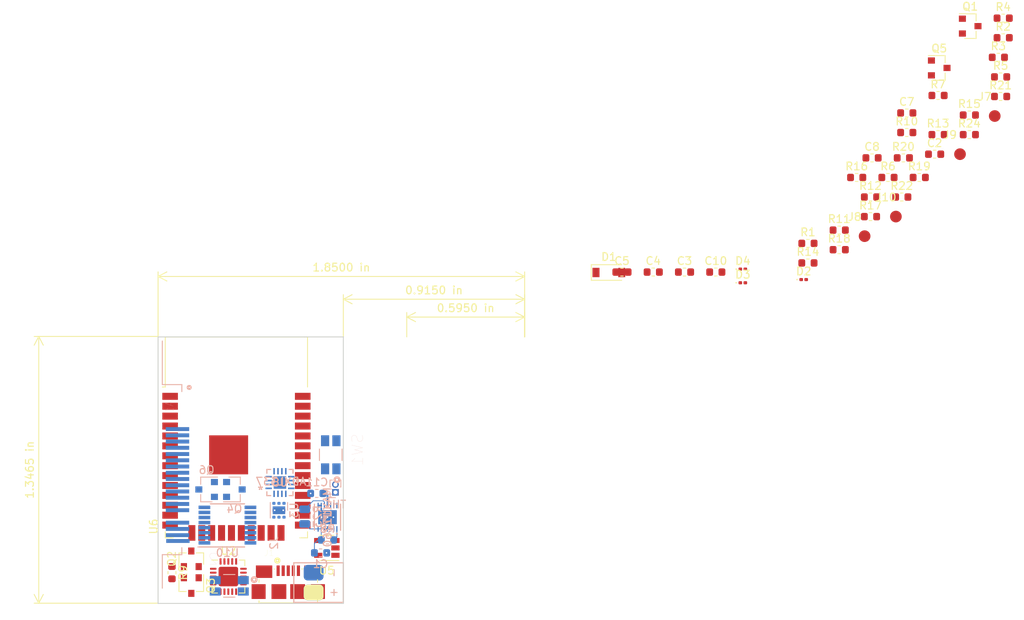
<source format=kicad_pcb>
(kicad_pcb (version 20171130) (host pcbnew "(5.1.5)-3")

  (general
    (thickness 1.6)
    (drawings 9)
    (tracks 31)
    (zones 0)
    (modules 60)
    (nets 52)
  )

  (page A4)
  (layers
    (0 F.Cu signal)
    (1 In1.Cu signal)
    (2 In2.Cu signal)
    (31 B.Cu signal)
    (32 B.Adhes user)
    (33 F.Adhes user)
    (34 B.Paste user)
    (35 F.Paste user)
    (36 B.SilkS user)
    (37 F.SilkS user)
    (38 B.Mask user)
    (39 F.Mask user)
    (40 Dwgs.User user hide)
    (41 Cmts.User user)
    (42 Eco1.User user)
    (43 Eco2.User user)
    (44 Edge.Cuts user)
    (45 Margin user)
    (46 B.CrtYd user hide)
    (47 F.CrtYd user)
    (48 B.Fab user)
    (49 F.Fab user)
  )

  (setup
    (last_trace_width 0.2)
    (user_trace_width 0.1)
    (user_trace_width 0.12)
    (user_trace_width 0.16)
    (user_trace_width 0.2)
    (user_trace_width 0.3)
    (user_trace_width 0.5)
    (trace_clearance 0.2)
    (zone_clearance 0.508)
    (zone_45_only no)
    (trace_min 0.09)
    (via_size 0.8)
    (via_drill 0.4)
    (via_min_size 0.45)
    (via_min_drill 0)
    (user_via 0.45 0.2)
    (user_via 0.6 0.2)
    (uvia_size 0.3)
    (uvia_drill 0.1)
    (uvias_allowed no)
    (uvia_min_size 0.2)
    (uvia_min_drill 0.1)
    (edge_width 0.12)
    (segment_width 0.12)
    (pcb_text_width 0.3)
    (pcb_text_size 1.5 1.5)
    (mod_edge_width 0.12)
    (mod_text_size 1 1)
    (mod_text_width 0.15)
    (pad_size 1.524 1.524)
    (pad_drill 0.762)
    (pad_to_mask_clearance 0)
    (solder_mask_min_width 0.01)
    (aux_axis_origin 0 0)
    (visible_elements FFFFF77F)
    (pcbplotparams
      (layerselection 0x010fc_ffffffff)
      (usegerberextensions false)
      (usegerberattributes false)
      (usegerberadvancedattributes false)
      (creategerberjobfile false)
      (excludeedgelayer true)
      (linewidth 0.100000)
      (plotframeref false)
      (viasonmask false)
      (mode 1)
      (useauxorigin false)
      (hpglpennumber 1)
      (hpglpenspeed 20)
      (hpglpendiameter 15.000000)
      (psnegative false)
      (psa4output false)
      (plotreference true)
      (plotvalue true)
      (plotinvisibletext false)
      (padsonsilk false)
      (subtractmaskfromsilk false)
      (outputformat 1)
      (mirror false)
      (drillshape 1)
      (scaleselection 1)
      (outputdirectory ""))
  )

  (net 0 "")
  (net 1 /X-)
  (net 2 /Y-)
  (net 3 /X+)
  (net 4 /Y+)
  (net 5 /LCD_PWR)
  (net 6 /LCD_CATHODE)
  (net 7 +3V3)
  (net 8 /LCD_RST)
  (net 9 /LCD_A0)
  (net 10 /LCD_MOSI)
  (net 11 /LCD_SCK)
  (net 12 /LCD_CS)
  (net 13 GND)
  (net 14 /BAT+)
  (net 15 /PWR_IN)
  (net 16 "Net-(C3-Pad1)")
  (net 17 /BAT_SENSE)
  (net 18 "Net-(C10-Pad1)")
  (net 19 /MAX_REG)
  (net 20 /VBUS)
  (net 21 "Net-(D2-Pad1)")
  (net 22 "Net-(D3-Pad1)")
  (net 23 /IO0)
  (net 24 /DTR)
  (net 25 "Net-(Q2-Pad1)")
  (net 26 /EN)
  (net 27 /RTS)
  (net 28 "Net-(Q3-Pad1)")
  (net 29 /ACCEL_PWR)
  (net 30 /ACCEL_EN)
  (net 31 /LCD_EN)
  (net 32 /LCD_LED)
  (net 33 "Net-(R2-Pad2)")
  (net 34 "Net-(R3-Pad2)")
  (net 35 /LDO_EN)
  (net 36 /BAT_ALRT)
  (net 37 "Net-(R6-Pad2)")
  (net 38 /REG_PG)
  (net 39 "Net-(R8-Pad1)")
  (net 40 /RXD)
  (net 41 /TXD0)
  (net 42 /TXD)
  (net 43 /RXD0)
  (net 44 /I2C_SCL)
  (net 45 /I2C_SDA)
  (net 46 /CHG_STAT)
  (net 47 /IO12)
  (net 48 /TOUCH_IRQ)
  (net 49 /Y_ACCEL)
  (net 50 /X_ACCEL)
  (net 51 /Z_ACCEL)

  (net_class Default "This is the default net class."
    (clearance 0.2)
    (trace_width 0.25)
    (via_dia 0.8)
    (via_drill 0.4)
    (uvia_dia 0.3)
    (uvia_drill 0.1)
    (add_net +3V3)
    (add_net /ACCEL_EN)
    (add_net /ACCEL_PWR)
    (add_net /BAT+)
    (add_net /BAT_ALRT)
    (add_net /BAT_SENSE)
    (add_net /CHG_STAT)
    (add_net /DTR)
    (add_net /EN)
    (add_net /I2C_SCL)
    (add_net /I2C_SDA)
    (add_net /IO0)
    (add_net /IO12)
    (add_net /LCD_A0)
    (add_net /LCD_CATHODE)
    (add_net /LCD_CS)
    (add_net /LCD_EN)
    (add_net /LCD_LED)
    (add_net /LCD_MOSI)
    (add_net /LCD_PWR)
    (add_net /LCD_RST)
    (add_net /LCD_SCK)
    (add_net /LDO_EN)
    (add_net /MAX_REG)
    (add_net /PWR_IN)
    (add_net /REG_PG)
    (add_net /RTS)
    (add_net /RXD)
    (add_net /RXD0)
    (add_net /TOUCH_IRQ)
    (add_net /TXD)
    (add_net /TXD0)
    (add_net /VBUS)
    (add_net /X+)
    (add_net /X-)
    (add_net /X_ACCEL)
    (add_net /Y+)
    (add_net /Y-)
    (add_net /Y_ACCEL)
    (add_net /Z_ACCEL)
    (add_net GND)
    (add_net "Net-(C10-Pad1)")
    (add_net "Net-(C3-Pad1)")
    (add_net "Net-(D2-Pad1)")
    (add_net "Net-(D3-Pad1)")
    (add_net "Net-(Q2-Pad1)")
    (add_net "Net-(Q3-Pad1)")
    (add_net "Net-(R2-Pad2)")
    (add_net "Net-(R3-Pad2)")
    (add_net "Net-(R6-Pad2)")
    (add_net "Net-(R8-Pad1)")
    (add_net "Net-(U10-Pad15)")
    (add_net "Net-(U10-Pad16)")
    (add_net "Net-(U10-Pad7)")
    (add_net "Net-(U10-Pad8)")
    (add_net "Net-(U6-Pad5)")
    (add_net "Net-(U8-Pad2)")
  )

  (module Package_SO:TSSOP-16_4.4x5mm_P0.65mm (layer B.Cu) (tedit 5A02F25C) (tstamp 5F28EEF3)
    (at 89.789 89.789)
    (descr "16-Lead Plastic Thin Shrink Small Outline (ST)-4.4 mm Body [TSSOP] (see Microchip Packaging Specification 00000049BS.pdf)")
    (tags "SSOP 0.65")
    (path /5EF496EC)
    (attr smd)
    (fp_text reference U10 (at 0 3.55 180) (layer B.SilkS)
      (effects (font (size 1 1) (thickness 0.15)) (justify mirror))
    )
    (fp_text value TSC2003IPWR (at 0 -3.55 180) (layer B.Fab)
      (effects (font (size 1 1) (thickness 0.15)) (justify mirror))
    )
    (fp_text user %R (at 0 0 180) (layer B.Fab)
      (effects (font (size 0.8 0.8) (thickness 0.15)) (justify mirror))
    )
    (fp_line (start -3.775 2.8) (end 2.2 2.8) (layer B.SilkS) (width 0.15))
    (fp_line (start -2.2 -2.725) (end 2.2 -2.725) (layer B.SilkS) (width 0.15))
    (fp_line (start -3.95 -2.8) (end 3.95 -2.8) (layer B.CrtYd) (width 0.05))
    (fp_line (start -3.95 2.9) (end 3.95 2.9) (layer B.CrtYd) (width 0.05))
    (fp_line (start 3.95 2.9) (end 3.95 -2.8) (layer B.CrtYd) (width 0.05))
    (fp_line (start -3.95 2.9) (end -3.95 -2.8) (layer B.CrtYd) (width 0.05))
    (fp_line (start -2.2 1.5) (end -1.2 2.5) (layer B.Fab) (width 0.15))
    (fp_line (start -2.2 -2.5) (end -2.2 1.5) (layer B.Fab) (width 0.15))
    (fp_line (start 2.2 -2.5) (end -2.2 -2.5) (layer B.Fab) (width 0.15))
    (fp_line (start 2.2 2.5) (end 2.2 -2.5) (layer B.Fab) (width 0.15))
    (fp_line (start -1.2 2.5) (end 2.2 2.5) (layer B.Fab) (width 0.15))
    (pad 16 smd rect (at 2.95 2.275) (size 1.5 0.45) (layers B.Cu B.Paste B.Mask))
    (pad 15 smd rect (at 2.95 1.625) (size 1.5 0.45) (layers B.Cu B.Paste B.Mask))
    (pad 14 smd rect (at 2.95 0.975) (size 1.5 0.45) (layers B.Cu B.Paste B.Mask)
      (net 13 GND))
    (pad 13 smd rect (at 2.95 0.325) (size 1.5 0.45) (layers B.Cu B.Paste B.Mask)
      (net 13 GND))
    (pad 12 smd rect (at 2.95 -0.325) (size 1.5 0.45) (layers B.Cu B.Paste B.Mask)
      (net 44 /I2C_SCL))
    (pad 11 smd rect (at 2.95 -0.975) (size 1.5 0.45) (layers B.Cu B.Paste B.Mask)
      (net 45 /I2C_SDA))
    (pad 10 smd rect (at 2.95 -1.625) (size 1.5 0.45) (layers B.Cu B.Paste B.Mask)
      (net 48 /TOUCH_IRQ))
    (pad 9 smd rect (at 2.95 -2.275) (size 1.5 0.45) (layers B.Cu B.Paste B.Mask)
      (net 18 "Net-(C10-Pad1)"))
    (pad 8 smd rect (at -2.95 -2.275) (size 1.5 0.45) (layers B.Cu B.Paste B.Mask))
    (pad 7 smd rect (at -2.95 -1.625) (size 1.5 0.45) (layers B.Cu B.Paste B.Mask))
    (pad 6 smd rect (at -2.95 -0.975) (size 1.5 0.45) (layers B.Cu B.Paste B.Mask)
      (net 13 GND))
    (pad 5 smd rect (at -2.95 -0.325) (size 1.5 0.45) (layers B.Cu B.Paste B.Mask)
      (net 2 /Y-))
    (pad 4 smd rect (at -2.95 0.325) (size 1.5 0.45) (layers B.Cu B.Paste B.Mask)
      (net 1 /X-))
    (pad 3 smd rect (at -2.95 0.975) (size 1.5 0.45) (layers B.Cu B.Paste B.Mask)
      (net 4 /Y+))
    (pad 2 smd rect (at -2.95 1.625) (size 1.5 0.45) (layers B.Cu B.Paste B.Mask)
      (net 3 /X+))
    (pad 1 smd rect (at -2.95 2.275) (size 1.5 0.45) (layers B.Cu B.Paste B.Mask)
      (net 7 +3V3))
    (model ${KISYS3DMOD}/Package_SO.3dshapes/TSSOP-16_4.4x5mm_P0.65mm.wrl
      (at (xyz 0 0 0))
      (scale (xyz 1 1 1))
      (rotate (xyz 0 0 0))
    )
  )

  (module CustomFootprints:ADXL337BCPZ-RL (layer B.Cu) (tedit 0) (tstamp 5F28EED3)
    (at 96.52 84.328)
    (path /5F663623)
    (fp_text reference U8 (at 0 0) (layer B.SilkS)
      (effects (font (size 1 1) (thickness 0.15)) (justify mirror))
    )
    (fp_text value ADXL337 (at 0.127 -0.127) (layer B.SilkS)
      (effects (font (size 1 1) (thickness 0.15)) (justify mirror))
    )
    (fp_line (start -1.1056 -1.8034) (end -1.8034 -1.8034) (layer B.CrtYd) (width 0.1524))
    (fp_line (start -1.1056 -2.1082) (end -1.1056 -1.8034) (layer B.CrtYd) (width 0.1524))
    (fp_line (start 1.1056 -2.1082) (end -1.1056 -2.1082) (layer B.CrtYd) (width 0.1524))
    (fp_line (start 1.1056 -1.8034) (end 1.1056 -2.1082) (layer B.CrtYd) (width 0.1524))
    (fp_line (start 1.8034 -1.8034) (end 1.1056 -1.8034) (layer B.CrtYd) (width 0.1524))
    (fp_line (start 1.8034 -1.1056) (end 1.8034 -1.8034) (layer B.CrtYd) (width 0.1524))
    (fp_line (start 2.1082 -1.1056) (end 1.8034 -1.1056) (layer B.CrtYd) (width 0.1524))
    (fp_line (start 2.1082 1.1056) (end 2.1082 -1.1056) (layer B.CrtYd) (width 0.1524))
    (fp_line (start 1.8034 1.1056) (end 2.1082 1.1056) (layer B.CrtYd) (width 0.1524))
    (fp_line (start 1.8034 1.8034) (end 1.8034 1.1056) (layer B.CrtYd) (width 0.1524))
    (fp_line (start 1.1056 1.8034) (end 1.8034 1.8034) (layer B.CrtYd) (width 0.1524))
    (fp_line (start 1.1056 2.1082) (end 1.1056 1.8034) (layer B.CrtYd) (width 0.1524))
    (fp_line (start -1.1056 2.1082) (end 1.1056 2.1082) (layer B.CrtYd) (width 0.1524))
    (fp_line (start -1.1056 1.8034) (end -1.1056 2.1082) (layer B.CrtYd) (width 0.1524))
    (fp_line (start -1.8034 1.8034) (end -1.1056 1.8034) (layer B.CrtYd) (width 0.1524))
    (fp_line (start -1.8034 1.1056) (end -1.8034 1.8034) (layer B.CrtYd) (width 0.1524))
    (fp_line (start -2.1082 1.1056) (end -1.8034 1.1056) (layer B.CrtYd) (width 0.1524))
    (fp_line (start -2.1082 -1.1056) (end -2.1082 1.1056) (layer B.CrtYd) (width 0.1524))
    (fp_line (start -1.8034 -1.1056) (end -2.1082 -1.1056) (layer B.CrtYd) (width 0.1524))
    (fp_line (start -1.8034 -1.8034) (end -1.8034 -1.1056) (layer B.CrtYd) (width 0.1524))
    (fp_line (start 2.1082 -0.059499) (end 2.3622 -0.059499) (layer B.SilkS) (width 0.1524))
    (fp_line (start 2.1082 -0.4405) (end 2.1082 -0.059499) (layer B.SilkS) (width 0.1524))
    (fp_line (start 2.3622 -0.4405) (end 2.1082 -0.4405) (layer B.SilkS) (width 0.1524))
    (fp_line (start 2.3622 -0.059499) (end 2.3622 -0.4405) (layer B.SilkS) (width 0.1524))
    (fp_line (start -1.184341 1.6764) (end -1.6764 1.6764) (layer B.SilkS) (width 0.1524))
    (fp_line (start 1.6764 1.184341) (end 1.6764 1.6764) (layer B.SilkS) (width 0.1524))
    (fp_line (start 1.184341 -1.6764) (end 1.6764 -1.6764) (layer B.SilkS) (width 0.1524))
    (fp_line (start -1.5494 -1.5494) (end -1.5494 -1.5494) (layer B.Fab) (width 0.1524))
    (fp_line (start -1.5494 1.5494) (end -1.5494 -1.5494) (layer B.Fab) (width 0.1524))
    (fp_line (start -1.5494 1.5494) (end -1.5494 1.5494) (layer B.Fab) (width 0.1524))
    (fp_line (start 1.5494 1.5494) (end -1.5494 1.5494) (layer B.Fab) (width 0.1524))
    (fp_line (start 1.5494 1.5494) (end 1.5494 1.5494) (layer B.Fab) (width 0.1524))
    (fp_line (start 1.5494 -1.5494) (end 1.5494 1.5494) (layer B.Fab) (width 0.1524))
    (fp_line (start 1.5494 -1.5494) (end 1.5494 -1.5494) (layer B.Fab) (width 0.1524))
    (fp_line (start -1.5494 -1.5494) (end 1.5494 -1.5494) (layer B.Fab) (width 0.1524))
    (fp_line (start -1.6764 -1.184341) (end -1.6764 -1.6764) (layer B.SilkS) (width 0.1524))
    (fp_line (start -1.6764 1.6764) (end -1.6764 1.184341) (layer B.SilkS) (width 0.1524))
    (fp_line (start 1.6764 1.6764) (end 1.184341 1.6764) (layer B.SilkS) (width 0.1524))
    (fp_line (start 1.6764 -1.6764) (end 1.6764 -1.184341) (layer B.SilkS) (width 0.1524))
    (fp_line (start -1.6764 -1.6764) (end -1.184341 -1.6764) (layer B.SilkS) (width 0.1524))
    (fp_line (start 1.5494 0.9024) (end 1.5494 0.9024) (layer B.Fab) (width 0.1524))
    (fp_line (start 1.5494 0.5976) (end 1.5494 0.9024) (layer B.Fab) (width 0.1524))
    (fp_line (start 1.5494 0.5976) (end 1.5494 0.5976) (layer B.Fab) (width 0.1524))
    (fp_line (start 1.5494 0.9024) (end 1.5494 0.5976) (layer B.Fab) (width 0.1524))
    (fp_line (start 1.5494 0.4024) (end 1.5494 0.4024) (layer B.Fab) (width 0.1524))
    (fp_line (start 1.5494 0.0976) (end 1.5494 0.4024) (layer B.Fab) (width 0.1524))
    (fp_line (start 1.5494 0.0976) (end 1.5494 0.0976) (layer B.Fab) (width 0.1524))
    (fp_line (start 1.5494 0.4024) (end 1.5494 0.0976) (layer B.Fab) (width 0.1524))
    (fp_line (start 1.5494 -0.0976) (end 1.5494 -0.0976) (layer B.Fab) (width 0.1524))
    (fp_line (start 1.5494 -0.4024) (end 1.5494 -0.0976) (layer B.Fab) (width 0.1524))
    (fp_line (start 1.5494 -0.4024) (end 1.5494 -0.4024) (layer B.Fab) (width 0.1524))
    (fp_line (start 1.5494 -0.0976) (end 1.5494 -0.4024) (layer B.Fab) (width 0.1524))
    (fp_line (start 1.5494 -0.5976) (end 1.5494 -0.5976) (layer B.Fab) (width 0.1524))
    (fp_line (start 1.5494 -0.9024) (end 1.5494 -0.5976) (layer B.Fab) (width 0.1524))
    (fp_line (start 1.5494 -0.9024) (end 1.5494 -0.9024) (layer B.Fab) (width 0.1524))
    (fp_line (start 1.5494 -0.5976) (end 1.5494 -0.9024) (layer B.Fab) (width 0.1524))
    (fp_line (start 0.9024 -1.5494) (end 0.9024 -1.5494) (layer B.Fab) (width 0.1524))
    (fp_line (start 0.5976 -1.5494) (end 0.9024 -1.5494) (layer B.Fab) (width 0.1524))
    (fp_line (start 0.5976 -1.5494) (end 0.5976 -1.5494) (layer B.Fab) (width 0.1524))
    (fp_line (start 0.9024 -1.5494) (end 0.5976 -1.5494) (layer B.Fab) (width 0.1524))
    (fp_line (start 0.4024 -1.5494) (end 0.4024 -1.5494) (layer B.Fab) (width 0.1524))
    (fp_line (start 0.0976 -1.5494) (end 0.4024 -1.5494) (layer B.Fab) (width 0.1524))
    (fp_line (start 0.0976 -1.5494) (end 0.0976 -1.5494) (layer B.Fab) (width 0.1524))
    (fp_line (start 0.4024 -1.5494) (end 0.0976 -1.5494) (layer B.Fab) (width 0.1524))
    (fp_line (start -0.0976 -1.5494) (end -0.0976 -1.5494) (layer B.Fab) (width 0.1524))
    (fp_line (start -0.4024 -1.5494) (end -0.0976 -1.5494) (layer B.Fab) (width 0.1524))
    (fp_line (start -0.4024 -1.5494) (end -0.4024 -1.5494) (layer B.Fab) (width 0.1524))
    (fp_line (start -0.0976 -1.5494) (end -0.4024 -1.5494) (layer B.Fab) (width 0.1524))
    (fp_line (start -0.5976 -1.5494) (end -0.5976 -1.5494) (layer B.Fab) (width 0.1524))
    (fp_line (start -0.9024 -1.5494) (end -0.5976 -1.5494) (layer B.Fab) (width 0.1524))
    (fp_line (start -0.9024 -1.5494) (end -0.9024 -1.5494) (layer B.Fab) (width 0.1524))
    (fp_line (start -0.5976 -1.5494) (end -0.9024 -1.5494) (layer B.Fab) (width 0.1524))
    (fp_line (start -1.5494 -0.9024) (end -1.5494 -0.9024) (layer B.Fab) (width 0.1524))
    (fp_line (start -1.5494 -0.5976) (end -1.5494 -0.9024) (layer B.Fab) (width 0.1524))
    (fp_line (start -1.5494 -0.5976) (end -1.5494 -0.5976) (layer B.Fab) (width 0.1524))
    (fp_line (start -1.5494 -0.9024) (end -1.5494 -0.5976) (layer B.Fab) (width 0.1524))
    (fp_line (start -1.5494 -0.4024) (end -1.5494 -0.4024) (layer B.Fab) (width 0.1524))
    (fp_line (start -1.5494 -0.0976) (end -1.5494 -0.4024) (layer B.Fab) (width 0.1524))
    (fp_line (start -1.5494 -0.0976) (end -1.5494 -0.0976) (layer B.Fab) (width 0.1524))
    (fp_line (start -1.5494 -0.4024) (end -1.5494 -0.0976) (layer B.Fab) (width 0.1524))
    (fp_line (start -1.5494 0.0976) (end -1.5494 0.0976) (layer B.Fab) (width 0.1524))
    (fp_line (start -1.5494 0.4024) (end -1.5494 0.0976) (layer B.Fab) (width 0.1524))
    (fp_line (start -1.5494 0.4024) (end -1.5494 0.4024) (layer B.Fab) (width 0.1524))
    (fp_line (start -1.5494 0.0976) (end -1.5494 0.4024) (layer B.Fab) (width 0.1524))
    (fp_line (start -1.5494 0.5976) (end -1.5494 0.5976) (layer B.Fab) (width 0.1524))
    (fp_line (start -1.5494 0.9024) (end -1.5494 0.5976) (layer B.Fab) (width 0.1524))
    (fp_line (start -1.5494 0.9024) (end -1.5494 0.9024) (layer B.Fab) (width 0.1524))
    (fp_line (start -1.5494 0.5976) (end -1.5494 0.9024) (layer B.Fab) (width 0.1524))
    (fp_line (start -0.9024 1.5494) (end -0.9024 1.5494) (layer B.Fab) (width 0.1524))
    (fp_line (start -0.5976 1.5494) (end -0.9024 1.5494) (layer B.Fab) (width 0.1524))
    (fp_line (start -0.5976 1.5494) (end -0.5976 1.5494) (layer B.Fab) (width 0.1524))
    (fp_line (start -0.9024 1.5494) (end -0.5976 1.5494) (layer B.Fab) (width 0.1524))
    (fp_line (start -0.4024 1.5494) (end -0.4024 1.5494) (layer B.Fab) (width 0.1524))
    (fp_line (start -0.0976 1.5494) (end -0.4024 1.5494) (layer B.Fab) (width 0.1524))
    (fp_line (start -0.0976 1.5494) (end -0.0976 1.5494) (layer B.Fab) (width 0.1524))
    (fp_line (start -0.4024 1.5494) (end -0.0976 1.5494) (layer B.Fab) (width 0.1524))
    (fp_line (start 0.0976 1.5494) (end 0.0976 1.5494) (layer B.Fab) (width 0.1524))
    (fp_line (start 0.4024 1.5494) (end 0.0976 1.5494) (layer B.Fab) (width 0.1524))
    (fp_line (start 0.4024 1.5494) (end 0.4024 1.5494) (layer B.Fab) (width 0.1524))
    (fp_line (start 0.0976 1.5494) (end 0.4024 1.5494) (layer B.Fab) (width 0.1524))
    (fp_line (start 0.5976 1.5494) (end 0.5976 1.5494) (layer B.Fab) (width 0.1524))
    (fp_line (start 0.9024 1.5494) (end 0.5976 1.5494) (layer B.Fab) (width 0.1524))
    (fp_line (start 0.9024 1.5494) (end 0.9024 1.5494) (layer B.Fab) (width 0.1524))
    (fp_line (start 0.5976 1.5494) (end 0.9024 1.5494) (layer B.Fab) (width 0.1524))
    (fp_line (start -1.5494 0.2794) (end -0.2794 1.5494) (layer B.Fab) (width 0.1524))
    (fp_text user * (at -1.0414 1) (layer B.Fab)
      (effects (font (size 1 1) (thickness 0.15)) (justify mirror))
    )
    (fp_text user * (at -2.4892 1) (layer B.SilkS)
      (effects (font (size 1 1) (thickness 0.15)) (justify mirror))
    )
    (fp_text user 0.063in/1.6mm (at 3.8481 0.635) (layer Dwgs.User)
      (effects (font (size 1 1) (thickness 0.15)))
    )
    (fp_text user 0.063in/1.6mm (at 0 -3.8481) (layer Dwgs.User)
      (effects (font (size 1 1) (thickness 0.15)))
    )
    (fp_text user 0.114in/2.896mm (at 7.0358 -0.635) (layer Dwgs.User)
      (effects (font (size 1 1) (thickness 0.15)))
    )
    (fp_text user 0.114in/2.896mm (at 0 -7.0358) (layer Dwgs.User)
      (effects (font (size 1 1) (thickness 0.15)))
    )
    (fp_text user 0.008in/0.203mm (at -4.4958 -1.4478) (layer Dwgs.User)
      (effects (font (size 1 1) (thickness 0.15)))
    )
    (fp_text user 0.032in/0.813mm (at -1.4478 4.4958) (layer Dwgs.User)
      (effects (font (size 1 1) (thickness 0.15)))
    )
    (fp_text user 0.02in/0.5mm (at -3.4798 0.5) (layer Dwgs.User)
      (effects (font (size 1 1) (thickness 0.15)))
    )
    (fp_text user * (at -1.0414 1) (layer B.Fab)
      (effects (font (size 1 1) (thickness 0.15)) (justify mirror))
    )
    (fp_text user * (at -2.4892 1) (layer B.SilkS)
      (effects (font (size 1 1) (thickness 0.15)) (justify mirror))
    )
    (fp_text user "Copyright 2016 Accelerated Designs. All rights reserved." (at 0 0) (layer Cmts.User)
      (effects (font (size 0.127 0.127) (thickness 0.002)))
    )
    (pad 17 smd rect (at 0 0) (size 1.6002 1.6002) (layers B.Cu B.Paste B.Mask)
      (net 29 /ACCEL_PWR))
    (pad 16 smd rect (at -0.750001 1.4478) (size 0.2032 0.8128) (layers B.Cu B.Paste B.Mask)
      (net 51 /Z_ACCEL))
    (pad 15 smd rect (at -0.25 1.4478) (size 0.2032 0.8128) (layers B.Cu B.Paste B.Mask)
      (net 7 +3V3))
    (pad 14 smd rect (at 0.25 1.4478) (size 0.2032 0.8128) (layers B.Cu B.Paste B.Mask)
      (net 7 +3V3))
    (pad 13 smd rect (at 0.750001 1.4478) (size 0.2032 0.8128) (layers B.Cu B.Paste B.Mask))
    (pad 12 smd rect (at 1.4478 0.750001 270) (size 0.2032 0.8128) (layers B.Cu B.Paste B.Mask))
    (pad 11 smd rect (at 1.4478 0.25 270) (size 0.2032 0.8128) (layers B.Cu B.Paste B.Mask))
    (pad 10 smd rect (at 1.4478 -0.25 270) (size 0.2032 0.8128) (layers B.Cu B.Paste B.Mask))
    (pad 9 smd rect (at 1.4478 -0.750001 270) (size 0.2032 0.8128) (layers B.Cu B.Paste B.Mask))
    (pad 8 smd rect (at 0.750001 -1.4478) (size 0.2032 0.8128) (layers B.Cu B.Paste B.Mask))
    (pad 7 smd rect (at 0.25 -1.4478) (size 0.2032 0.8128) (layers B.Cu B.Paste B.Mask)
      (net 29 /ACCEL_PWR))
    (pad 6 smd rect (at -0.25 -1.4478) (size 0.2032 0.8128) (layers B.Cu B.Paste B.Mask)
      (net 29 /ACCEL_PWR))
    (pad 5 smd rect (at -0.750001 -1.4478) (size 0.2032 0.8128) (layers B.Cu B.Paste B.Mask)
      (net 50 /X_ACCEL))
    (pad 4 smd rect (at -1.4478 -0.750001 270) (size 0.2032 0.8128) (layers B.Cu B.Paste B.Mask)
      (net 49 /Y_ACCEL))
    (pad 3 smd rect (at -1.4478 -0.25 270) (size 0.2032 0.8128) (layers B.Cu B.Paste B.Mask)
      (net 29 /ACCEL_PWR))
    (pad 2 smd rect (at -1.4478 0.25 270) (size 0.2032 0.8128) (layers B.Cu B.Paste B.Mask))
    (pad 1 smd rect (at -1.4478 0.750001 270) (size 0.2032 0.8128) (layers B.Cu B.Paste B.Mask)
      (net 29 /ACCEL_PWR))
  )

  (module RF_Module:ESP32-WROOM-32 locked (layer F.Cu) (tedit 5B5B4654) (tstamp 5F28EE49)
    (at 90.941 81.534)
    (descr "Single 2.4 GHz Wi-Fi and Bluetooth combo chip https://www.espressif.com/sites/default/files/documentation/esp32-wroom-32_datasheet_en.pdf")
    (tags "Single 2.4 GHz Wi-Fi and Bluetooth combo  chip")
    (path /5E6BFC95)
    (attr smd)
    (fp_text reference U6 (at -10.61 8.43 90) (layer F.SilkS)
      (effects (font (size 1 1) (thickness 0.15)))
    )
    (fp_text value ESP32-WROOM-32 (at 0 11.5) (layer F.Fab)
      (effects (font (size 1 1) (thickness 0.15)))
    )
    (fp_line (start -9.12 -9.445) (end -9.5 -9.445) (layer F.SilkS) (width 0.12))
    (fp_line (start -9.12 -15.865) (end -9.12 -9.445) (layer F.SilkS) (width 0.12))
    (fp_line (start 9.12 -15.865) (end 9.12 -9.445) (layer F.SilkS) (width 0.12))
    (fp_line (start -9.12 -15.865) (end 9.12 -15.865) (layer F.SilkS) (width 0.12))
    (fp_line (start 9.12 9.88) (end 8.12 9.88) (layer F.SilkS) (width 0.12))
    (fp_line (start 9.12 9.1) (end 9.12 9.88) (layer F.SilkS) (width 0.12))
    (fp_line (start -9.12 9.88) (end -8.12 9.88) (layer F.SilkS) (width 0.12))
    (fp_line (start -9.12 9.1) (end -9.12 9.88) (layer F.SilkS) (width 0.12))
    (fp_line (start 8.4 -20.6) (end 8.2 -20.4) (layer Cmts.User) (width 0.1))
    (fp_line (start 8.4 -16) (end 8.4 -20.6) (layer Cmts.User) (width 0.1))
    (fp_line (start 8.4 -20.6) (end 8.6 -20.4) (layer Cmts.User) (width 0.1))
    (fp_line (start 8.4 -16) (end 8.6 -16.2) (layer Cmts.User) (width 0.1))
    (fp_line (start 8.4 -16) (end 8.2 -16.2) (layer Cmts.User) (width 0.1))
    (fp_line (start -9.2 -13.875) (end -9.4 -14.075) (layer Cmts.User) (width 0.1))
    (fp_line (start -13.8 -13.875) (end -9.2 -13.875) (layer Cmts.User) (width 0.1))
    (fp_line (start -9.2 -13.875) (end -9.4 -13.675) (layer Cmts.User) (width 0.1))
    (fp_line (start -13.8 -13.875) (end -13.6 -13.675) (layer Cmts.User) (width 0.1))
    (fp_line (start -13.8 -13.875) (end -13.6 -14.075) (layer Cmts.User) (width 0.1))
    (fp_line (start 9.2 -13.875) (end 9.4 -13.675) (layer Cmts.User) (width 0.1))
    (fp_line (start 9.2 -13.875) (end 9.4 -14.075) (layer Cmts.User) (width 0.1))
    (fp_line (start 13.8 -13.875) (end 13.6 -13.675) (layer Cmts.User) (width 0.1))
    (fp_line (start 13.8 -13.875) (end 13.6 -14.075) (layer Cmts.User) (width 0.1))
    (fp_line (start 9.2 -13.875) (end 13.8 -13.875) (layer Cmts.User) (width 0.1))
    (fp_line (start 14 -11.585) (end 12 -9.97) (layer Dwgs.User) (width 0.1))
    (fp_line (start 14 -13.2) (end 10 -9.97) (layer Dwgs.User) (width 0.1))
    (fp_line (start 14 -14.815) (end 8 -9.97) (layer Dwgs.User) (width 0.1))
    (fp_line (start 14 -16.43) (end 6 -9.97) (layer Dwgs.User) (width 0.1))
    (fp_line (start 14 -18.045) (end 4 -9.97) (layer Dwgs.User) (width 0.1))
    (fp_line (start 14 -19.66) (end 2 -9.97) (layer Dwgs.User) (width 0.1))
    (fp_line (start 13.475 -20.75) (end 0 -9.97) (layer Dwgs.User) (width 0.1))
    (fp_line (start 11.475 -20.75) (end -2 -9.97) (layer Dwgs.User) (width 0.1))
    (fp_line (start 9.475 -20.75) (end -4 -9.97) (layer Dwgs.User) (width 0.1))
    (fp_line (start 7.475 -20.75) (end -6 -9.97) (layer Dwgs.User) (width 0.1))
    (fp_line (start -8 -9.97) (end 5.475 -20.75) (layer Dwgs.User) (width 0.1))
    (fp_line (start 3.475 -20.75) (end -10 -9.97) (layer Dwgs.User) (width 0.1))
    (fp_line (start 1.475 -20.75) (end -12 -9.97) (layer Dwgs.User) (width 0.1))
    (fp_line (start -0.525 -20.75) (end -14 -9.97) (layer Dwgs.User) (width 0.1))
    (fp_line (start -2.525 -20.75) (end -14 -11.585) (layer Dwgs.User) (width 0.1))
    (fp_line (start -4.525 -20.75) (end -14 -13.2) (layer Dwgs.User) (width 0.1))
    (fp_line (start -6.525 -20.75) (end -14 -14.815) (layer Dwgs.User) (width 0.1))
    (fp_line (start -8.525 -20.75) (end -14 -16.43) (layer Dwgs.User) (width 0.1))
    (fp_line (start -10.525 -20.75) (end -14 -18.045) (layer Dwgs.User) (width 0.1))
    (fp_line (start -12.525 -20.75) (end -14 -19.66) (layer Dwgs.User) (width 0.1))
    (fp_line (start 9.75 -9.72) (end 14.25 -9.72) (layer F.CrtYd) (width 0.05))
    (fp_line (start -14.25 -9.72) (end -9.75 -9.72) (layer F.CrtYd) (width 0.05))
    (fp_line (start 14.25 -21) (end 14.25 -9.72) (layer F.CrtYd) (width 0.05))
    (fp_line (start -14.25 -21) (end -14.25 -9.72) (layer F.CrtYd) (width 0.05))
    (fp_line (start 14 -20.75) (end -14 -20.75) (layer Dwgs.User) (width 0.1))
    (fp_line (start 14 -9.97) (end 14 -20.75) (layer Dwgs.User) (width 0.1))
    (fp_line (start 14 -9.97) (end -14 -9.97) (layer Dwgs.User) (width 0.1))
    (fp_line (start -9 -9.02) (end -8.5 -9.52) (layer F.Fab) (width 0.1))
    (fp_line (start -8.5 -9.52) (end -9 -10.02) (layer F.Fab) (width 0.1))
    (fp_line (start -9 -9.02) (end -9 9.76) (layer F.Fab) (width 0.1))
    (fp_line (start -14.25 -21) (end 14.25 -21) (layer F.CrtYd) (width 0.05))
    (fp_line (start 9.75 -9.72) (end 9.75 10.5) (layer F.CrtYd) (width 0.05))
    (fp_line (start -9.75 10.5) (end 9.75 10.5) (layer F.CrtYd) (width 0.05))
    (fp_line (start -9.75 10.5) (end -9.75 -9.72) (layer F.CrtYd) (width 0.05))
    (fp_line (start -9 -15.745) (end 9 -15.745) (layer F.Fab) (width 0.1))
    (fp_line (start -9 -15.745) (end -9 -10.02) (layer F.Fab) (width 0.1))
    (fp_line (start -9 9.76) (end 9 9.76) (layer F.Fab) (width 0.1))
    (fp_line (start 9 9.76) (end 9 -15.745) (layer F.Fab) (width 0.1))
    (fp_line (start -14 -9.97) (end -14 -20.75) (layer Dwgs.User) (width 0.1))
    (fp_text user "5 mm" (at 7.8 -19.075 90) (layer Cmts.User)
      (effects (font (size 0.5 0.5) (thickness 0.1)))
    )
    (fp_text user "5 mm" (at -11.2 -14.375) (layer Cmts.User)
      (effects (font (size 0.5 0.5) (thickness 0.1)))
    )
    (fp_text user "5 mm" (at 11.8 -14.375) (layer Cmts.User)
      (effects (font (size 0.5 0.5) (thickness 0.1)))
    )
    (fp_text user Antenna (at 0 -13) (layer Cmts.User)
      (effects (font (size 1 1) (thickness 0.15)))
    )
    (fp_text user "KEEP-OUT ZONE" (at 0 -19) (layer Cmts.User)
      (effects (font (size 1 1) (thickness 0.15)))
    )
    (fp_text user %R (at 0 0) (layer F.Fab)
      (effects (font (size 1 1) (thickness 0.15)))
    )
    (pad 38 smd rect (at 8.5 -8.255) (size 2 0.9) (layers F.Cu F.Paste F.Mask)
      (net 13 GND))
    (pad 37 smd rect (at 8.5 -6.985) (size 2 0.9) (layers F.Cu F.Paste F.Mask)
      (net 10 /LCD_MOSI))
    (pad 36 smd rect (at 8.5 -5.715) (size 2 0.9) (layers F.Cu F.Paste F.Mask)
      (net 8 /LCD_RST))
    (pad 35 smd rect (at 8.5 -4.445) (size 2 0.9) (layers F.Cu F.Paste F.Mask)
      (net 41 /TXD0))
    (pad 34 smd rect (at 8.5 -3.175) (size 2 0.9) (layers F.Cu F.Paste F.Mask)
      (net 43 /RXD0))
    (pad 33 smd rect (at 8.5 -1.905) (size 2 0.9) (layers F.Cu F.Paste F.Mask)
      (net 9 /LCD_A0))
    (pad 32 smd rect (at 8.5 -0.635) (size 2 0.9) (layers F.Cu F.Paste F.Mask))
    (pad 31 smd rect (at 8.5 0.635) (size 2 0.9) (layers F.Cu F.Paste F.Mask))
    (pad 30 smd rect (at 8.5 1.905) (size 2 0.9) (layers F.Cu F.Paste F.Mask)
      (net 11 /LCD_SCK))
    (pad 29 smd rect (at 8.5 3.175) (size 2 0.9) (layers F.Cu F.Paste F.Mask))
    (pad 28 smd rect (at 8.5 4.445) (size 2 0.9) (layers F.Cu F.Paste F.Mask))
    (pad 27 smd rect (at 8.5 5.715) (size 2 0.9) (layers F.Cu F.Paste F.Mask)
      (net 12 /LCD_CS))
    (pad 26 smd rect (at 8.5 6.985) (size 2 0.9) (layers F.Cu F.Paste F.Mask)
      (net 48 /TOUCH_IRQ))
    (pad 25 smd rect (at 8.5 8.255) (size 2 0.9) (layers F.Cu F.Paste F.Mask)
      (net 23 /IO0))
    (pad 24 smd rect (at 5.715 9.255 90) (size 2 0.9) (layers F.Cu F.Paste F.Mask))
    (pad 23 smd rect (at 4.445 9.255 90) (size 2 0.9) (layers F.Cu F.Paste F.Mask))
    (pad 22 smd rect (at 3.175 9.255 90) (size 2 0.9) (layers F.Cu F.Paste F.Mask))
    (pad 21 smd rect (at 1.905 9.255 90) (size 2 0.9) (layers F.Cu F.Paste F.Mask))
    (pad 20 smd rect (at 0.635 9.255 90) (size 2 0.9) (layers F.Cu F.Paste F.Mask))
    (pad 19 smd rect (at -0.635 9.255 90) (size 2 0.9) (layers F.Cu F.Paste F.Mask))
    (pad 18 smd rect (at -1.905 9.255 90) (size 2 0.9) (layers F.Cu F.Paste F.Mask))
    (pad 17 smd rect (at -3.175 9.255 90) (size 2 0.9) (layers F.Cu F.Paste F.Mask))
    (pad 16 smd rect (at -4.445 9.255 90) (size 2 0.9) (layers F.Cu F.Paste F.Mask)
      (net 31 /LCD_EN))
    (pad 15 smd rect (at -5.715 9.255 90) (size 2 0.9) (layers F.Cu F.Paste F.Mask)
      (net 13 GND))
    (pad 14 smd rect (at -8.5 8.255) (size 2 0.9) (layers F.Cu F.Paste F.Mask)
      (net 47 /IO12))
    (pad 13 smd rect (at -8.5 6.985) (size 2 0.9) (layers F.Cu F.Paste F.Mask)
      (net 32 /LCD_LED))
    (pad 12 smd rect (at -8.5 5.715) (size 2 0.9) (layers F.Cu F.Paste F.Mask)
      (net 49 /Y_ACCEL))
    (pad 11 smd rect (at -8.5 4.445) (size 2 0.9) (layers F.Cu F.Paste F.Mask)
      (net 50 /X_ACCEL))
    (pad 10 smd rect (at -8.5 3.175) (size 2 0.9) (layers F.Cu F.Paste F.Mask)
      (net 51 /Z_ACCEL))
    (pad 9 smd rect (at -8.5 1.905) (size 2 0.9) (layers F.Cu F.Paste F.Mask)
      (net 45 /I2C_SDA))
    (pad 8 smd rect (at -8.5 0.635) (size 2 0.9) (layers F.Cu F.Paste F.Mask)
      (net 44 /I2C_SCL))
    (pad 7 smd rect (at -8.5 -0.635) (size 2 0.9) (layers F.Cu F.Paste F.Mask)
      (net 46 /CHG_STAT))
    (pad 6 smd rect (at -8.5 -1.905) (size 2 0.9) (layers F.Cu F.Paste F.Mask)
      (net 36 /BAT_ALRT))
    (pad 5 smd rect (at -8.5 -3.175) (size 2 0.9) (layers F.Cu F.Paste F.Mask))
    (pad 4 smd rect (at -8.5 -4.445) (size 2 0.9) (layers F.Cu F.Paste F.Mask)
      (net 38 /REG_PG))
    (pad 3 smd rect (at -8.5 -5.715) (size 2 0.9) (layers F.Cu F.Paste F.Mask)
      (net 26 /EN))
    (pad 2 smd rect (at -8.5 -6.985) (size 2 0.9) (layers F.Cu F.Paste F.Mask)
      (net 7 +3V3))
    (pad 1 smd rect (at -8.5 -8.255) (size 2 0.9) (layers F.Cu F.Paste F.Mask)
      (net 13 GND))
    (pad 39 smd rect (at -1 -0.755) (size 5 5) (layers F.Cu F.Paste F.Mask)
      (net 13 GND))
    (model ${KISYS3DMOD}/RF_Module.3dshapes/ESP32-WROOM-32.wrl
      (at (xyz 0 0 0))
      (scale (xyz 1 1 1))
      (rotate (xyz 0 0 0))
    )
  )

  (module Package_TO_SOT_SMD:SOT-23-5 (layer F.Cu) (tedit 5A02FF57) (tstamp 5F28EDDA)
    (at 102.532 92.71 180)
    (descr "5-pin SOT23 package")
    (tags SOT-23-5)
    (path /5E929134)
    (attr smd)
    (fp_text reference U5 (at 0 -2.9 180) (layer F.SilkS)
      (effects (font (size 1 1) (thickness 0.15)))
    )
    (fp_text value MCP73832-2-OT (at 0 2.9 180) (layer F.Fab)
      (effects (font (size 1 1) (thickness 0.15)))
    )
    (fp_line (start 0.9 -1.55) (end 0.9 1.55) (layer F.Fab) (width 0.1))
    (fp_line (start 0.9 1.55) (end -0.9 1.55) (layer F.Fab) (width 0.1))
    (fp_line (start -0.9 -0.9) (end -0.9 1.55) (layer F.Fab) (width 0.1))
    (fp_line (start 0.9 -1.55) (end -0.25 -1.55) (layer F.Fab) (width 0.1))
    (fp_line (start -0.9 -0.9) (end -0.25 -1.55) (layer F.Fab) (width 0.1))
    (fp_line (start -1.9 1.8) (end -1.9 -1.8) (layer F.CrtYd) (width 0.05))
    (fp_line (start 1.9 1.8) (end -1.9 1.8) (layer F.CrtYd) (width 0.05))
    (fp_line (start 1.9 -1.8) (end 1.9 1.8) (layer F.CrtYd) (width 0.05))
    (fp_line (start -1.9 -1.8) (end 1.9 -1.8) (layer F.CrtYd) (width 0.05))
    (fp_line (start 0.9 -1.61) (end -1.55 -1.61) (layer F.SilkS) (width 0.12))
    (fp_line (start -0.9 1.61) (end 0.9 1.61) (layer F.SilkS) (width 0.12))
    (fp_text user %R (at 0 0 -90) (layer F.Fab)
      (effects (font (size 0.5 0.5) (thickness 0.075)))
    )
    (pad 5 smd rect (at 1.1 -0.95 180) (size 1.06 0.65) (layers F.Cu F.Paste F.Mask)
      (net 37 "Net-(R6-Pad2)"))
    (pad 4 smd rect (at 1.1 0.95 180) (size 1.06 0.65) (layers F.Cu F.Paste F.Mask)
      (net 20 /VBUS))
    (pad 3 smd rect (at -1.1 0.95 180) (size 1.06 0.65) (layers F.Cu F.Paste F.Mask)
      (net 17 /BAT_SENSE))
    (pad 2 smd rect (at -1.1 0 180) (size 1.06 0.65) (layers F.Cu F.Paste F.Mask)
      (net 13 GND))
    (pad 1 smd rect (at -1.1 -0.95 180) (size 1.06 0.65) (layers F.Cu F.Paste F.Mask)
      (net 46 /CHG_STAT))
    (model ${KISYS3DMOD}/Package_TO_SOT_SMD.3dshapes/SOT-23-5.wrl
      (at (xyz 0 0 0))
      (scale (xyz 1 1 1))
      (rotate (xyz 0 0 0))
    )
  )

  (module Package_SON:WSON-6-1EP_2x2mm_P0.65mm_EP1x1.6mm_ThermalVias (layer B.Cu) (tedit 5DC5FB10) (tstamp 5F28EDC5)
    (at 96.393 87.884 90)
    (descr "WSON, 6 Pin (http://www.ti.com/lit/ds/symlink/tps61040.pdf#page=35), generated with kicad-footprint-generator ipc_noLead_generator.py")
    (tags "WSON NoLead")
    (path /5E80F034)
    (attr smd)
    (fp_text reference U3 (at 0 1.95 90) (layer B.SilkS)
      (effects (font (size 1 1) (thickness 0.15)) (justify mirror))
    )
    (fp_text value LP5912-3.3DRVT (at 0 -1.95 90) (layer B.Fab)
      (effects (font (size 1 1) (thickness 0.15)) (justify mirror))
    )
    (fp_text user %R (at 0 0 90) (layer B.Fab)
      (effects (font (size 0.5 0.5) (thickness 0.08)) (justify mirror))
    )
    (fp_line (start 1.32 1.25) (end -1.32 1.25) (layer B.CrtYd) (width 0.05))
    (fp_line (start 1.32 -1.25) (end 1.32 1.25) (layer B.CrtYd) (width 0.05))
    (fp_line (start -1.32 -1.25) (end 1.32 -1.25) (layer B.CrtYd) (width 0.05))
    (fp_line (start -1.32 1.25) (end -1.32 -1.25) (layer B.CrtYd) (width 0.05))
    (fp_line (start -1 0.5) (end -0.5 1) (layer B.Fab) (width 0.1))
    (fp_line (start -1 -1) (end -1 0.5) (layer B.Fab) (width 0.1))
    (fp_line (start 1 -1) (end -1 -1) (layer B.Fab) (width 0.1))
    (fp_line (start 1 1) (end 1 -1) (layer B.Fab) (width 0.1))
    (fp_line (start -0.5 1) (end 1 1) (layer B.Fab) (width 0.1))
    (fp_line (start -1 -1.11) (end 1 -1.11) (layer B.SilkS) (width 0.12))
    (fp_line (start 0 1.11) (end 1 1.11) (layer B.SilkS) (width 0.12))
    (pad "" smd roundrect (at 0 -0.4 90) (size 0.87 0.69) (layers B.Paste) (roundrect_rratio 0.25))
    (pad "" smd roundrect (at 0 0.4 90) (size 0.87 0.69) (layers B.Paste) (roundrect_rratio 0.25))
    (pad 7 smd rect (at 0 0 90) (size 0.5 1.6) (layers F.Cu)
      (net 13 GND))
    (pad 7 thru_hole circle (at 0 -0.55 90) (size 0.5 0.5) (drill 0.2) (layers *.Cu)
      (net 13 GND))
    (pad 7 thru_hole circle (at 0 0.55 90) (size 0.5 0.5) (drill 0.2) (layers *.Cu)
      (net 13 GND))
    (pad 7 smd rect (at 0 0 90) (size 1 1.6) (layers B.Cu B.Mask)
      (net 13 GND))
    (pad 6 smd roundrect (at 0.8875 0.65 90) (size 0.375 0.4) (layers B.Cu B.Paste B.Mask) (roundrect_rratio 0.25)
      (net 15 /PWR_IN))
    (pad 5 smd roundrect (at 0.8875 0 90) (size 0.375 0.4) (layers B.Cu B.Paste B.Mask) (roundrect_rratio 0.25)
      (net 13 GND))
    (pad 4 smd roundrect (at 0.8875 -0.65 90) (size 0.375 0.4) (layers B.Cu B.Paste B.Mask) (roundrect_rratio 0.25)
      (net 35 /LDO_EN))
    (pad 3 smd roundrect (at -0.8875 -0.65 90) (size 0.375 0.4) (layers B.Cu B.Paste B.Mask) (roundrect_rratio 0.25)
      (net 38 /REG_PG))
    (pad 2 smd roundrect (at -0.8875 0 90) (size 0.375 0.4) (layers B.Cu B.Paste B.Mask) (roundrect_rratio 0.25))
    (pad 1 smd roundrect (at -0.8875 0.65 90) (size 0.375 0.4) (layers B.Cu B.Paste B.Mask) (roundrect_rratio 0.25)
      (net 7 +3V3))
    (model ${KISYS3DMOD}/Package_SON.3dshapes/WSON-6-1EP_2x2mm_P0.65mm_EP1x1.6mm.wrl
      (at (xyz 0 0 0))
      (scale (xyz 1 1 1))
      (rotate (xyz 0 0 0))
    )
  )

  (module Package_DFN_QFN:QFN-20-1EP_4x4mm_P0.5mm_EP2.5x2.5mm (layer F.Cu) (tedit 5C1FD453) (tstamp 5F28EDA9)
    (at 89.906 96.383)
    (descr "QFN, 20 Pin (http://ww1.microchip.com/downloads/en/PackagingSpec/00000049BQ.pdf#page=274), generated with kicad-footprint-generator ipc_dfn_qfn_generator.py")
    (tags "QFN DFN_QFN")
    (path /5EAC2083)
    (attr smd)
    (fp_text reference U2 (at 0 -3.3) (layer F.SilkS)
      (effects (font (size 1 1) (thickness 0.15)))
    )
    (fp_text value FT231XQ (at 0 3.3) (layer F.Fab)
      (effects (font (size 1 1) (thickness 0.15)))
    )
    (fp_text user %R (at 0 0) (layer F.Fab)
      (effects (font (size 1 1) (thickness 0.15)))
    )
    (fp_line (start 2.6 -2.6) (end -2.6 -2.6) (layer F.CrtYd) (width 0.05))
    (fp_line (start 2.6 2.6) (end 2.6 -2.6) (layer F.CrtYd) (width 0.05))
    (fp_line (start -2.6 2.6) (end 2.6 2.6) (layer F.CrtYd) (width 0.05))
    (fp_line (start -2.6 -2.6) (end -2.6 2.6) (layer F.CrtYd) (width 0.05))
    (fp_line (start -2 -1) (end -1 -2) (layer F.Fab) (width 0.1))
    (fp_line (start -2 2) (end -2 -1) (layer F.Fab) (width 0.1))
    (fp_line (start 2 2) (end -2 2) (layer F.Fab) (width 0.1))
    (fp_line (start 2 -2) (end 2 2) (layer F.Fab) (width 0.1))
    (fp_line (start -1 -2) (end 2 -2) (layer F.Fab) (width 0.1))
    (fp_line (start -1.385 -2.11) (end -2.11 -2.11) (layer F.SilkS) (width 0.12))
    (fp_line (start 2.11 2.11) (end 2.11 1.385) (layer F.SilkS) (width 0.12))
    (fp_line (start 1.385 2.11) (end 2.11 2.11) (layer F.SilkS) (width 0.12))
    (fp_line (start -2.11 2.11) (end -2.11 1.385) (layer F.SilkS) (width 0.12))
    (fp_line (start -1.385 2.11) (end -2.11 2.11) (layer F.SilkS) (width 0.12))
    (fp_line (start 2.11 -2.11) (end 2.11 -1.385) (layer F.SilkS) (width 0.12))
    (fp_line (start 1.385 -2.11) (end 2.11 -2.11) (layer F.SilkS) (width 0.12))
    (pad 20 smd roundrect (at -1 -1.9375) (size 0.25 0.825) (layers F.Cu F.Paste F.Mask) (roundrect_rratio 0.25)
      (net 16 "Net-(C3-Pad1)"))
    (pad 19 smd roundrect (at -0.5 -1.9375) (size 0.25 0.825) (layers F.Cu F.Paste F.Mask) (roundrect_rratio 0.25)
      (net 27 /RTS))
    (pad 18 smd roundrect (at 0 -1.9375) (size 0.25 0.825) (layers F.Cu F.Paste F.Mask) (roundrect_rratio 0.25)
      (net 24 /DTR))
    (pad 17 smd roundrect (at 0.5 -1.9375) (size 0.25 0.825) (layers F.Cu F.Paste F.Mask) (roundrect_rratio 0.25)
      (net 42 /TXD))
    (pad 16 smd roundrect (at 1 -1.9375) (size 0.25 0.825) (layers F.Cu F.Paste F.Mask) (roundrect_rratio 0.25))
    (pad 15 smd roundrect (at 1.9375 -1) (size 0.825 0.25) (layers F.Cu F.Paste F.Mask) (roundrect_rratio 0.25))
    (pad 14 smd roundrect (at 1.9375 -0.5) (size 0.825 0.25) (layers F.Cu F.Paste F.Mask) (roundrect_rratio 0.25))
    (pad 13 smd roundrect (at 1.9375 0) (size 0.825 0.25) (layers F.Cu F.Paste F.Mask) (roundrect_rratio 0.25)
      (net 13 GND))
    (pad 12 smd roundrect (at 1.9375 0.5) (size 0.825 0.25) (layers F.Cu F.Paste F.Mask) (roundrect_rratio 0.25)
      (net 7 +3V3))
    (pad 11 smd roundrect (at 1.9375 1) (size 0.825 0.25) (layers F.Cu F.Paste F.Mask) (roundrect_rratio 0.25)
      (net 16 "Net-(C3-Pad1)"))
    (pad 10 smd roundrect (at 1 1.9375) (size 0.25 0.825) (layers F.Cu F.Paste F.Mask) (roundrect_rratio 0.25)
      (net 16 "Net-(C3-Pad1)"))
    (pad 9 smd roundrect (at 0.5 1.9375) (size 0.25 0.825) (layers F.Cu F.Paste F.Mask) (roundrect_rratio 0.25)
      (net 33 "Net-(R2-Pad2)"))
    (pad 8 smd roundrect (at 0 1.9375) (size 0.25 0.825) (layers F.Cu F.Paste F.Mask) (roundrect_rratio 0.25)
      (net 34 "Net-(R3-Pad2)"))
    (pad 7 smd roundrect (at -0.5 1.9375) (size 0.25 0.825) (layers F.Cu F.Paste F.Mask) (roundrect_rratio 0.25))
    (pad 6 smd roundrect (at -1 1.9375) (size 0.25 0.825) (layers F.Cu F.Paste F.Mask) (roundrect_rratio 0.25))
    (pad 5 smd roundrect (at -1.9375 1) (size 0.825 0.25) (layers F.Cu F.Paste F.Mask) (roundrect_rratio 0.25))
    (pad 4 smd roundrect (at -1.9375 0.5) (size 0.825 0.25) (layers F.Cu F.Paste F.Mask) (roundrect_rratio 0.25))
    (pad 3 smd roundrect (at -1.9375 0) (size 0.825 0.25) (layers F.Cu F.Paste F.Mask) (roundrect_rratio 0.25)
      (net 13 GND))
    (pad 2 smd roundrect (at -1.9375 -0.5) (size 0.825 0.25) (layers F.Cu F.Paste F.Mask) (roundrect_rratio 0.25))
    (pad 1 smd roundrect (at -1.9375 -1) (size 0.825 0.25) (layers F.Cu F.Paste F.Mask) (roundrect_rratio 0.25)
      (net 40 /RXD))
    (pad "" smd roundrect (at 0.625 0.625) (size 1.01 1.01) (layers F.Paste) (roundrect_rratio 0.247525))
    (pad "" smd roundrect (at 0.625 -0.625) (size 1.01 1.01) (layers F.Paste) (roundrect_rratio 0.247525))
    (pad "" smd roundrect (at -0.625 0.625) (size 1.01 1.01) (layers F.Paste) (roundrect_rratio 0.247525))
    (pad "" smd roundrect (at -0.625 -0.625) (size 1.01 1.01) (layers F.Paste) (roundrect_rratio 0.247525))
    (pad 21 smd roundrect (at 0 0) (size 2.5 2.5) (layers F.Cu F.Mask) (roundrect_rratio 0.1)
      (net 13 GND))
    (model ${KISYS3DMOD}/Package_DFN_QFN.3dshapes/QFN-20-1EP_4x4mm_P0.5mm_EP2.5x2.5mm.wrl
      (at (xyz 0 0 0))
      (scale (xyz 1 1 1))
      (rotate (xyz 0 0 0))
    )
  )

  (module CustomFootprints:TDFN16-EP (layer B.Cu) (tedit 0) (tstamp 5F28ED7B)
    (at 102.616 88.773 90)
    (path /5F23D031)
    (fp_text reference U1 (at 0 0 -90) (layer B.SilkS)
      (effects (font (size 1 1) (thickness 0.15)) (justify mirror))
    )
    (fp_text value MAX17260 (at 0 0 -90) (layer B.SilkS)
      (effects (font (size 1 1) (thickness 0.15)) (justify mirror))
    )
    (fp_arc (start 0 1.5494) (end 0.3048 1.5494) (angle -180) (layer B.Fab) (width 0.1524))
    (fp_arc (start -2.1558 1.2) (end -2.1558 1.2762) (angle -131.758408) (layer B.SilkS) (width 0.1524))
    (fp_line (start -1.8034 -1.5302) (end -2.1082 -1.5302) (layer B.CrtYd) (width 0.1524))
    (fp_line (start -1.8034 -1.8034) (end -1.8034 -1.5302) (layer B.CrtYd) (width 0.1524))
    (fp_line (start 1.8034 -1.8034) (end -1.8034 -1.8034) (layer B.CrtYd) (width 0.1524))
    (fp_line (start 1.8034 -1.5302) (end 1.8034 -1.8034) (layer B.CrtYd) (width 0.1524))
    (fp_line (start 2.1082 -1.5302) (end 1.8034 -1.5302) (layer B.CrtYd) (width 0.1524))
    (fp_line (start 2.1082 1.5302) (end 2.1082 -1.5302) (layer B.CrtYd) (width 0.1524))
    (fp_line (start 1.8034 1.5302) (end 2.1082 1.5302) (layer B.CrtYd) (width 0.1524))
    (fp_line (start 1.8034 1.8034) (end 1.8034 1.5302) (layer B.CrtYd) (width 0.1524))
    (fp_line (start -1.8034 1.8034) (end 1.8034 1.8034) (layer B.CrtYd) (width 0.1524))
    (fp_line (start -1.8034 1.5302) (end -1.8034 1.8034) (layer B.CrtYd) (width 0.1524))
    (fp_line (start -2.1082 1.5302) (end -1.8034 1.5302) (layer B.CrtYd) (width 0.1524))
    (fp_line (start -2.1082 -1.5302) (end -2.1082 1.5302) (layer B.CrtYd) (width 0.1524))
    (fp_line (start -1.5494 1.5494) (end -1.5494 -1.5494) (layer B.Fab) (width 0.1524))
    (fp_line (start 1.5494 1.5494) (end -1.5494 1.5494) (layer B.Fab) (width 0.1524))
    (fp_line (start 1.5494 -1.5494) (end 1.5494 1.5494) (layer B.Fab) (width 0.1524))
    (fp_line (start -1.5494 -1.5494) (end 1.5494 -1.5494) (layer B.Fab) (width 0.1524))
    (fp_line (start 1.6764 1.6764) (end -1.6764 1.6764) (layer B.SilkS) (width 0.1524))
    (fp_line (start -1.6764 -1.6764) (end 1.6764 -1.6764) (layer B.SilkS) (width 0.1524))
    (fp_text user 0.071in/1.803mm (at 0 -4.5974 -90) (layer Dwgs.User)
      (effects (font (size 1 1) (thickness 0.15)))
    )
    (fp_text user 0.094in/2.388mm (at 3.9624 0 -90) (layer Dwgs.User)
      (effects (font (size 1 1) (thickness 0.15)))
    )
    (fp_text user 0.028in/0.711mm (at -1.4986 -3.3274 -90) (layer Dwgs.User)
      (effects (font (size 1 1) (thickness 0.15)))
    )
    (fp_text user 0.118in/2.997mm (at 0 3.9624 -90) (layer Dwgs.User)
      (effects (font (size 1 1) (thickness 0.15)))
    )
    (fp_text user 0.006in/0.152mm (at 4.5466 1.2 -90) (layer Dwgs.User)
      (effects (font (size 1 1) (thickness 0.15)))
    )
    (fp_text user 0.016in/0.4mm (at -4.5466 1 -90) (layer Dwgs.User)
      (effects (font (size 1 1) (thickness 0.15)))
    )
    (fp_text user * (at 0 0 -90) (layer B.Fab)
      (effects (font (size 1 1) (thickness 0.15)) (justify mirror))
    )
    (fp_text user * (at 0 0 -90) (layer B.SilkS)
      (effects (font (size 1 1) (thickness 0.15)) (justify mirror))
    )
    (fp_text user "Copyright 2016 Accelerated Designs. All rights reserved." (at 0 0 -90) (layer Cmts.User)
      (effects (font (size 0.127 0.127) (thickness 0.002)))
    )
    (pad 15 smd rect (at 0 0 90) (size 1.8034 2.3876) (layers B.Cu B.Paste B.Mask)
      (net 13 GND))
    (pad 14 smd rect (at 1.4986 1.2 90) (size 0.7112 0.1524) (layers B.Cu B.Paste B.Mask)
      (net 44 /I2C_SCL))
    (pad 13 smd rect (at 1.4986 0.800001 90) (size 0.7112 0.1524) (layers B.Cu B.Paste B.Mask)
      (net 45 /I2C_SDA))
    (pad 12 smd rect (at 1.4986 0.399999 90) (size 0.7112 0.1524) (layers B.Cu B.Paste B.Mask)
      (net 36 /BAT_ALRT))
    (pad 11 smd rect (at 1.4986 0 90) (size 0.7112 0.1524) (layers B.Cu B.Paste B.Mask)
      (net 19 /MAX_REG))
    (pad 10 smd rect (at 1.4986 -0.399999 90) (size 0.7112 0.1524) (layers B.Cu B.Paste B.Mask)
      (net 17 /BAT_SENSE))
    (pad 9 smd rect (at 1.4986 -0.800001 90) (size 0.7112 0.1524) (layers B.Cu B.Paste B.Mask)
      (net 13 GND))
    (pad 8 smd rect (at 1.4986 -1.2 90) (size 0.7112 0.1524) (layers B.Cu B.Paste B.Mask)
      (net 13 GND))
    (pad 7 smd rect (at -1.4986 -1.2 90) (size 0.7112 0.1524) (layers B.Cu B.Paste B.Mask)
      (net 14 /BAT+))
    (pad 6 smd rect (at -1.4986 -0.800001 90) (size 0.7112 0.1524) (layers B.Cu B.Paste B.Mask)
      (net 14 /BAT+))
    (pad 5 smd rect (at -1.4986 -0.399999 90) (size 0.7112 0.1524) (layers B.Cu B.Paste B.Mask))
    (pad 4 smd rect (at -1.4986 0 90) (size 0.7112 0.1524) (layers B.Cu B.Paste B.Mask))
    (pad 3 smd rect (at -1.4986 0.399999 90) (size 0.7112 0.1524) (layers B.Cu B.Paste B.Mask))
    (pad 2 smd rect (at -1.4986 0.800001 90) (size 0.7112 0.1524) (layers B.Cu B.Paste B.Mask))
    (pad 1 smd rect (at -1.4986 1.2 90) (size 0.7112 0.1524) (layers B.Cu B.Paste B.Mask)
      (net 39 "Net-(R8-Pad1)"))
  )

  (module Connector_PinHeader_1.00mm:PinHeader_1x02_P1.00mm_Vertical (layer B.Cu) (tedit 59FED738) (tstamp 5F28ED4B)
    (at 103.632 85.582)
    (descr "Through hole straight pin header, 1x02, 1.00mm pitch, single row")
    (tags "Through hole pin header THT 1x02 1.00mm single row")
    (path /5F720AAB)
    (fp_text reference TH1 (at 0 1.56) (layer B.SilkS)
      (effects (font (size 1 1) (thickness 0.15)) (justify mirror))
    )
    (fp_text value NXFT15XH103FA2B100 (at 0 -2.56) (layer B.Fab)
      (effects (font (size 1 1) (thickness 0.15)) (justify mirror))
    )
    (fp_text user %R (at 0 -0.5 -90) (layer B.Fab)
      (effects (font (size 0.76 0.76) (thickness 0.114)) (justify mirror))
    )
    (fp_line (start 1.15 1) (end -1.15 1) (layer B.CrtYd) (width 0.05))
    (fp_line (start 1.15 -2) (end 1.15 1) (layer B.CrtYd) (width 0.05))
    (fp_line (start -1.15 -2) (end 1.15 -2) (layer B.CrtYd) (width 0.05))
    (fp_line (start -1.15 1) (end -1.15 -2) (layer B.CrtYd) (width 0.05))
    (fp_line (start -0.695 0.685) (end 0 0.685) (layer B.SilkS) (width 0.12))
    (fp_line (start -0.695 0) (end -0.695 0.685) (layer B.SilkS) (width 0.12))
    (fp_line (start 0.608276 -0.685) (end 0.695 -0.685) (layer B.SilkS) (width 0.12))
    (fp_line (start -0.695 -0.685) (end -0.608276 -0.685) (layer B.SilkS) (width 0.12))
    (fp_line (start 0.695 -0.685) (end 0.695 -1.56) (layer B.SilkS) (width 0.12))
    (fp_line (start -0.695 -0.685) (end -0.695 -1.56) (layer B.SilkS) (width 0.12))
    (fp_line (start 0.394493 -1.56) (end 0.695 -1.56) (layer B.SilkS) (width 0.12))
    (fp_line (start -0.695 -1.56) (end -0.394493 -1.56) (layer B.SilkS) (width 0.12))
    (fp_line (start -0.635 0.1825) (end -0.3175 0.5) (layer B.Fab) (width 0.1))
    (fp_line (start -0.635 -1.5) (end -0.635 0.1825) (layer B.Fab) (width 0.1))
    (fp_line (start 0.635 -1.5) (end -0.635 -1.5) (layer B.Fab) (width 0.1))
    (fp_line (start 0.635 0.5) (end 0.635 -1.5) (layer B.Fab) (width 0.1))
    (fp_line (start -0.3175 0.5) (end 0.635 0.5) (layer B.Fab) (width 0.1))
    (pad 2 thru_hole oval (at 0 -1) (size 0.85 0.85) (drill 0.5) (layers *.Cu *.Mask)
      (net 13 GND))
    (pad 1 thru_hole rect (at 0 0) (size 0.85 0.85) (drill 0.5) (layers *.Cu *.Mask)
      (net 39 "Net-(R8-Pad1)"))
    (model ${KISYS3DMOD}/Connector_PinHeader_1.00mm.3dshapes/PinHeader_1x02_P1.00mm_Vertical.wrl
      (at (xyz 0 0 0))
      (scale (xyz 1 1 1))
      (rotate (xyz 0 0 0))
    )
  )

  (module CustomFootprints:SW_EVQ-P7J01P (layer B.Cu) (tedit 5E1B756E) (tstamp 5F28ED33)
    (at 90.021 97.573 180)
    (path /5EE0EE5B)
    (fp_text reference SW2 (at 0.635745 3.432945 180) (layer B.SilkS)
      (effects (font (size 1.401614 1.401614) (thickness 0.015)) (justify mirror))
    )
    (fp_text value EVQ-P7J01P (at 7.76189 -3.42759 180) (layer B.Fab)
      (effects (font (size 1.402693 1.402693) (thickness 0.015)) (justify mirror))
    )
    (fp_line (start -1.75 1.45) (end 1.75 1.45) (layer B.Fab) (width 0.127))
    (fp_line (start 1.75 1.45) (end 1.75 -2.1) (layer B.Fab) (width 0.127))
    (fp_line (start 1.75 -2.1) (end -1.75 -2.1) (layer B.Fab) (width 0.127))
    (fp_line (start -1.75 -2.1) (end -1.75 1.45) (layer B.Fab) (width 0.127))
    (fp_line (start -0.734 1.45) (end 0.734 1.45) (layer B.SilkS) (width 0.127))
    (fp_line (start 0.734 -1.45) (end -0.734 -1.45) (layer B.SilkS) (width 0.127))
    (fp_circle (center -3.2 0.8) (end -3.058581 0.8) (layer B.Fab) (width 0.3))
    (fp_circle (center -3.2 0.8) (end -3.058581 0.8) (layer B.SilkS) (width 0.3))
    (fp_line (start -2.75 1.7) (end 2.75 1.7) (layer B.CrtYd) (width 0.05))
    (fp_line (start 2.75 1.7) (end 2.75 -2.35) (layer B.CrtYd) (width 0.05))
    (fp_line (start 2.75 -2.35) (end -2.75 -2.35) (layer B.CrtYd) (width 0.05))
    (fp_line (start -2.75 -2.35) (end -2.75 1.7) (layer B.CrtYd) (width 0.05))
    (pad 1_1 smd rect (at -1.8 0.725 180) (size 1.4 1.05) (layers B.Cu B.Paste B.Mask)
      (net 13 GND))
    (pad 1_2 smd rect (at 1.8 0.725 180) (size 1.4 1.05) (layers B.Cu B.Paste B.Mask)
      (net 13 GND))
    (pad 2_1 smd rect (at -1.8 -0.725 180) (size 1.4 1.05) (layers B.Cu B.Paste B.Mask)
      (net 26 /EN))
    (pad 2_2 smd rect (at 1.8 -0.725 180) (size 1.4 1.05) (layers B.Cu B.Paste B.Mask)
      (net 26 /EN))
  )

  (module CustomFootprints:SW_EVQ-P7J01P (layer B.Cu) (tedit 5E1B756E) (tstamp 5F28ED1F)
    (at 103.034 80.772 90)
    (path /5EE0F77F)
    (fp_text reference SW1 (at 0.635745 3.432945 -90) (layer B.SilkS)
      (effects (font (size 1.401614 1.401614) (thickness 0.015)) (justify mirror))
    )
    (fp_text value EVQ-P7J01P (at 7.76189 -3.42759 -90) (layer B.Fab)
      (effects (font (size 1.402693 1.402693) (thickness 0.015)) (justify mirror))
    )
    (fp_line (start -1.75 1.45) (end 1.75 1.45) (layer B.Fab) (width 0.127))
    (fp_line (start 1.75 1.45) (end 1.75 -2.1) (layer B.Fab) (width 0.127))
    (fp_line (start 1.75 -2.1) (end -1.75 -2.1) (layer B.Fab) (width 0.127))
    (fp_line (start -1.75 -2.1) (end -1.75 1.45) (layer B.Fab) (width 0.127))
    (fp_line (start -0.734 1.45) (end 0.734 1.45) (layer B.SilkS) (width 0.127))
    (fp_line (start 0.734 -1.45) (end -0.734 -1.45) (layer B.SilkS) (width 0.127))
    (fp_circle (center -3.2 0.8) (end -3.058581 0.8) (layer B.Fab) (width 0.3))
    (fp_circle (center -3.2 0.8) (end -3.058581 0.8) (layer B.SilkS) (width 0.3))
    (fp_line (start -2.75 1.7) (end 2.75 1.7) (layer B.CrtYd) (width 0.05))
    (fp_line (start 2.75 1.7) (end 2.75 -2.35) (layer B.CrtYd) (width 0.05))
    (fp_line (start 2.75 -2.35) (end -2.75 -2.35) (layer B.CrtYd) (width 0.05))
    (fp_line (start -2.75 -2.35) (end -2.75 1.7) (layer B.CrtYd) (width 0.05))
    (pad 1_1 smd rect (at -1.8 0.725 90) (size 1.4 1.05) (layers B.Cu B.Paste B.Mask)
      (net 13 GND))
    (pad 1_2 smd rect (at 1.8 0.725 90) (size 1.4 1.05) (layers B.Cu B.Paste B.Mask)
      (net 13 GND))
    (pad 2_1 smd rect (at -1.8 -0.725 90) (size 1.4 1.05) (layers B.Cu B.Paste B.Mask)
      (net 23 /IO0))
    (pad 2_2 smd rect (at 1.8 -0.725 90) (size 1.4 1.05) (layers B.Cu B.Paste B.Mask)
      (net 23 /IO0))
  )

  (module Resistor_SMD:R_0603_1608Metric (layer F.Cu) (tedit 5B301BBD) (tstamp 5F28ED0B)
    (at 184.893901 39.731401)
    (descr "Resistor SMD 0603 (1608 Metric), square (rectangular) end terminal, IPC_7351 nominal, (Body size source: http://www.tortai-tech.com/upload/download/2011102023233369053.pdf), generated with kicad-footprint-generator")
    (tags resistor)
    (path /5F4B0D3A)
    (attr smd)
    (fp_text reference R24 (at 0 -1.43) (layer F.SilkS)
      (effects (font (size 1 1) (thickness 0.15)))
    )
    (fp_text value 10k (at 0 1.43) (layer F.Fab)
      (effects (font (size 1 1) (thickness 0.15)))
    )
    (fp_text user %R (at 0 0) (layer F.Fab)
      (effects (font (size 0.4 0.4) (thickness 0.06)))
    )
    (fp_line (start 1.48 0.73) (end -1.48 0.73) (layer F.CrtYd) (width 0.05))
    (fp_line (start 1.48 -0.73) (end 1.48 0.73) (layer F.CrtYd) (width 0.05))
    (fp_line (start -1.48 -0.73) (end 1.48 -0.73) (layer F.CrtYd) (width 0.05))
    (fp_line (start -1.48 0.73) (end -1.48 -0.73) (layer F.CrtYd) (width 0.05))
    (fp_line (start -0.162779 0.51) (end 0.162779 0.51) (layer F.SilkS) (width 0.12))
    (fp_line (start -0.162779 -0.51) (end 0.162779 -0.51) (layer F.SilkS) (width 0.12))
    (fp_line (start 0.8 0.4) (end -0.8 0.4) (layer F.Fab) (width 0.1))
    (fp_line (start 0.8 -0.4) (end 0.8 0.4) (layer F.Fab) (width 0.1))
    (fp_line (start -0.8 -0.4) (end 0.8 -0.4) (layer F.Fab) (width 0.1))
    (fp_line (start -0.8 0.4) (end -0.8 -0.4) (layer F.Fab) (width 0.1))
    (pad 2 smd roundrect (at 0.7875 0) (size 0.875 0.95) (layers F.Cu F.Paste F.Mask) (roundrect_rratio 0.25)
      (net 13 GND))
    (pad 1 smd roundrect (at -0.7875 0) (size 0.875 0.95) (layers F.Cu F.Paste F.Mask) (roundrect_rratio 0.25)
      (net 31 /LCD_EN))
    (model ${KISYS3DMOD}/Resistor_SMD.3dshapes/R_0603_1608Metric.wrl
      (at (xyz 0 0 0))
      (scale (xyz 1 1 1))
      (rotate (xyz 0 0 0))
    )
  )

  (module Resistor_SMD:R_0805_2012Metric (layer B.Cu) (tedit 5B36C52B) (tstamp 5F28ECFA)
    (at 99.695 88.6945 90)
    (descr "Resistor SMD 0805 (2012 Metric), square (rectangular) end terminal, IPC_7351 nominal, (Body size source: https://docs.google.com/spreadsheets/d/1BsfQQcO9C6DZCsRaXUlFlo91Tg2WpOkGARC1WS5S8t0/edit?usp=sharing), generated with kicad-footprint-generator")
    (tags resistor)
    (path /5EBB9EAC)
    (attr smd)
    (fp_text reference R23 (at 0 1.65 -90) (layer B.SilkS)
      (effects (font (size 1 1) (thickness 0.15)) (justify mirror))
    )
    (fp_text value 10m (at 0 -1.65 -90) (layer B.Fab)
      (effects (font (size 1 1) (thickness 0.15)) (justify mirror))
    )
    (fp_text user %R (at 0 0 -90) (layer B.Fab)
      (effects (font (size 0.5 0.5) (thickness 0.08)) (justify mirror))
    )
    (fp_line (start 1.68 -0.95) (end -1.68 -0.95) (layer B.CrtYd) (width 0.05))
    (fp_line (start 1.68 0.95) (end 1.68 -0.95) (layer B.CrtYd) (width 0.05))
    (fp_line (start -1.68 0.95) (end 1.68 0.95) (layer B.CrtYd) (width 0.05))
    (fp_line (start -1.68 -0.95) (end -1.68 0.95) (layer B.CrtYd) (width 0.05))
    (fp_line (start -0.258578 -0.71) (end 0.258578 -0.71) (layer B.SilkS) (width 0.12))
    (fp_line (start -0.258578 0.71) (end 0.258578 0.71) (layer B.SilkS) (width 0.12))
    (fp_line (start 1 -0.6) (end -1 -0.6) (layer B.Fab) (width 0.1))
    (fp_line (start 1 0.6) (end 1 -0.6) (layer B.Fab) (width 0.1))
    (fp_line (start -1 0.6) (end 1 0.6) (layer B.Fab) (width 0.1))
    (fp_line (start -1 -0.6) (end -1 0.6) (layer B.Fab) (width 0.1))
    (pad 2 smd roundrect (at 0.9375 0 90) (size 0.975 1.4) (layers B.Cu B.Paste B.Mask) (roundrect_rratio 0.25)
      (net 17 /BAT_SENSE))
    (pad 1 smd roundrect (at -0.9375 0 90) (size 0.975 1.4) (layers B.Cu B.Paste B.Mask) (roundrect_rratio 0.25)
      (net 14 /BAT+))
    (model ${KISYS3DMOD}/Resistor_SMD.3dshapes/R_0805_2012Metric.wrl
      (at (xyz 0 0 0))
      (scale (xyz 1 1 1))
      (rotate (xyz 0 0 0))
    )
  )

  (module Resistor_SMD:R_0603_1608Metric (layer F.Cu) (tedit 5B301BBD) (tstamp 5F28ECE9)
    (at 176.233901 47.731401)
    (descr "Resistor SMD 0603 (1608 Metric), square (rectangular) end terminal, IPC_7351 nominal, (Body size source: http://www.tortai-tech.com/upload/download/2011102023233369053.pdf), generated with kicad-footprint-generator")
    (tags resistor)
    (path /5F84287F)
    (attr smd)
    (fp_text reference R22 (at 0 -1.43) (layer F.SilkS)
      (effects (font (size 1 1) (thickness 0.15)))
    )
    (fp_text value 10k (at 0 1.43) (layer F.Fab)
      (effects (font (size 1 1) (thickness 0.15)))
    )
    (fp_text user %R (at 0 0) (layer F.Fab)
      (effects (font (size 0.4 0.4) (thickness 0.06)))
    )
    (fp_line (start 1.48 0.73) (end -1.48 0.73) (layer F.CrtYd) (width 0.05))
    (fp_line (start 1.48 -0.73) (end 1.48 0.73) (layer F.CrtYd) (width 0.05))
    (fp_line (start -1.48 -0.73) (end 1.48 -0.73) (layer F.CrtYd) (width 0.05))
    (fp_line (start -1.48 0.73) (end -1.48 -0.73) (layer F.CrtYd) (width 0.05))
    (fp_line (start -0.162779 0.51) (end 0.162779 0.51) (layer F.SilkS) (width 0.12))
    (fp_line (start -0.162779 -0.51) (end 0.162779 -0.51) (layer F.SilkS) (width 0.12))
    (fp_line (start 0.8 0.4) (end -0.8 0.4) (layer F.Fab) (width 0.1))
    (fp_line (start 0.8 -0.4) (end 0.8 0.4) (layer F.Fab) (width 0.1))
    (fp_line (start -0.8 -0.4) (end 0.8 -0.4) (layer F.Fab) (width 0.1))
    (fp_line (start -0.8 0.4) (end -0.8 -0.4) (layer F.Fab) (width 0.1))
    (pad 2 smd roundrect (at 0.7875 0) (size 0.875 0.95) (layers F.Cu F.Paste F.Mask) (roundrect_rratio 0.25)
      (net 13 GND))
    (pad 1 smd roundrect (at -0.7875 0) (size 0.875 0.95) (layers F.Cu F.Paste F.Mask) (roundrect_rratio 0.25)
      (net 32 /LCD_LED))
    (model ${KISYS3DMOD}/Resistor_SMD.3dshapes/R_0603_1608Metric.wrl
      (at (xyz 0 0 0))
      (scale (xyz 1 1 1))
      (rotate (xyz 0 0 0))
    )
  )

  (module Resistor_SMD:R_0603_1608Metric (layer F.Cu) (tedit 5B301BBD) (tstamp 5F28ECD8)
    (at 188.903901 34.841401)
    (descr "Resistor SMD 0603 (1608 Metric), square (rectangular) end terminal, IPC_7351 nominal, (Body size source: http://www.tortai-tech.com/upload/download/2011102023233369053.pdf), generated with kicad-footprint-generator")
    (tags resistor)
    (path /5E7DC593)
    (attr smd)
    (fp_text reference R21 (at 0 -1.43) (layer F.SilkS)
      (effects (font (size 1 1) (thickness 0.15)))
    )
    (fp_text value 100k (at 0 1.43) (layer F.Fab)
      (effects (font (size 1 1) (thickness 0.15)))
    )
    (fp_text user %R (at 0 0) (layer F.Fab)
      (effects (font (size 0.4 0.4) (thickness 0.06)))
    )
    (fp_line (start 1.48 0.73) (end -1.48 0.73) (layer F.CrtYd) (width 0.05))
    (fp_line (start 1.48 -0.73) (end 1.48 0.73) (layer F.CrtYd) (width 0.05))
    (fp_line (start -1.48 -0.73) (end 1.48 -0.73) (layer F.CrtYd) (width 0.05))
    (fp_line (start -1.48 0.73) (end -1.48 -0.73) (layer F.CrtYd) (width 0.05))
    (fp_line (start -0.162779 0.51) (end 0.162779 0.51) (layer F.SilkS) (width 0.12))
    (fp_line (start -0.162779 -0.51) (end 0.162779 -0.51) (layer F.SilkS) (width 0.12))
    (fp_line (start 0.8 0.4) (end -0.8 0.4) (layer F.Fab) (width 0.1))
    (fp_line (start 0.8 -0.4) (end 0.8 0.4) (layer F.Fab) (width 0.1))
    (fp_line (start -0.8 -0.4) (end 0.8 -0.4) (layer F.Fab) (width 0.1))
    (fp_line (start -0.8 0.4) (end -0.8 -0.4) (layer F.Fab) (width 0.1))
    (pad 2 smd roundrect (at 0.7875 0) (size 0.875 0.95) (layers F.Cu F.Paste F.Mask) (roundrect_rratio 0.25)
      (net 48 /TOUCH_IRQ))
    (pad 1 smd roundrect (at -0.7875 0) (size 0.875 0.95) (layers F.Cu F.Paste F.Mask) (roundrect_rratio 0.25)
      (net 7 +3V3))
    (model ${KISYS3DMOD}/Resistor_SMD.3dshapes/R_0603_1608Metric.wrl
      (at (xyz 0 0 0))
      (scale (xyz 1 1 1))
      (rotate (xyz 0 0 0))
    )
  )

  (module Resistor_SMD:R_0603_1608Metric (layer F.Cu) (tedit 5B301BBD) (tstamp 5F28ECC7)
    (at 176.433901 42.711401)
    (descr "Resistor SMD 0603 (1608 Metric), square (rectangular) end terminal, IPC_7351 nominal, (Body size source: http://www.tortai-tech.com/upload/download/2011102023233369053.pdf), generated with kicad-footprint-generator")
    (tags resistor)
    (path /5F503F15)
    (attr smd)
    (fp_text reference R20 (at 0 -1.43) (layer F.SilkS)
      (effects (font (size 1 1) (thickness 0.15)))
    )
    (fp_text value 10k (at 0 1.43) (layer F.Fab)
      (effects (font (size 1 1) (thickness 0.15)))
    )
    (fp_text user %R (at 0 0) (layer F.Fab)
      (effects (font (size 0.4 0.4) (thickness 0.06)))
    )
    (fp_line (start 1.48 0.73) (end -1.48 0.73) (layer F.CrtYd) (width 0.05))
    (fp_line (start 1.48 -0.73) (end 1.48 0.73) (layer F.CrtYd) (width 0.05))
    (fp_line (start -1.48 -0.73) (end 1.48 -0.73) (layer F.CrtYd) (width 0.05))
    (fp_line (start -1.48 0.73) (end -1.48 -0.73) (layer F.CrtYd) (width 0.05))
    (fp_line (start -0.162779 0.51) (end 0.162779 0.51) (layer F.SilkS) (width 0.12))
    (fp_line (start -0.162779 -0.51) (end 0.162779 -0.51) (layer F.SilkS) (width 0.12))
    (fp_line (start 0.8 0.4) (end -0.8 0.4) (layer F.Fab) (width 0.1))
    (fp_line (start 0.8 -0.4) (end 0.8 0.4) (layer F.Fab) (width 0.1))
    (fp_line (start -0.8 -0.4) (end 0.8 -0.4) (layer F.Fab) (width 0.1))
    (fp_line (start -0.8 0.4) (end -0.8 -0.4) (layer F.Fab) (width 0.1))
    (pad 2 smd roundrect (at 0.7875 0) (size 0.875 0.95) (layers F.Cu F.Paste F.Mask) (roundrect_rratio 0.25)
      (net 13 GND))
    (pad 1 smd roundrect (at -0.7875 0) (size 0.875 0.95) (layers F.Cu F.Paste F.Mask) (roundrect_rratio 0.25)
      (net 30 /ACCEL_EN))
    (model ${KISYS3DMOD}/Resistor_SMD.3dshapes/R_0603_1608Metric.wrl
      (at (xyz 0 0 0))
      (scale (xyz 1 1 1))
      (rotate (xyz 0 0 0))
    )
  )

  (module Resistor_SMD:R_0603_1608Metric (layer F.Cu) (tedit 5B301BBD) (tstamp 5F28ECB6)
    (at 178.473901 45.221401)
    (descr "Resistor SMD 0603 (1608 Metric), square (rectangular) end terminal, IPC_7351 nominal, (Body size source: http://www.tortai-tech.com/upload/download/2011102023233369053.pdf), generated with kicad-footprint-generator")
    (tags resistor)
    (path /5E8CE472)
    (attr smd)
    (fp_text reference R19 (at 0 -1.43) (layer F.SilkS)
      (effects (font (size 1 1) (thickness 0.15)))
    )
    (fp_text value 10k (at 0 1.43) (layer F.Fab)
      (effects (font (size 1 1) (thickness 0.15)))
    )
    (fp_text user %R (at 0 0) (layer F.Fab)
      (effects (font (size 0.4 0.4) (thickness 0.06)))
    )
    (fp_line (start 1.48 0.73) (end -1.48 0.73) (layer F.CrtYd) (width 0.05))
    (fp_line (start 1.48 -0.73) (end 1.48 0.73) (layer F.CrtYd) (width 0.05))
    (fp_line (start -1.48 -0.73) (end 1.48 -0.73) (layer F.CrtYd) (width 0.05))
    (fp_line (start -1.48 0.73) (end -1.48 -0.73) (layer F.CrtYd) (width 0.05))
    (fp_line (start -0.162779 0.51) (end 0.162779 0.51) (layer F.SilkS) (width 0.12))
    (fp_line (start -0.162779 -0.51) (end 0.162779 -0.51) (layer F.SilkS) (width 0.12))
    (fp_line (start 0.8 0.4) (end -0.8 0.4) (layer F.Fab) (width 0.1))
    (fp_line (start 0.8 -0.4) (end 0.8 0.4) (layer F.Fab) (width 0.1))
    (fp_line (start -0.8 -0.4) (end 0.8 -0.4) (layer F.Fab) (width 0.1))
    (fp_line (start -0.8 0.4) (end -0.8 -0.4) (layer F.Fab) (width 0.1))
    (pad 2 smd roundrect (at 0.7875 0) (size 0.875 0.95) (layers F.Cu F.Paste F.Mask) (roundrect_rratio 0.25)
      (net 13 GND))
    (pad 1 smd roundrect (at -0.7875 0) (size 0.875 0.95) (layers F.Cu F.Paste F.Mask) (roundrect_rratio 0.25)
      (net 47 /IO12))
    (model ${KISYS3DMOD}/Resistor_SMD.3dshapes/R_0603_1608Metric.wrl
      (at (xyz 0 0 0))
      (scale (xyz 1 1 1))
      (rotate (xyz 0 0 0))
    )
  )

  (module Resistor_SMD:R_0603_1608Metric (layer F.Cu) (tedit 5B301BBD) (tstamp 5F28ECA5)
    (at 168.213901 54.481401)
    (descr "Resistor SMD 0603 (1608 Metric), square (rectangular) end terminal, IPC_7351 nominal, (Body size source: http://www.tortai-tech.com/upload/download/2011102023233369053.pdf), generated with kicad-footprint-generator")
    (tags resistor)
    (path /5E9614A0)
    (attr smd)
    (fp_text reference R18 (at 0 -1.43) (layer F.SilkS)
      (effects (font (size 1 1) (thickness 0.15)))
    )
    (fp_text value 10k (at 0 1.43) (layer F.Fab)
      (effects (font (size 1 1) (thickness 0.15)))
    )
    (fp_text user %R (at 0 0) (layer F.Fab)
      (effects (font (size 0.4 0.4) (thickness 0.06)))
    )
    (fp_line (start 1.48 0.73) (end -1.48 0.73) (layer F.CrtYd) (width 0.05))
    (fp_line (start 1.48 -0.73) (end 1.48 0.73) (layer F.CrtYd) (width 0.05))
    (fp_line (start -1.48 -0.73) (end 1.48 -0.73) (layer F.CrtYd) (width 0.05))
    (fp_line (start -1.48 0.73) (end -1.48 -0.73) (layer F.CrtYd) (width 0.05))
    (fp_line (start -0.162779 0.51) (end 0.162779 0.51) (layer F.SilkS) (width 0.12))
    (fp_line (start -0.162779 -0.51) (end 0.162779 -0.51) (layer F.SilkS) (width 0.12))
    (fp_line (start 0.8 0.4) (end -0.8 0.4) (layer F.Fab) (width 0.1))
    (fp_line (start 0.8 -0.4) (end 0.8 0.4) (layer F.Fab) (width 0.1))
    (fp_line (start -0.8 -0.4) (end 0.8 -0.4) (layer F.Fab) (width 0.1))
    (fp_line (start -0.8 0.4) (end -0.8 -0.4) (layer F.Fab) (width 0.1))
    (pad 2 smd roundrect (at 0.7875 0) (size 0.875 0.95) (layers F.Cu F.Paste F.Mask) (roundrect_rratio 0.25)
      (net 36 /BAT_ALRT))
    (pad 1 smd roundrect (at -0.7875 0) (size 0.875 0.95) (layers F.Cu F.Paste F.Mask) (roundrect_rratio 0.25)
      (net 7 +3V3))
    (model ${KISYS3DMOD}/Resistor_SMD.3dshapes/R_0603_1608Metric.wrl
      (at (xyz 0 0 0))
      (scale (xyz 1 1 1))
      (rotate (xyz 0 0 0))
    )
  )

  (module Resistor_SMD:R_0603_1608Metric (layer F.Cu) (tedit 5B301BBD) (tstamp 5F28EC94)
    (at 172.223901 50.241401)
    (descr "Resistor SMD 0603 (1608 Metric), square (rectangular) end terminal, IPC_7351 nominal, (Body size source: http://www.tortai-tech.com/upload/download/2011102023233369053.pdf), generated with kicad-footprint-generator")
    (tags resistor)
    (path /5E96148B)
    (attr smd)
    (fp_text reference R17 (at 0 -1.43) (layer F.SilkS)
      (effects (font (size 1 1) (thickness 0.15)))
    )
    (fp_text value 10k (at 0 1.43) (layer F.Fab)
      (effects (font (size 1 1) (thickness 0.15)))
    )
    (fp_text user %R (at 0 0) (layer F.Fab)
      (effects (font (size 0.4 0.4) (thickness 0.06)))
    )
    (fp_line (start 1.48 0.73) (end -1.48 0.73) (layer F.CrtYd) (width 0.05))
    (fp_line (start 1.48 -0.73) (end 1.48 0.73) (layer F.CrtYd) (width 0.05))
    (fp_line (start -1.48 -0.73) (end 1.48 -0.73) (layer F.CrtYd) (width 0.05))
    (fp_line (start -1.48 0.73) (end -1.48 -0.73) (layer F.CrtYd) (width 0.05))
    (fp_line (start -0.162779 0.51) (end 0.162779 0.51) (layer F.SilkS) (width 0.12))
    (fp_line (start -0.162779 -0.51) (end 0.162779 -0.51) (layer F.SilkS) (width 0.12))
    (fp_line (start 0.8 0.4) (end -0.8 0.4) (layer F.Fab) (width 0.1))
    (fp_line (start 0.8 -0.4) (end 0.8 0.4) (layer F.Fab) (width 0.1))
    (fp_line (start -0.8 -0.4) (end 0.8 -0.4) (layer F.Fab) (width 0.1))
    (fp_line (start -0.8 0.4) (end -0.8 -0.4) (layer F.Fab) (width 0.1))
    (pad 2 smd roundrect (at 0.7875 0) (size 0.875 0.95) (layers F.Cu F.Paste F.Mask) (roundrect_rratio 0.25)
      (net 46 /CHG_STAT))
    (pad 1 smd roundrect (at -0.7875 0) (size 0.875 0.95) (layers F.Cu F.Paste F.Mask) (roundrect_rratio 0.25)
      (net 7 +3V3))
    (model ${KISYS3DMOD}/Resistor_SMD.3dshapes/R_0603_1608Metric.wrl
      (at (xyz 0 0 0))
      (scale (xyz 1 1 1))
      (rotate (xyz 0 0 0))
    )
  )

  (module Resistor_SMD:R_0603_1608Metric (layer F.Cu) (tedit 5B301BBD) (tstamp 5F28EC83)
    (at 170.453901 45.221401)
    (descr "Resistor SMD 0603 (1608 Metric), square (rectangular) end terminal, IPC_7351 nominal, (Body size source: http://www.tortai-tech.com/upload/download/2011102023233369053.pdf), generated with kicad-footprint-generator")
    (tags resistor)
    (path /5E6C4230)
    (attr smd)
    (fp_text reference R16 (at 0 -1.43) (layer F.SilkS)
      (effects (font (size 1 1) (thickness 0.15)))
    )
    (fp_text value 10k (at 0 1.43) (layer F.Fab)
      (effects (font (size 1 1) (thickness 0.15)))
    )
    (fp_text user %R (at 0 0) (layer F.Fab)
      (effects (font (size 0.4 0.4) (thickness 0.06)))
    )
    (fp_line (start 1.48 0.73) (end -1.48 0.73) (layer F.CrtYd) (width 0.05))
    (fp_line (start 1.48 -0.73) (end 1.48 0.73) (layer F.CrtYd) (width 0.05))
    (fp_line (start -1.48 -0.73) (end 1.48 -0.73) (layer F.CrtYd) (width 0.05))
    (fp_line (start -1.48 0.73) (end -1.48 -0.73) (layer F.CrtYd) (width 0.05))
    (fp_line (start -0.162779 0.51) (end 0.162779 0.51) (layer F.SilkS) (width 0.12))
    (fp_line (start -0.162779 -0.51) (end 0.162779 -0.51) (layer F.SilkS) (width 0.12))
    (fp_line (start 0.8 0.4) (end -0.8 0.4) (layer F.Fab) (width 0.1))
    (fp_line (start 0.8 -0.4) (end 0.8 0.4) (layer F.Fab) (width 0.1))
    (fp_line (start -0.8 -0.4) (end 0.8 -0.4) (layer F.Fab) (width 0.1))
    (fp_line (start -0.8 0.4) (end -0.8 -0.4) (layer F.Fab) (width 0.1))
    (pad 2 smd roundrect (at 0.7875 0) (size 0.875 0.95) (layers F.Cu F.Paste F.Mask) (roundrect_rratio 0.25)
      (net 26 /EN))
    (pad 1 smd roundrect (at -0.7875 0) (size 0.875 0.95) (layers F.Cu F.Paste F.Mask) (roundrect_rratio 0.25)
      (net 7 +3V3))
    (model ${KISYS3DMOD}/Resistor_SMD.3dshapes/R_0603_1608Metric.wrl
      (at (xyz 0 0 0))
      (scale (xyz 1 1 1))
      (rotate (xyz 0 0 0))
    )
  )

  (module Resistor_SMD:R_0603_1608Metric (layer F.Cu) (tedit 5B301BBD) (tstamp 5F28EC72)
    (at 184.893901 37.221401)
    (descr "Resistor SMD 0603 (1608 Metric), square (rectangular) end terminal, IPC_7351 nominal, (Body size source: http://www.tortai-tech.com/upload/download/2011102023233369053.pdf), generated with kicad-footprint-generator")
    (tags resistor)
    (path /5E6C1594)
    (attr smd)
    (fp_text reference R15 (at 0 -1.43) (layer F.SilkS)
      (effects (font (size 1 1) (thickness 0.15)))
    )
    (fp_text value 10k (at 0 1.43) (layer F.Fab)
      (effects (font (size 1 1) (thickness 0.15)))
    )
    (fp_text user %R (at 0 0) (layer F.Fab)
      (effects (font (size 0.4 0.4) (thickness 0.06)))
    )
    (fp_line (start 1.48 0.73) (end -1.48 0.73) (layer F.CrtYd) (width 0.05))
    (fp_line (start 1.48 -0.73) (end 1.48 0.73) (layer F.CrtYd) (width 0.05))
    (fp_line (start -1.48 -0.73) (end 1.48 -0.73) (layer F.CrtYd) (width 0.05))
    (fp_line (start -1.48 0.73) (end -1.48 -0.73) (layer F.CrtYd) (width 0.05))
    (fp_line (start -0.162779 0.51) (end 0.162779 0.51) (layer F.SilkS) (width 0.12))
    (fp_line (start -0.162779 -0.51) (end 0.162779 -0.51) (layer F.SilkS) (width 0.12))
    (fp_line (start 0.8 0.4) (end -0.8 0.4) (layer F.Fab) (width 0.1))
    (fp_line (start 0.8 -0.4) (end 0.8 0.4) (layer F.Fab) (width 0.1))
    (fp_line (start -0.8 -0.4) (end 0.8 -0.4) (layer F.Fab) (width 0.1))
    (fp_line (start -0.8 0.4) (end -0.8 -0.4) (layer F.Fab) (width 0.1))
    (pad 2 smd roundrect (at 0.7875 0) (size 0.875 0.95) (layers F.Cu F.Paste F.Mask) (roundrect_rratio 0.25)
      (net 23 /IO0))
    (pad 1 smd roundrect (at -0.7875 0) (size 0.875 0.95) (layers F.Cu F.Paste F.Mask) (roundrect_rratio 0.25)
      (net 7 +3V3))
    (model ${KISYS3DMOD}/Resistor_SMD.3dshapes/R_0603_1608Metric.wrl
      (at (xyz 0 0 0))
      (scale (xyz 1 1 1))
      (rotate (xyz 0 0 0))
    )
  )

  (module Resistor_SMD:R_0603_1608Metric (layer F.Cu) (tedit 5B301BBD) (tstamp 5F28EC61)
    (at 164.203901 56.181401)
    (descr "Resistor SMD 0603 (1608 Metric), square (rectangular) end terminal, IPC_7351 nominal, (Body size source: http://www.tortai-tech.com/upload/download/2011102023233369053.pdf), generated with kicad-footprint-generator")
    (tags resistor)
    (path /5E875CFA)
    (attr smd)
    (fp_text reference R14 (at 0 -1.43) (layer F.SilkS)
      (effects (font (size 1 1) (thickness 0.15)))
    )
    (fp_text value 10k (at 0 1.43) (layer F.Fab)
      (effects (font (size 1 1) (thickness 0.15)))
    )
    (fp_text user %R (at 0 0) (layer F.Fab)
      (effects (font (size 0.4 0.4) (thickness 0.06)))
    )
    (fp_line (start 1.48 0.73) (end -1.48 0.73) (layer F.CrtYd) (width 0.05))
    (fp_line (start 1.48 -0.73) (end 1.48 0.73) (layer F.CrtYd) (width 0.05))
    (fp_line (start -1.48 -0.73) (end 1.48 -0.73) (layer F.CrtYd) (width 0.05))
    (fp_line (start -1.48 0.73) (end -1.48 -0.73) (layer F.CrtYd) (width 0.05))
    (fp_line (start -0.162779 0.51) (end 0.162779 0.51) (layer F.SilkS) (width 0.12))
    (fp_line (start -0.162779 -0.51) (end 0.162779 -0.51) (layer F.SilkS) (width 0.12))
    (fp_line (start 0.8 0.4) (end -0.8 0.4) (layer F.Fab) (width 0.1))
    (fp_line (start 0.8 -0.4) (end 0.8 0.4) (layer F.Fab) (width 0.1))
    (fp_line (start -0.8 -0.4) (end 0.8 -0.4) (layer F.Fab) (width 0.1))
    (fp_line (start -0.8 0.4) (end -0.8 -0.4) (layer F.Fab) (width 0.1))
    (pad 2 smd roundrect (at 0.7875 0) (size 0.875 0.95) (layers F.Cu F.Paste F.Mask) (roundrect_rratio 0.25)
      (net 45 /I2C_SDA))
    (pad 1 smd roundrect (at -0.7875 0) (size 0.875 0.95) (layers F.Cu F.Paste F.Mask) (roundrect_rratio 0.25)
      (net 7 +3V3))
    (model ${KISYS3DMOD}/Resistor_SMD.3dshapes/R_0603_1608Metric.wrl
      (at (xyz 0 0 0))
      (scale (xyz 1 1 1))
      (rotate (xyz 0 0 0))
    )
  )

  (module Resistor_SMD:R_0603_1608Metric (layer F.Cu) (tedit 5B301BBD) (tstamp 5F28EC50)
    (at 180.883901 39.731401)
    (descr "Resistor SMD 0603 (1608 Metric), square (rectangular) end terminal, IPC_7351 nominal, (Body size source: http://www.tortai-tech.com/upload/download/2011102023233369053.pdf), generated with kicad-footprint-generator")
    (tags resistor)
    (path /5E878BA1)
    (attr smd)
    (fp_text reference R13 (at 0 -1.43) (layer F.SilkS)
      (effects (font (size 1 1) (thickness 0.15)))
    )
    (fp_text value 10k (at 0 1.43) (layer F.Fab)
      (effects (font (size 1 1) (thickness 0.15)))
    )
    (fp_text user %R (at 0 0) (layer F.Fab)
      (effects (font (size 0.4 0.4) (thickness 0.06)))
    )
    (fp_line (start 1.48 0.73) (end -1.48 0.73) (layer F.CrtYd) (width 0.05))
    (fp_line (start 1.48 -0.73) (end 1.48 0.73) (layer F.CrtYd) (width 0.05))
    (fp_line (start -1.48 -0.73) (end 1.48 -0.73) (layer F.CrtYd) (width 0.05))
    (fp_line (start -1.48 0.73) (end -1.48 -0.73) (layer F.CrtYd) (width 0.05))
    (fp_line (start -0.162779 0.51) (end 0.162779 0.51) (layer F.SilkS) (width 0.12))
    (fp_line (start -0.162779 -0.51) (end 0.162779 -0.51) (layer F.SilkS) (width 0.12))
    (fp_line (start 0.8 0.4) (end -0.8 0.4) (layer F.Fab) (width 0.1))
    (fp_line (start 0.8 -0.4) (end 0.8 0.4) (layer F.Fab) (width 0.1))
    (fp_line (start -0.8 -0.4) (end 0.8 -0.4) (layer F.Fab) (width 0.1))
    (fp_line (start -0.8 0.4) (end -0.8 -0.4) (layer F.Fab) (width 0.1))
    (pad 2 smd roundrect (at 0.7875 0) (size 0.875 0.95) (layers F.Cu F.Paste F.Mask) (roundrect_rratio 0.25)
      (net 44 /I2C_SCL))
    (pad 1 smd roundrect (at -0.7875 0) (size 0.875 0.95) (layers F.Cu F.Paste F.Mask) (roundrect_rratio 0.25)
      (net 7 +3V3))
    (model ${KISYS3DMOD}/Resistor_SMD.3dshapes/R_0603_1608Metric.wrl
      (at (xyz 0 0 0))
      (scale (xyz 1 1 1))
      (rotate (xyz 0 0 0))
    )
  )

  (module Resistor_SMD:R_0603_1608Metric (layer F.Cu) (tedit 5B301BBD) (tstamp 5F28EC3F)
    (at 172.223901 47.731401)
    (descr "Resistor SMD 0603 (1608 Metric), square (rectangular) end terminal, IPC_7351 nominal, (Body size source: http://www.tortai-tech.com/upload/download/2011102023233369053.pdf), generated with kicad-footprint-generator")
    (tags resistor)
    (path /5E6E7B1F)
    (attr smd)
    (fp_text reference R12 (at 0 -1.43) (layer F.SilkS)
      (effects (font (size 1 1) (thickness 0.15)))
    )
    (fp_text value 0 (at 0 1.43) (layer F.Fab)
      (effects (font (size 1 1) (thickness 0.15)))
    )
    (fp_text user %R (at 0 0) (layer F.Fab)
      (effects (font (size 0.4 0.4) (thickness 0.06)))
    )
    (fp_line (start 1.48 0.73) (end -1.48 0.73) (layer F.CrtYd) (width 0.05))
    (fp_line (start 1.48 -0.73) (end 1.48 0.73) (layer F.CrtYd) (width 0.05))
    (fp_line (start -1.48 -0.73) (end 1.48 -0.73) (layer F.CrtYd) (width 0.05))
    (fp_line (start -1.48 0.73) (end -1.48 -0.73) (layer F.CrtYd) (width 0.05))
    (fp_line (start -0.162779 0.51) (end 0.162779 0.51) (layer F.SilkS) (width 0.12))
    (fp_line (start -0.162779 -0.51) (end 0.162779 -0.51) (layer F.SilkS) (width 0.12))
    (fp_line (start 0.8 0.4) (end -0.8 0.4) (layer F.Fab) (width 0.1))
    (fp_line (start 0.8 -0.4) (end 0.8 0.4) (layer F.Fab) (width 0.1))
    (fp_line (start -0.8 -0.4) (end 0.8 -0.4) (layer F.Fab) (width 0.1))
    (fp_line (start -0.8 0.4) (end -0.8 -0.4) (layer F.Fab) (width 0.1))
    (pad 2 smd roundrect (at 0.7875 0) (size 0.875 0.95) (layers F.Cu F.Paste F.Mask) (roundrect_rratio 0.25)
      (net 42 /TXD))
    (pad 1 smd roundrect (at -0.7875 0) (size 0.875 0.95) (layers F.Cu F.Paste F.Mask) (roundrect_rratio 0.25)
      (net 43 /RXD0))
    (model ${KISYS3DMOD}/Resistor_SMD.3dshapes/R_0603_1608Metric.wrl
      (at (xyz 0 0 0))
      (scale (xyz 1 1 1))
      (rotate (xyz 0 0 0))
    )
  )

  (module Resistor_SMD:R_0603_1608Metric (layer F.Cu) (tedit 5B301BBD) (tstamp 5F28EC2E)
    (at 168.213901 51.971401)
    (descr "Resistor SMD 0603 (1608 Metric), square (rectangular) end terminal, IPC_7351 nominal, (Body size source: http://www.tortai-tech.com/upload/download/2011102023233369053.pdf), generated with kicad-footprint-generator")
    (tags resistor)
    (path /5E6E7602)
    (attr smd)
    (fp_text reference R11 (at 0 -1.43) (layer F.SilkS)
      (effects (font (size 1 1) (thickness 0.15)))
    )
    (fp_text value 0 (at 0 1.43) (layer F.Fab)
      (effects (font (size 1 1) (thickness 0.15)))
    )
    (fp_text user %R (at 0 0) (layer F.Fab)
      (effects (font (size 0.4 0.4) (thickness 0.06)))
    )
    (fp_line (start 1.48 0.73) (end -1.48 0.73) (layer F.CrtYd) (width 0.05))
    (fp_line (start 1.48 -0.73) (end 1.48 0.73) (layer F.CrtYd) (width 0.05))
    (fp_line (start -1.48 -0.73) (end 1.48 -0.73) (layer F.CrtYd) (width 0.05))
    (fp_line (start -1.48 0.73) (end -1.48 -0.73) (layer F.CrtYd) (width 0.05))
    (fp_line (start -0.162779 0.51) (end 0.162779 0.51) (layer F.SilkS) (width 0.12))
    (fp_line (start -0.162779 -0.51) (end 0.162779 -0.51) (layer F.SilkS) (width 0.12))
    (fp_line (start 0.8 0.4) (end -0.8 0.4) (layer F.Fab) (width 0.1))
    (fp_line (start 0.8 -0.4) (end 0.8 0.4) (layer F.Fab) (width 0.1))
    (fp_line (start -0.8 -0.4) (end 0.8 -0.4) (layer F.Fab) (width 0.1))
    (fp_line (start -0.8 0.4) (end -0.8 -0.4) (layer F.Fab) (width 0.1))
    (pad 2 smd roundrect (at 0.7875 0) (size 0.875 0.95) (layers F.Cu F.Paste F.Mask) (roundrect_rratio 0.25)
      (net 40 /RXD))
    (pad 1 smd roundrect (at -0.7875 0) (size 0.875 0.95) (layers F.Cu F.Paste F.Mask) (roundrect_rratio 0.25)
      (net 41 /TXD0))
    (model ${KISYS3DMOD}/Resistor_SMD.3dshapes/R_0603_1608Metric.wrl
      (at (xyz 0 0 0))
      (scale (xyz 1 1 1))
      (rotate (xyz 0 0 0))
    )
  )

  (module Resistor_SMD:R_0603_1608Metric (layer F.Cu) (tedit 5B301BBD) (tstamp 5F28EC1D)
    (at 176.873901 39.461401)
    (descr "Resistor SMD 0603 (1608 Metric), square (rectangular) end terminal, IPC_7351 nominal, (Body size source: http://www.tortai-tech.com/upload/download/2011102023233369053.pdf), generated with kicad-footprint-generator")
    (tags resistor)
    (path /5E6C91F4)
    (attr smd)
    (fp_text reference R10 (at 0 -1.43) (layer F.SilkS)
      (effects (font (size 1 1) (thickness 0.15)))
    )
    (fp_text value 10k (at 0 1.43) (layer F.Fab)
      (effects (font (size 1 1) (thickness 0.15)))
    )
    (fp_text user %R (at 0 0) (layer F.Fab)
      (effects (font (size 0.4 0.4) (thickness 0.06)))
    )
    (fp_line (start 1.48 0.73) (end -1.48 0.73) (layer F.CrtYd) (width 0.05))
    (fp_line (start 1.48 -0.73) (end 1.48 0.73) (layer F.CrtYd) (width 0.05))
    (fp_line (start -1.48 -0.73) (end 1.48 -0.73) (layer F.CrtYd) (width 0.05))
    (fp_line (start -1.48 0.73) (end -1.48 -0.73) (layer F.CrtYd) (width 0.05))
    (fp_line (start -0.162779 0.51) (end 0.162779 0.51) (layer F.SilkS) (width 0.12))
    (fp_line (start -0.162779 -0.51) (end 0.162779 -0.51) (layer F.SilkS) (width 0.12))
    (fp_line (start 0.8 0.4) (end -0.8 0.4) (layer F.Fab) (width 0.1))
    (fp_line (start 0.8 -0.4) (end 0.8 0.4) (layer F.Fab) (width 0.1))
    (fp_line (start -0.8 -0.4) (end 0.8 -0.4) (layer F.Fab) (width 0.1))
    (fp_line (start -0.8 0.4) (end -0.8 -0.4) (layer F.Fab) (width 0.1))
    (pad 2 smd roundrect (at 0.7875 0) (size 0.875 0.95) (layers F.Cu F.Paste F.Mask) (roundrect_rratio 0.25)
      (net 24 /DTR))
    (pad 1 smd roundrect (at -0.7875 0) (size 0.875 0.95) (layers F.Cu F.Paste F.Mask) (roundrect_rratio 0.25)
      (net 28 "Net-(Q3-Pad1)"))
    (model ${KISYS3DMOD}/Resistor_SMD.3dshapes/R_0603_1608Metric.wrl
      (at (xyz 0 0 0))
      (scale (xyz 1 1 1))
      (rotate (xyz 0 0 0))
    )
  )

  (module Resistor_SMD:R_0603_1608Metric (layer F.Cu) (tedit 5B301BBD) (tstamp 5F28EC0C)
    (at 82.677 95.885 270)
    (descr "Resistor SMD 0603 (1608 Metric), square (rectangular) end terminal, IPC_7351 nominal, (Body size source: http://www.tortai-tech.com/upload/download/2011102023233369053.pdf), generated with kicad-footprint-generator")
    (tags resistor)
    (path /5E6C8941)
    (attr smd)
    (fp_text reference R9 (at 0 -1.43 90) (layer F.SilkS)
      (effects (font (size 1 1) (thickness 0.15)))
    )
    (fp_text value 10k (at 0 1.43 90) (layer F.Fab)
      (effects (font (size 1 1) (thickness 0.15)))
    )
    (fp_text user %R (at 0 0 90) (layer F.Fab)
      (effects (font (size 0.4 0.4) (thickness 0.06)))
    )
    (fp_line (start 1.48 0.73) (end -1.48 0.73) (layer F.CrtYd) (width 0.05))
    (fp_line (start 1.48 -0.73) (end 1.48 0.73) (layer F.CrtYd) (width 0.05))
    (fp_line (start -1.48 -0.73) (end 1.48 -0.73) (layer F.CrtYd) (width 0.05))
    (fp_line (start -1.48 0.73) (end -1.48 -0.73) (layer F.CrtYd) (width 0.05))
    (fp_line (start -0.162779 0.51) (end 0.162779 0.51) (layer F.SilkS) (width 0.12))
    (fp_line (start -0.162779 -0.51) (end 0.162779 -0.51) (layer F.SilkS) (width 0.12))
    (fp_line (start 0.8 0.4) (end -0.8 0.4) (layer F.Fab) (width 0.1))
    (fp_line (start 0.8 -0.4) (end 0.8 0.4) (layer F.Fab) (width 0.1))
    (fp_line (start -0.8 -0.4) (end 0.8 -0.4) (layer F.Fab) (width 0.1))
    (fp_line (start -0.8 0.4) (end -0.8 -0.4) (layer F.Fab) (width 0.1))
    (pad 2 smd roundrect (at 0.7875 0 270) (size 0.875 0.95) (layers F.Cu F.Paste F.Mask) (roundrect_rratio 0.25)
      (net 27 /RTS))
    (pad 1 smd roundrect (at -0.7875 0 270) (size 0.875 0.95) (layers F.Cu F.Paste F.Mask) (roundrect_rratio 0.25)
      (net 25 "Net-(Q2-Pad1)"))
    (model ${KISYS3DMOD}/Resistor_SMD.3dshapes/R_0603_1608Metric.wrl
      (at (xyz 0 0 0))
      (scale (xyz 1 1 1))
      (rotate (xyz 0 0 0))
    )
  )

  (module Resistor_SMD:R_0603_1608Metric (layer B.Cu) (tedit 5B301BBD) (tstamp 5F28EBFB)
    (at 102.616 91.694 180)
    (descr "Resistor SMD 0603 (1608 Metric), square (rectangular) end terminal, IPC_7351 nominal, (Body size source: http://www.tortai-tech.com/upload/download/2011102023233369053.pdf), generated with kicad-footprint-generator")
    (tags resistor)
    (path /5F77B005)
    (attr smd)
    (fp_text reference R8 (at 0 1.43) (layer B.SilkS)
      (effects (font (size 1 1) (thickness 0.15)) (justify mirror))
    )
    (fp_text value "0 (NC)" (at 0 -1.43) (layer B.Fab)
      (effects (font (size 1 1) (thickness 0.15)) (justify mirror))
    )
    (fp_text user %R (at 0 0) (layer B.Fab)
      (effects (font (size 0.4 0.4) (thickness 0.06)) (justify mirror))
    )
    (fp_line (start 1.48 -0.73) (end -1.48 -0.73) (layer B.CrtYd) (width 0.05))
    (fp_line (start 1.48 0.73) (end 1.48 -0.73) (layer B.CrtYd) (width 0.05))
    (fp_line (start -1.48 0.73) (end 1.48 0.73) (layer B.CrtYd) (width 0.05))
    (fp_line (start -1.48 -0.73) (end -1.48 0.73) (layer B.CrtYd) (width 0.05))
    (fp_line (start -0.162779 -0.51) (end 0.162779 -0.51) (layer B.SilkS) (width 0.12))
    (fp_line (start -0.162779 0.51) (end 0.162779 0.51) (layer B.SilkS) (width 0.12))
    (fp_line (start 0.8 -0.4) (end -0.8 -0.4) (layer B.Fab) (width 0.1))
    (fp_line (start 0.8 0.4) (end 0.8 -0.4) (layer B.Fab) (width 0.1))
    (fp_line (start -0.8 0.4) (end 0.8 0.4) (layer B.Fab) (width 0.1))
    (fp_line (start -0.8 -0.4) (end -0.8 0.4) (layer B.Fab) (width 0.1))
    (pad 2 smd roundrect (at 0.7875 0 180) (size 0.875 0.95) (layers B.Cu B.Paste B.Mask) (roundrect_rratio 0.25)
      (net 14 /BAT+))
    (pad 1 smd roundrect (at -0.7875 0 180) (size 0.875 0.95) (layers B.Cu B.Paste B.Mask) (roundrect_rratio 0.25)
      (net 39 "Net-(R8-Pad1)"))
    (model ${KISYS3DMOD}/Resistor_SMD.3dshapes/R_0603_1608Metric.wrl
      (at (xyz 0 0 0))
      (scale (xyz 1 1 1))
      (rotate (xyz 0 0 0))
    )
  )

  (module Resistor_SMD:R_0603_1608Metric (layer F.Cu) (tedit 5B301BBD) (tstamp 5F28EBEA)
    (at 180.883901 34.711401)
    (descr "Resistor SMD 0603 (1608 Metric), square (rectangular) end terminal, IPC_7351 nominal, (Body size source: http://www.tortai-tech.com/upload/download/2011102023233369053.pdf), generated with kicad-footprint-generator")
    (tags resistor)
    (path /5E85D388)
    (attr smd)
    (fp_text reference R7 (at 0 -1.43) (layer F.SilkS)
      (effects (font (size 1 1) (thickness 0.15)))
    )
    (fp_text value 100k (at 0 1.43) (layer F.Fab)
      (effects (font (size 1 1) (thickness 0.15)))
    )
    (fp_text user %R (at 0 0) (layer F.Fab)
      (effects (font (size 0.4 0.4) (thickness 0.06)))
    )
    (fp_line (start 1.48 0.73) (end -1.48 0.73) (layer F.CrtYd) (width 0.05))
    (fp_line (start 1.48 -0.73) (end 1.48 0.73) (layer F.CrtYd) (width 0.05))
    (fp_line (start -1.48 -0.73) (end 1.48 -0.73) (layer F.CrtYd) (width 0.05))
    (fp_line (start -1.48 0.73) (end -1.48 -0.73) (layer F.CrtYd) (width 0.05))
    (fp_line (start -0.162779 0.51) (end 0.162779 0.51) (layer F.SilkS) (width 0.12))
    (fp_line (start -0.162779 -0.51) (end 0.162779 -0.51) (layer F.SilkS) (width 0.12))
    (fp_line (start 0.8 0.4) (end -0.8 0.4) (layer F.Fab) (width 0.1))
    (fp_line (start 0.8 -0.4) (end 0.8 0.4) (layer F.Fab) (width 0.1))
    (fp_line (start -0.8 -0.4) (end 0.8 -0.4) (layer F.Fab) (width 0.1))
    (fp_line (start -0.8 0.4) (end -0.8 -0.4) (layer F.Fab) (width 0.1))
    (pad 2 smd roundrect (at 0.7875 0) (size 0.875 0.95) (layers F.Cu F.Paste F.Mask) (roundrect_rratio 0.25)
      (net 38 /REG_PG))
    (pad 1 smd roundrect (at -0.7875 0) (size 0.875 0.95) (layers F.Cu F.Paste F.Mask) (roundrect_rratio 0.25)
      (net 7 +3V3))
    (model ${KISYS3DMOD}/Resistor_SMD.3dshapes/R_0603_1608Metric.wrl
      (at (xyz 0 0 0))
      (scale (xyz 1 1 1))
      (rotate (xyz 0 0 0))
    )
  )

  (module Resistor_SMD:R_0603_1608Metric (layer F.Cu) (tedit 5B301BBD) (tstamp 5F28EBD9)
    (at 174.463901 45.221401)
    (descr "Resistor SMD 0603 (1608 Metric), square (rectangular) end terminal, IPC_7351 nominal, (Body size source: http://www.tortai-tech.com/upload/download/2011102023233369053.pdf), generated with kicad-footprint-generator")
    (tags resistor)
    (path /5E945369)
    (attr smd)
    (fp_text reference R6 (at 0 -1.43) (layer F.SilkS)
      (effects (font (size 1 1) (thickness 0.15)))
    )
    (fp_text value 10k (at 0 1.43) (layer F.Fab)
      (effects (font (size 1 1) (thickness 0.15)))
    )
    (fp_text user %R (at 0 0) (layer F.Fab)
      (effects (font (size 0.4 0.4) (thickness 0.06)))
    )
    (fp_line (start 1.48 0.73) (end -1.48 0.73) (layer F.CrtYd) (width 0.05))
    (fp_line (start 1.48 -0.73) (end 1.48 0.73) (layer F.CrtYd) (width 0.05))
    (fp_line (start -1.48 -0.73) (end 1.48 -0.73) (layer F.CrtYd) (width 0.05))
    (fp_line (start -1.48 0.73) (end -1.48 -0.73) (layer F.CrtYd) (width 0.05))
    (fp_line (start -0.162779 0.51) (end 0.162779 0.51) (layer F.SilkS) (width 0.12))
    (fp_line (start -0.162779 -0.51) (end 0.162779 -0.51) (layer F.SilkS) (width 0.12))
    (fp_line (start 0.8 0.4) (end -0.8 0.4) (layer F.Fab) (width 0.1))
    (fp_line (start 0.8 -0.4) (end 0.8 0.4) (layer F.Fab) (width 0.1))
    (fp_line (start -0.8 -0.4) (end 0.8 -0.4) (layer F.Fab) (width 0.1))
    (fp_line (start -0.8 0.4) (end -0.8 -0.4) (layer F.Fab) (width 0.1))
    (pad 2 smd roundrect (at 0.7875 0) (size 0.875 0.95) (layers F.Cu F.Paste F.Mask) (roundrect_rratio 0.25)
      (net 37 "Net-(R6-Pad2)"))
    (pad 1 smd roundrect (at -0.7875 0) (size 0.875 0.95) (layers F.Cu F.Paste F.Mask) (roundrect_rratio 0.25)
      (net 13 GND))
    (model ${KISYS3DMOD}/Resistor_SMD.3dshapes/R_0603_1608Metric.wrl
      (at (xyz 0 0 0))
      (scale (xyz 1 1 1))
      (rotate (xyz 0 0 0))
    )
  )

  (module Resistor_SMD:R_0603_1608Metric (layer F.Cu) (tedit 5B301BBD) (tstamp 5F28EBC8)
    (at 188.903901 32.331401)
    (descr "Resistor SMD 0603 (1608 Metric), square (rectangular) end terminal, IPC_7351 nominal, (Body size source: http://www.tortai-tech.com/upload/download/2011102023233369053.pdf), generated with kicad-footprint-generator")
    (tags resistor)
    (path /5EA97DC3)
    (attr smd)
    (fp_text reference R5 (at 0 -1.43) (layer F.SilkS)
      (effects (font (size 1 1) (thickness 0.15)))
    )
    (fp_text value 0 (at 0 1.43) (layer F.Fab)
      (effects (font (size 1 1) (thickness 0.15)))
    )
    (fp_text user %R (at 0 0) (layer F.Fab)
      (effects (font (size 0.4 0.4) (thickness 0.06)))
    )
    (fp_line (start 1.48 0.73) (end -1.48 0.73) (layer F.CrtYd) (width 0.05))
    (fp_line (start 1.48 -0.73) (end 1.48 0.73) (layer F.CrtYd) (width 0.05))
    (fp_line (start -1.48 -0.73) (end 1.48 -0.73) (layer F.CrtYd) (width 0.05))
    (fp_line (start -1.48 0.73) (end -1.48 -0.73) (layer F.CrtYd) (width 0.05))
    (fp_line (start -0.162779 0.51) (end 0.162779 0.51) (layer F.SilkS) (width 0.12))
    (fp_line (start -0.162779 -0.51) (end 0.162779 -0.51) (layer F.SilkS) (width 0.12))
    (fp_line (start 0.8 0.4) (end -0.8 0.4) (layer F.Fab) (width 0.1))
    (fp_line (start 0.8 -0.4) (end 0.8 0.4) (layer F.Fab) (width 0.1))
    (fp_line (start -0.8 -0.4) (end 0.8 -0.4) (layer F.Fab) (width 0.1))
    (fp_line (start -0.8 0.4) (end -0.8 -0.4) (layer F.Fab) (width 0.1))
    (pad 2 smd roundrect (at 0.7875 0) (size 0.875 0.95) (layers F.Cu F.Paste F.Mask) (roundrect_rratio 0.25)
      (net 36 /BAT_ALRT))
    (pad 1 smd roundrect (at -0.7875 0) (size 0.875 0.95) (layers F.Cu F.Paste F.Mask) (roundrect_rratio 0.25)
      (net 35 /LDO_EN))
    (model ${KISYS3DMOD}/Resistor_SMD.3dshapes/R_0603_1608Metric.wrl
      (at (xyz 0 0 0))
      (scale (xyz 1 1 1))
      (rotate (xyz 0 0 0))
    )
  )

  (module Resistor_SMD:R_0603_1608Metric (layer F.Cu) (tedit 5B301BBD) (tstamp 5F28EBB7)
    (at 189.233901 24.801401)
    (descr "Resistor SMD 0603 (1608 Metric), square (rectangular) end terminal, IPC_7351 nominal, (Body size source: http://www.tortai-tech.com/upload/download/2011102023233369053.pdf), generated with kicad-footprint-generator")
    (tags resistor)
    (path /5EAB0896)
    (attr smd)
    (fp_text reference R4 (at 0 -1.43) (layer F.SilkS)
      (effects (font (size 1 1) (thickness 0.15)))
    )
    (fp_text value "0 (NC)" (at 0 1.43) (layer F.Fab)
      (effects (font (size 1 1) (thickness 0.15)))
    )
    (fp_text user %R (at 0 0) (layer F.Fab)
      (effects (font (size 0.4 0.4) (thickness 0.06)))
    )
    (fp_line (start 1.48 0.73) (end -1.48 0.73) (layer F.CrtYd) (width 0.05))
    (fp_line (start 1.48 -0.73) (end 1.48 0.73) (layer F.CrtYd) (width 0.05))
    (fp_line (start -1.48 -0.73) (end 1.48 -0.73) (layer F.CrtYd) (width 0.05))
    (fp_line (start -1.48 0.73) (end -1.48 -0.73) (layer F.CrtYd) (width 0.05))
    (fp_line (start -0.162779 0.51) (end 0.162779 0.51) (layer F.SilkS) (width 0.12))
    (fp_line (start -0.162779 -0.51) (end 0.162779 -0.51) (layer F.SilkS) (width 0.12))
    (fp_line (start 0.8 0.4) (end -0.8 0.4) (layer F.Fab) (width 0.1))
    (fp_line (start 0.8 -0.4) (end 0.8 0.4) (layer F.Fab) (width 0.1))
    (fp_line (start -0.8 -0.4) (end 0.8 -0.4) (layer F.Fab) (width 0.1))
    (fp_line (start -0.8 0.4) (end -0.8 -0.4) (layer F.Fab) (width 0.1))
    (pad 2 smd roundrect (at 0.7875 0) (size 0.875 0.95) (layers F.Cu F.Paste F.Mask) (roundrect_rratio 0.25)
      (net 14 /BAT+))
    (pad 1 smd roundrect (at -0.7875 0) (size 0.875 0.95) (layers F.Cu F.Paste F.Mask) (roundrect_rratio 0.25)
      (net 35 /LDO_EN))
    (model ${KISYS3DMOD}/Resistor_SMD.3dshapes/R_0603_1608Metric.wrl
      (at (xyz 0 0 0))
      (scale (xyz 1 1 1))
      (rotate (xyz 0 0 0))
    )
  )

  (module Resistor_SMD:R_0603_1608Metric (layer F.Cu) (tedit 5B301BBD) (tstamp 5F28EBA6)
    (at 188.613901 29.821401)
    (descr "Resistor SMD 0603 (1608 Metric), square (rectangular) end terminal, IPC_7351 nominal, (Body size source: http://www.tortai-tech.com/upload/download/2011102023233369053.pdf), generated with kicad-footprint-generator")
    (tags resistor)
    (path /5EAC0FC6)
    (attr smd)
    (fp_text reference R3 (at 0 -1.43) (layer F.SilkS)
      (effects (font (size 1 1) (thickness 0.15)))
    )
    (fp_text value 27 (at 0 1.43) (layer F.Fab)
      (effects (font (size 1 1) (thickness 0.15)))
    )
    (fp_text user %R (at 0 0) (layer F.Fab)
      (effects (font (size 0.4 0.4) (thickness 0.06)))
    )
    (fp_line (start 1.48 0.73) (end -1.48 0.73) (layer F.CrtYd) (width 0.05))
    (fp_line (start 1.48 -0.73) (end 1.48 0.73) (layer F.CrtYd) (width 0.05))
    (fp_line (start -1.48 -0.73) (end 1.48 -0.73) (layer F.CrtYd) (width 0.05))
    (fp_line (start -1.48 0.73) (end -1.48 -0.73) (layer F.CrtYd) (width 0.05))
    (fp_line (start -0.162779 0.51) (end 0.162779 0.51) (layer F.SilkS) (width 0.12))
    (fp_line (start -0.162779 -0.51) (end 0.162779 -0.51) (layer F.SilkS) (width 0.12))
    (fp_line (start 0.8 0.4) (end -0.8 0.4) (layer F.Fab) (width 0.1))
    (fp_line (start 0.8 -0.4) (end 0.8 0.4) (layer F.Fab) (width 0.1))
    (fp_line (start -0.8 -0.4) (end 0.8 -0.4) (layer F.Fab) (width 0.1))
    (fp_line (start -0.8 0.4) (end -0.8 -0.4) (layer F.Fab) (width 0.1))
    (pad 2 smd roundrect (at 0.7875 0) (size 0.875 0.95) (layers F.Cu F.Paste F.Mask) (roundrect_rratio 0.25)
      (net 34 "Net-(R3-Pad2)"))
    (pad 1 smd roundrect (at -0.7875 0) (size 0.875 0.95) (layers F.Cu F.Paste F.Mask) (roundrect_rratio 0.25)
      (net 21 "Net-(D2-Pad1)"))
    (model ${KISYS3DMOD}/Resistor_SMD.3dshapes/R_0603_1608Metric.wrl
      (at (xyz 0 0 0))
      (scale (xyz 1 1 1))
      (rotate (xyz 0 0 0))
    )
  )

  (module Resistor_SMD:R_0603_1608Metric (layer F.Cu) (tedit 5B301BBD) (tstamp 5F28EB95)
    (at 189.233901 27.311401)
    (descr "Resistor SMD 0603 (1608 Metric), square (rectangular) end terminal, IPC_7351 nominal, (Body size source: http://www.tortai-tech.com/upload/download/2011102023233369053.pdf), generated with kicad-footprint-generator")
    (tags resistor)
    (path /5E6E1024)
    (attr smd)
    (fp_text reference R2 (at 0 -1.43) (layer F.SilkS)
      (effects (font (size 1 1) (thickness 0.15)))
    )
    (fp_text value 27 (at 0 1.43) (layer F.Fab)
      (effects (font (size 1 1) (thickness 0.15)))
    )
    (fp_text user %R (at 0 0) (layer F.Fab)
      (effects (font (size 0.4 0.4) (thickness 0.06)))
    )
    (fp_line (start 1.48 0.73) (end -1.48 0.73) (layer F.CrtYd) (width 0.05))
    (fp_line (start 1.48 -0.73) (end 1.48 0.73) (layer F.CrtYd) (width 0.05))
    (fp_line (start -1.48 -0.73) (end 1.48 -0.73) (layer F.CrtYd) (width 0.05))
    (fp_line (start -1.48 0.73) (end -1.48 -0.73) (layer F.CrtYd) (width 0.05))
    (fp_line (start -0.162779 0.51) (end 0.162779 0.51) (layer F.SilkS) (width 0.12))
    (fp_line (start -0.162779 -0.51) (end 0.162779 -0.51) (layer F.SilkS) (width 0.12))
    (fp_line (start 0.8 0.4) (end -0.8 0.4) (layer F.Fab) (width 0.1))
    (fp_line (start 0.8 -0.4) (end 0.8 0.4) (layer F.Fab) (width 0.1))
    (fp_line (start -0.8 -0.4) (end 0.8 -0.4) (layer F.Fab) (width 0.1))
    (fp_line (start -0.8 0.4) (end -0.8 -0.4) (layer F.Fab) (width 0.1))
    (pad 2 smd roundrect (at 0.7875 0) (size 0.875 0.95) (layers F.Cu F.Paste F.Mask) (roundrect_rratio 0.25)
      (net 33 "Net-(R2-Pad2)"))
    (pad 1 smd roundrect (at -0.7875 0) (size 0.875 0.95) (layers F.Cu F.Paste F.Mask) (roundrect_rratio 0.25)
      (net 22 "Net-(D3-Pad1)"))
    (model ${KISYS3DMOD}/Resistor_SMD.3dshapes/R_0603_1608Metric.wrl
      (at (xyz 0 0 0))
      (scale (xyz 1 1 1))
      (rotate (xyz 0 0 0))
    )
  )

  (module Resistor_SMD:R_0603_1608Metric (layer F.Cu) (tedit 5B301BBD) (tstamp 5F28EB84)
    (at 164.203901 53.671401)
    (descr "Resistor SMD 0603 (1608 Metric), square (rectangular) end terminal, IPC_7351 nominal, (Body size source: http://www.tortai-tech.com/upload/download/2011102023233369053.pdf), generated with kicad-footprint-generator")
    (tags resistor)
    (path /5E7FA228)
    (attr smd)
    (fp_text reference R1 (at 0 -1.43) (layer F.SilkS)
      (effects (font (size 1 1) (thickness 0.15)))
    )
    (fp_text value 100k (at 0 1.43) (layer F.Fab)
      (effects (font (size 1 1) (thickness 0.15)))
    )
    (fp_text user %R (at 0 0) (layer F.Fab)
      (effects (font (size 0.4 0.4) (thickness 0.06)))
    )
    (fp_line (start 1.48 0.73) (end -1.48 0.73) (layer F.CrtYd) (width 0.05))
    (fp_line (start 1.48 -0.73) (end 1.48 0.73) (layer F.CrtYd) (width 0.05))
    (fp_line (start -1.48 -0.73) (end 1.48 -0.73) (layer F.CrtYd) (width 0.05))
    (fp_line (start -1.48 0.73) (end -1.48 -0.73) (layer F.CrtYd) (width 0.05))
    (fp_line (start -0.162779 0.51) (end 0.162779 0.51) (layer F.SilkS) (width 0.12))
    (fp_line (start -0.162779 -0.51) (end 0.162779 -0.51) (layer F.SilkS) (width 0.12))
    (fp_line (start 0.8 0.4) (end -0.8 0.4) (layer F.Fab) (width 0.1))
    (fp_line (start 0.8 -0.4) (end 0.8 0.4) (layer F.Fab) (width 0.1))
    (fp_line (start -0.8 -0.4) (end 0.8 -0.4) (layer F.Fab) (width 0.1))
    (fp_line (start -0.8 0.4) (end -0.8 -0.4) (layer F.Fab) (width 0.1))
    (pad 2 smd roundrect (at 0.7875 0) (size 0.875 0.95) (layers F.Cu F.Paste F.Mask) (roundrect_rratio 0.25)
      (net 13 GND))
    (pad 1 smd roundrect (at -0.7875 0) (size 0.875 0.95) (layers F.Cu F.Paste F.Mask) (roundrect_rratio 0.25)
      (net 20 /VBUS))
    (model ${KISYS3DMOD}/Resistor_SMD.3dshapes/R_0603_1608Metric.wrl
      (at (xyz 0 0 0))
      (scale (xyz 1 1 1))
      (rotate (xyz 0 0 0))
    )
  )

  (module Package_TO_SOT_SMD:SOT-23 (layer B.Cu) (tedit 5A02FF57) (tstamp 5F28EB73)
    (at 87.122 85.217 180)
    (descr "SOT-23, Standard")
    (tags SOT-23)
    (path /5F89B605)
    (attr smd)
    (fp_text reference Q6 (at 0 2.5) (layer B.SilkS)
      (effects (font (size 1 1) (thickness 0.15)) (justify mirror))
    )
    (fp_text value FDN028N20 (at 0 -2.5) (layer B.Fab)
      (effects (font (size 1 1) (thickness 0.15)) (justify mirror))
    )
    (fp_line (start 0.76 -1.58) (end -0.7 -1.58) (layer B.SilkS) (width 0.12))
    (fp_line (start 0.76 1.58) (end -1.4 1.58) (layer B.SilkS) (width 0.12))
    (fp_line (start -1.7 -1.75) (end -1.7 1.75) (layer B.CrtYd) (width 0.05))
    (fp_line (start 1.7 -1.75) (end -1.7 -1.75) (layer B.CrtYd) (width 0.05))
    (fp_line (start 1.7 1.75) (end 1.7 -1.75) (layer B.CrtYd) (width 0.05))
    (fp_line (start -1.7 1.75) (end 1.7 1.75) (layer B.CrtYd) (width 0.05))
    (fp_line (start 0.76 1.58) (end 0.76 0.65) (layer B.SilkS) (width 0.12))
    (fp_line (start 0.76 -1.58) (end 0.76 -0.65) (layer B.SilkS) (width 0.12))
    (fp_line (start -0.7 -1.52) (end 0.7 -1.52) (layer B.Fab) (width 0.1))
    (fp_line (start 0.7 1.52) (end 0.7 -1.52) (layer B.Fab) (width 0.1))
    (fp_line (start -0.7 0.95) (end -0.15 1.52) (layer B.Fab) (width 0.1))
    (fp_line (start -0.15 1.52) (end 0.7 1.52) (layer B.Fab) (width 0.1))
    (fp_line (start -0.7 0.95) (end -0.7 -1.5) (layer B.Fab) (width 0.1))
    (fp_text user %R (at 0 0 270) (layer B.Fab)
      (effects (font (size 0.5 0.5) (thickness 0.075)) (justify mirror))
    )
    (pad 3 smd rect (at 1 0 180) (size 0.9 0.8) (layers B.Cu B.Paste B.Mask)
      (net 6 /LCD_CATHODE))
    (pad 2 smd rect (at -1 -0.95 180) (size 0.9 0.8) (layers B.Cu B.Paste B.Mask)
      (net 13 GND))
    (pad 1 smd rect (at -1 0.95 180) (size 0.9 0.8) (layers B.Cu B.Paste B.Mask)
      (net 32 /LCD_LED))
    (model ${KISYS3DMOD}/Package_TO_SOT_SMD.3dshapes/SOT-23.wrl
      (at (xyz 0 0 0))
      (scale (xyz 1 1 1))
      (rotate (xyz 0 0 0))
    )
  )

  (module Package_TO_SOT_SMD:SOT-23 (layer F.Cu) (tedit 5A02FF57) (tstamp 5F28EB5E)
    (at 181.033901 31.181401)
    (descr "SOT-23, Standard")
    (tags SOT-23)
    (path /5F89CF73)
    (attr smd)
    (fp_text reference Q5 (at 0 -2.5) (layer F.SilkS)
      (effects (font (size 1 1) (thickness 0.15)))
    )
    (fp_text value FDN028N20 (at 0 2.5) (layer F.Fab)
      (effects (font (size 1 1) (thickness 0.15)))
    )
    (fp_line (start 0.76 1.58) (end -0.7 1.58) (layer F.SilkS) (width 0.12))
    (fp_line (start 0.76 -1.58) (end -1.4 -1.58) (layer F.SilkS) (width 0.12))
    (fp_line (start -1.7 1.75) (end -1.7 -1.75) (layer F.CrtYd) (width 0.05))
    (fp_line (start 1.7 1.75) (end -1.7 1.75) (layer F.CrtYd) (width 0.05))
    (fp_line (start 1.7 -1.75) (end 1.7 1.75) (layer F.CrtYd) (width 0.05))
    (fp_line (start -1.7 -1.75) (end 1.7 -1.75) (layer F.CrtYd) (width 0.05))
    (fp_line (start 0.76 -1.58) (end 0.76 -0.65) (layer F.SilkS) (width 0.12))
    (fp_line (start 0.76 1.58) (end 0.76 0.65) (layer F.SilkS) (width 0.12))
    (fp_line (start -0.7 1.52) (end 0.7 1.52) (layer F.Fab) (width 0.1))
    (fp_line (start 0.7 -1.52) (end 0.7 1.52) (layer F.Fab) (width 0.1))
    (fp_line (start -0.7 -0.95) (end -0.15 -1.52) (layer F.Fab) (width 0.1))
    (fp_line (start -0.15 -1.52) (end 0.7 -1.52) (layer F.Fab) (width 0.1))
    (fp_line (start -0.7 -0.95) (end -0.7 1.5) (layer F.Fab) (width 0.1))
    (fp_text user %R (at 0 0 90) (layer F.Fab)
      (effects (font (size 0.5 0.5) (thickness 0.075)))
    )
    (pad 3 smd rect (at 1 0) (size 0.9 0.8) (layers F.Cu F.Paste F.Mask)
      (net 5 /LCD_PWR))
    (pad 2 smd rect (at -1 0.95) (size 0.9 0.8) (layers F.Cu F.Paste F.Mask)
      (net 13 GND))
    (pad 1 smd rect (at -1 -0.95) (size 0.9 0.8) (layers F.Cu F.Paste F.Mask)
      (net 31 /LCD_EN))
    (model ${KISYS3DMOD}/Package_TO_SOT_SMD.3dshapes/SOT-23.wrl
      (at (xyz 0 0 0))
      (scale (xyz 1 1 1))
      (rotate (xyz 0 0 0))
    )
  )

  (module Package_TO_SOT_SMD:SOT-23 (layer B.Cu) (tedit 5A02FF57) (tstamp 5F28EB49)
    (at 90.678 85.217)
    (descr "SOT-23, Standard")
    (tags SOT-23)
    (path /5F89D454)
    (attr smd)
    (fp_text reference Q4 (at 0 2.5) (layer B.SilkS)
      (effects (font (size 1 1) (thickness 0.15)) (justify mirror))
    )
    (fp_text value FDN028N20 (at 0 -2.5) (layer B.Fab)
      (effects (font (size 1 1) (thickness 0.15)) (justify mirror))
    )
    (fp_line (start 0.76 -1.58) (end -0.7 -1.58) (layer B.SilkS) (width 0.12))
    (fp_line (start 0.76 1.58) (end -1.4 1.58) (layer B.SilkS) (width 0.12))
    (fp_line (start -1.7 -1.75) (end -1.7 1.75) (layer B.CrtYd) (width 0.05))
    (fp_line (start 1.7 -1.75) (end -1.7 -1.75) (layer B.CrtYd) (width 0.05))
    (fp_line (start 1.7 1.75) (end 1.7 -1.75) (layer B.CrtYd) (width 0.05))
    (fp_line (start -1.7 1.75) (end 1.7 1.75) (layer B.CrtYd) (width 0.05))
    (fp_line (start 0.76 1.58) (end 0.76 0.65) (layer B.SilkS) (width 0.12))
    (fp_line (start 0.76 -1.58) (end 0.76 -0.65) (layer B.SilkS) (width 0.12))
    (fp_line (start -0.7 -1.52) (end 0.7 -1.52) (layer B.Fab) (width 0.1))
    (fp_line (start 0.7 1.52) (end 0.7 -1.52) (layer B.Fab) (width 0.1))
    (fp_line (start -0.7 0.95) (end -0.15 1.52) (layer B.Fab) (width 0.1))
    (fp_line (start -0.15 1.52) (end 0.7 1.52) (layer B.Fab) (width 0.1))
    (fp_line (start -0.7 0.95) (end -0.7 -1.5) (layer B.Fab) (width 0.1))
    (fp_text user %R (at 0 0 -90) (layer B.Fab)
      (effects (font (size 0.5 0.5) (thickness 0.075)) (justify mirror))
    )
    (pad 3 smd rect (at 1 0) (size 0.9 0.8) (layers B.Cu B.Paste B.Mask)
      (net 29 /ACCEL_PWR))
    (pad 2 smd rect (at -1 -0.95) (size 0.9 0.8) (layers B.Cu B.Paste B.Mask)
      (net 13 GND))
    (pad 1 smd rect (at -1 0.95) (size 0.9 0.8) (layers B.Cu B.Paste B.Mask)
      (net 30 /ACCEL_EN))
    (model ${KISYS3DMOD}/Package_TO_SOT_SMD.3dshapes/SOT-23.wrl
      (at (xyz 0 0 0))
      (scale (xyz 1 1 1))
      (rotate (xyz 0 0 0))
    )
  )

  (module Package_TO_SOT_SMD:SOT-23 (layer F.Cu) (tedit 5A02FF57) (tstamp 5F28EB34)
    (at 85.156 97.536 270)
    (descr "SOT-23, Standard")
    (tags SOT-23)
    (path /5E6C84A7)
    (attr smd)
    (fp_text reference Q3 (at 0 -2.5 90) (layer F.SilkS)
      (effects (font (size 1 1) (thickness 0.15)))
    )
    (fp_text value MMBT3904 (at 0 2.5 90) (layer F.Fab)
      (effects (font (size 1 1) (thickness 0.15)))
    )
    (fp_line (start 0.76 1.58) (end -0.7 1.58) (layer F.SilkS) (width 0.12))
    (fp_line (start 0.76 -1.58) (end -1.4 -1.58) (layer F.SilkS) (width 0.12))
    (fp_line (start -1.7 1.75) (end -1.7 -1.75) (layer F.CrtYd) (width 0.05))
    (fp_line (start 1.7 1.75) (end -1.7 1.75) (layer F.CrtYd) (width 0.05))
    (fp_line (start 1.7 -1.75) (end 1.7 1.75) (layer F.CrtYd) (width 0.05))
    (fp_line (start -1.7 -1.75) (end 1.7 -1.75) (layer F.CrtYd) (width 0.05))
    (fp_line (start 0.76 -1.58) (end 0.76 -0.65) (layer F.SilkS) (width 0.12))
    (fp_line (start 0.76 1.58) (end 0.76 0.65) (layer F.SilkS) (width 0.12))
    (fp_line (start -0.7 1.52) (end 0.7 1.52) (layer F.Fab) (width 0.1))
    (fp_line (start 0.7 -1.52) (end 0.7 1.52) (layer F.Fab) (width 0.1))
    (fp_line (start -0.7 -0.95) (end -0.15 -1.52) (layer F.Fab) (width 0.1))
    (fp_line (start -0.15 -1.52) (end 0.7 -1.52) (layer F.Fab) (width 0.1))
    (fp_line (start -0.7 -0.95) (end -0.7 1.5) (layer F.Fab) (width 0.1))
    (fp_text user %R (at 0 0) (layer F.Fab)
      (effects (font (size 0.5 0.5) (thickness 0.075)))
    )
    (pad 3 smd rect (at 1 0 270) (size 0.9 0.8) (layers F.Cu F.Paste F.Mask)
      (net 26 /EN))
    (pad 2 smd rect (at -1 0.95 270) (size 0.9 0.8) (layers F.Cu F.Paste F.Mask)
      (net 27 /RTS))
    (pad 1 smd rect (at -1 -0.95 270) (size 0.9 0.8) (layers F.Cu F.Paste F.Mask)
      (net 28 "Net-(Q3-Pad1)"))
    (model ${KISYS3DMOD}/Package_TO_SOT_SMD.3dshapes/SOT-23.wrl
      (at (xyz 0 0 0))
      (scale (xyz 1 1 1))
      (rotate (xyz 0 0 0))
    )
  )

  (module Package_TO_SOT_SMD:SOT-23 (layer F.Cu) (tedit 5A02FF57) (tstamp 5F28EB1F)
    (at 85.156 94.107 90)
    (descr "SOT-23, Standard")
    (tags SOT-23)
    (path /5E6C83C3)
    (attr smd)
    (fp_text reference Q2 (at 0 -2.5 90) (layer F.SilkS)
      (effects (font (size 1 1) (thickness 0.15)))
    )
    (fp_text value MMBT3904 (at 0 2.5 90) (layer F.Fab)
      (effects (font (size 1 1) (thickness 0.15)))
    )
    (fp_line (start 0.76 1.58) (end -0.7 1.58) (layer F.SilkS) (width 0.12))
    (fp_line (start 0.76 -1.58) (end -1.4 -1.58) (layer F.SilkS) (width 0.12))
    (fp_line (start -1.7 1.75) (end -1.7 -1.75) (layer F.CrtYd) (width 0.05))
    (fp_line (start 1.7 1.75) (end -1.7 1.75) (layer F.CrtYd) (width 0.05))
    (fp_line (start 1.7 -1.75) (end 1.7 1.75) (layer F.CrtYd) (width 0.05))
    (fp_line (start -1.7 -1.75) (end 1.7 -1.75) (layer F.CrtYd) (width 0.05))
    (fp_line (start 0.76 -1.58) (end 0.76 -0.65) (layer F.SilkS) (width 0.12))
    (fp_line (start 0.76 1.58) (end 0.76 0.65) (layer F.SilkS) (width 0.12))
    (fp_line (start -0.7 1.52) (end 0.7 1.52) (layer F.Fab) (width 0.1))
    (fp_line (start 0.7 -1.52) (end 0.7 1.52) (layer F.Fab) (width 0.1))
    (fp_line (start -0.7 -0.95) (end -0.15 -1.52) (layer F.Fab) (width 0.1))
    (fp_line (start -0.15 -1.52) (end 0.7 -1.52) (layer F.Fab) (width 0.1))
    (fp_line (start -0.7 -0.95) (end -0.7 1.5) (layer F.Fab) (width 0.1))
    (fp_text user %R (at 0 0) (layer F.Fab)
      (effects (font (size 0.5 0.5) (thickness 0.075)))
    )
    (pad 3 smd rect (at 1 0 90) (size 0.9 0.8) (layers F.Cu F.Paste F.Mask)
      (net 23 /IO0))
    (pad 2 smd rect (at -1 0.95 90) (size 0.9 0.8) (layers F.Cu F.Paste F.Mask)
      (net 24 /DTR))
    (pad 1 smd rect (at -1 -0.95 90) (size 0.9 0.8) (layers F.Cu F.Paste F.Mask)
      (net 25 "Net-(Q2-Pad1)"))
    (model ${KISYS3DMOD}/Package_TO_SOT_SMD.3dshapes/SOT-23.wrl
      (at (xyz 0 0 0))
      (scale (xyz 1 1 1))
      (rotate (xyz 0 0 0))
    )
  )

  (module Package_TO_SOT_SMD:SOT-23 (layer F.Cu) (tedit 5A02FF57) (tstamp 5F28EB0A)
    (at 185.003901 25.821401)
    (descr "SOT-23, Standard")
    (tags SOT-23)
    (path /5E7D2126)
    (attr smd)
    (fp_text reference Q1 (at 0 -2.5) (layer F.SilkS)
      (effects (font (size 1 1) (thickness 0.15)))
    )
    (fp_text value FDN340P (at 0 2.5) (layer F.Fab)
      (effects (font (size 1 1) (thickness 0.15)))
    )
    (fp_line (start 0.76 1.58) (end -0.7 1.58) (layer F.SilkS) (width 0.12))
    (fp_line (start 0.76 -1.58) (end -1.4 -1.58) (layer F.SilkS) (width 0.12))
    (fp_line (start -1.7 1.75) (end -1.7 -1.75) (layer F.CrtYd) (width 0.05))
    (fp_line (start 1.7 1.75) (end -1.7 1.75) (layer F.CrtYd) (width 0.05))
    (fp_line (start 1.7 -1.75) (end 1.7 1.75) (layer F.CrtYd) (width 0.05))
    (fp_line (start -1.7 -1.75) (end 1.7 -1.75) (layer F.CrtYd) (width 0.05))
    (fp_line (start 0.76 -1.58) (end 0.76 -0.65) (layer F.SilkS) (width 0.12))
    (fp_line (start 0.76 1.58) (end 0.76 0.65) (layer F.SilkS) (width 0.12))
    (fp_line (start -0.7 1.52) (end 0.7 1.52) (layer F.Fab) (width 0.1))
    (fp_line (start 0.7 -1.52) (end 0.7 1.52) (layer F.Fab) (width 0.1))
    (fp_line (start -0.7 -0.95) (end -0.15 -1.52) (layer F.Fab) (width 0.1))
    (fp_line (start -0.15 -1.52) (end 0.7 -1.52) (layer F.Fab) (width 0.1))
    (fp_line (start -0.7 -0.95) (end -0.7 1.5) (layer F.Fab) (width 0.1))
    (fp_text user %R (at 0 0 90) (layer F.Fab)
      (effects (font (size 0.5 0.5) (thickness 0.075)))
    )
    (pad 3 smd rect (at 1 0) (size 0.9 0.8) (layers F.Cu F.Paste F.Mask)
      (net 17 /BAT_SENSE))
    (pad 2 smd rect (at -1 0.95) (size 0.9 0.8) (layers F.Cu F.Paste F.Mask)
      (net 15 /PWR_IN))
    (pad 1 smd rect (at -1 -0.95) (size 0.9 0.8) (layers F.Cu F.Paste F.Mask)
      (net 20 /VBUS))
    (model ${KISYS3DMOD}/Package_TO_SOT_SMD.3dshapes/SOT-23.wrl
      (at (xyz 0 0 0))
      (scale (xyz 1 1 1))
      (rotate (xyz 0 0 0))
    )
  )

  (module CustomFootprints:TESTPAD (layer F.Cu) (tedit 5E1B7B22) (tstamp 5F28EAF5)
    (at 175.4789 50.2364)
    (path /5E8BE35B)
    (fp_text reference J10 (at -1.27 -2.4718) (layer F.SilkS)
      (effects (font (size 1 1) (thickness 0.15)))
    )
    (fp_text value TestPad (at -1.27 -3.4718) (layer F.Fab)
      (effects (font (size 1 1) (thickness 0.15)))
    )
    (pad 1 smd circle (at 0 0) (size 1.5 1.5) (layers F.Cu F.Paste F.Mask)
      (net 13 GND))
  )

  (module CustomFootprints:TESTPAD (layer F.Cu) (tedit 5E1B7B22) (tstamp 5F28EAF0)
    (at 183.6989 42.2364)
    (path /5E8BE361)
    (fp_text reference J9 (at -1.27 -2.4718) (layer F.SilkS)
      (effects (font (size 1 1) (thickness 0.15)))
    )
    (fp_text value TestPad (at -1.27 -3.4718) (layer F.Fab)
      (effects (font (size 1 1) (thickness 0.15)))
    )
    (pad 1 smd circle (at 0 0) (size 1.5 1.5) (layers F.Cu F.Paste F.Mask)
      (net 7 +3V3))
  )

  (module CustomFootprints:TESTPAD (layer F.Cu) (tedit 5E1B7B22) (tstamp 5F28EAEB)
    (at 171.4689 52.7464)
    (path /5E8B063B)
    (fp_text reference J8 (at -1.27 -2.4718) (layer F.SilkS)
      (effects (font (size 1 1) (thickness 0.15)))
    )
    (fp_text value TestPad (at -1.27 -3.4718) (layer F.Fab)
      (effects (font (size 1 1) (thickness 0.15)))
    )
    (pad 1 smd circle (at 0 0) (size 1.5 1.5) (layers F.Cu F.Paste F.Mask)
      (net 14 /BAT+))
  )

  (module CustomFootprints:TESTPAD (layer F.Cu) (tedit 5E1B7B22) (tstamp 5F28EAE6)
    (at 188.1489 37.3464)
    (path /5E8B0641)
    (fp_text reference J7 (at -1.27 -2.4718) (layer F.SilkS)
      (effects (font (size 1 1) (thickness 0.15)))
    )
    (fp_text value TestPad (at -1.27 -3.4718) (layer F.Fab)
      (effects (font (size 1 1) (thickness 0.15)))
    )
    (pad 1 smd circle (at 0 0) (size 1.5 1.5) (layers F.Cu F.Paste F.Mask)
      (net 20 /VBUS))
  )

  (module CustomFootprints:BATTERY (layer B.Cu) (tedit 5DE053D5) (tstamp 5F28EAE1)
    (at 100.838 97.155 270)
    (path /5EB93E4E)
    (fp_text reference J2 (at -5.08 5.08 270) (layer B.SilkS)
      (effects (font (size 1 1) (thickness 0.15)) (justify mirror))
    )
    (fp_text value " " (at -3.81 6.35 270) (layer B.Fab)
      (effects (font (size 1 1) (thickness 0.15)) (justify mirror))
    )
    (fp_text user - (at -1.27 -2.54 270) (layer B.SilkS)
      (effects (font (size 1 1) (thickness 0.15)) (justify mirror))
    )
    (fp_text user + (at 1.27 -2.54 270) (layer B.SilkS)
      (effects (font (size 1 1) (thickness 0.15)) (justify mirror))
    )
    (fp_line (start -2.54 2.54) (end 2.54 2.54) (layer B.SilkS) (width 0.15))
    (fp_line (start 2.54 2.54) (end 2.54 -3.81) (layer B.SilkS) (width 0.15))
    (fp_line (start 2.54 -3.81) (end -2.54 -3.81) (layer B.SilkS) (width 0.15))
    (fp_line (start -2.54 -3.81) (end -2.54 2.54) (layer B.SilkS) (width 0.15))
    (pad 1 smd roundrect (at -1.27 0 270) (size 2 2.54) (layers B.Cu B.Paste B.Mask) (roundrect_rratio 0.25)
      (net 13 GND))
    (pad 2 smd roundrect (at 1.27 0 270) (size 2 2.54) (layers B.Cu B.Paste F.SilkS B.Mask) (roundrect_rratio 0.25)
      (net 14 /BAT+))
  )

  (module CustomFootprints:AMPHENOL_10118192-0001LF (layer F.Cu) (tedit 5E77A26D) (tstamp 5F28EAD5)
    (at 97.588 95.633)
    (path /5E6DBEE6)
    (fp_text reference J1 (at -2.45306 -2.27805) (layer F.SilkS)
      (effects (font (size 0.787417 0.787417) (thickness 0.015)))
    )
    (fp_text value 10118192-0001LF (at 6.92043 5.85033) (layer F.Fab)
      (effects (font (size 0.787449 0.787449) (thickness 0.015)))
    )
    (fp_line (start -3.75 -0.225) (end 3.75 -0.225) (layer F.Fab) (width 0.127))
    (fp_line (start 3.75 -0.225) (end 3.75 4.125) (layer F.Fab) (width 0.127))
    (fp_line (start 3.75 4.125) (end 3.75 5.436) (layer F.Fab) (width 0.127))
    (fp_line (start 3.75 5.436) (end -3.75 5.436) (layer F.Fab) (width 0.127))
    (fp_line (start -3.75 5.436) (end -3.75 4.125) (layer F.Fab) (width 0.127))
    (fp_line (start -3.75 4.125) (end -3.75 -0.225) (layer F.Fab) (width 0.127))
    (fp_line (start 3.75 4.125) (end -3.75 4.125) (layer F.Fab) (width 0.127))
    (fp_line (start 3.75 4.125) (end 7.15 4.125) (layer F.Fab) (width 0.127))
    (fp_text user PCB~Edge (at 5.20496 3.90372) (layer F.Fab)
      (effects (font (size 0.64061 0.64061) (thickness 0.015)))
    )
    (fp_line (start -3.75 1.15) (end -3.75 1.5) (layer F.SilkS) (width 0.127))
    (fp_line (start 3.75 1.15) (end 3.75 1.5) (layer F.SilkS) (width 0.127))
    (fp_line (start -3.75 3.85) (end -3.75 4.125) (layer F.SilkS) (width 0.127))
    (fp_line (start -3.75 4.125) (end 3.75 4.125) (layer F.SilkS) (width 0.127))
    (fp_line (start 3.75 4.125) (end 3.75 3.85) (layer F.SilkS) (width 0.127))
    (fp_line (start -1.83 -0.225) (end -1.72 -0.225) (layer F.SilkS) (width 0.127))
    (fp_line (start 1.72 -0.225) (end 1.83 -0.225) (layer F.SilkS) (width 0.127))
    (fp_line (start -4.95 -0.925) (end 4.95 -0.925) (layer F.CrtYd) (width 0.05))
    (fp_line (start 4.95 -0.925) (end 4.95 5.686) (layer F.CrtYd) (width 0.05))
    (fp_line (start 4.95 5.686) (end -4.95 5.686) (layer F.CrtYd) (width 0.05))
    (fp_line (start -4.95 5.686) (end -4.95 -0.925) (layer F.CrtYd) (width 0.05))
    (fp_circle (center -1.4 -1.3) (end -1.3 -1.3) (layer F.SilkS) (width 0.3))
    (fp_circle (center -1.4 -1.3) (end -1.3 -1.3) (layer F.Fab) (width 0.3))
    (pad 3 smd rect (at 0 0) (size 0.4 1.35) (layers F.Cu F.Paste F.Mask)
      (net 21 "Net-(D2-Pad1)"))
    (pad 2 smd rect (at -0.65 0) (size 0.4 1.35) (layers F.Cu F.Paste F.Mask)
      (net 22 "Net-(D3-Pad1)"))
    (pad 4 smd rect (at 0.65 0) (size 0.4 1.35) (layers F.Cu F.Paste F.Mask))
    (pad 1 smd rect (at -1.3 0) (size 0.4 1.35) (layers F.Cu F.Paste F.Mask)
      (net 20 /VBUS))
    (pad 5 smd rect (at 1.3 0) (size 0.4 1.35) (layers F.Cu F.Paste F.Mask)
      (net 13 GND))
    (pad SH1 smd rect (at -3.1 0.125) (size 2.1 1.6) (layers F.Cu F.Paste F.Mask)
      (net 13 GND))
    (pad SH2 smd rect (at 3.1 0.125) (size 2.1 1.6) (layers F.Cu F.Paste F.Mask)
      (net 13 GND))
    (pad SH3 smd rect (at -3.8 2.675) (size 1.8 1.9) (layers F.Cu F.Paste F.Mask)
      (net 13 GND))
    (pad SH6 smd rect (at 3.8 2.675) (size 1.8 1.9) (layers F.Cu F.Paste F.Mask)
      (net 13 GND))
    (pad SH4 smd rect (at -1.2 2.675) (size 1.9 1.9) (layers F.Cu F.Paste F.Mask)
      (net 13 GND))
    (pad SH5 smd rect (at 1.2 2.675) (size 1.9 1.9) (layers F.Cu F.Paste F.Mask)
      (net 13 GND))
  )

  (module Diode_SMD:D_0201_0603Metric (layer F.Cu) (tedit 5B301BBE) (tstamp 5F28EAB0)
    (at 155.858901 56.971401)
    (descr "Diode SMD 0201 (0603 Metric), square (rectangular) end terminal, IPC_7351 nominal, (Body size source: https://www.vishay.com/docs/20052/crcw0201e3.pdf), generated with kicad-footprint-generator")
    (tags diode)
    (path /5FA53832)
    (attr smd)
    (fp_text reference D4 (at 0 -1.05) (layer F.SilkS)
      (effects (font (size 1 1) (thickness 0.15)))
    )
    (fp_text value ESDZV5-1BF4 (at 0 1.05) (layer F.Fab)
      (effects (font (size 1 1) (thickness 0.15)))
    )
    (fp_text user %R (at 0 -0.68) (layer F.Fab)
      (effects (font (size 0.25 0.25) (thickness 0.04)))
    )
    (fp_line (start 0.7 0.35) (end -0.7 0.35) (layer F.CrtYd) (width 0.05))
    (fp_line (start 0.7 -0.35) (end 0.7 0.35) (layer F.CrtYd) (width 0.05))
    (fp_line (start -0.7 -0.35) (end 0.7 -0.35) (layer F.CrtYd) (width 0.05))
    (fp_line (start -0.7 0.35) (end -0.7 -0.35) (layer F.CrtYd) (width 0.05))
    (fp_line (start -0.1 0.15) (end -0.1 -0.15) (layer F.Fab) (width 0.1))
    (fp_line (start -0.2 0.15) (end -0.2 -0.15) (layer F.Fab) (width 0.1))
    (fp_line (start 0.3 0.15) (end -0.3 0.15) (layer F.Fab) (width 0.1))
    (fp_line (start 0.3 -0.15) (end 0.3 0.15) (layer F.Fab) (width 0.1))
    (fp_line (start -0.3 -0.15) (end 0.3 -0.15) (layer F.Fab) (width 0.1))
    (fp_line (start -0.3 0.15) (end -0.3 -0.15) (layer F.Fab) (width 0.1))
    (fp_circle (center -0.86 0) (end -0.81 0) (layer F.SilkS) (width 0.1))
    (pad 2 smd roundrect (at 0.32 0) (size 0.46 0.4) (layers F.Cu F.Mask) (roundrect_rratio 0.25)
      (net 13 GND))
    (pad 1 smd roundrect (at -0.32 0) (size 0.46 0.4) (layers F.Cu F.Mask) (roundrect_rratio 0.25)
      (net 20 /VBUS))
    (pad "" smd roundrect (at 0.345 0) (size 0.318 0.36) (layers F.Paste) (roundrect_rratio 0.25))
    (pad "" smd roundrect (at -0.345 0) (size 0.318 0.36) (layers F.Paste) (roundrect_rratio 0.25))
    (model ${KISYS3DMOD}/Diode_SMD.3dshapes/D_0201_0603Metric.wrl
      (at (xyz 0 0 0))
      (scale (xyz 1 1 1))
      (rotate (xyz 0 0 0))
    )
  )

  (module Diode_SMD:D_0201_0603Metric (layer F.Cu) (tedit 5B301BBE) (tstamp 5F28EA9C)
    (at 155.858901 58.721401)
    (descr "Diode SMD 0201 (0603 Metric), square (rectangular) end terminal, IPC_7351 nominal, (Body size source: https://www.vishay.com/docs/20052/crcw0201e3.pdf), generated with kicad-footprint-generator")
    (tags diode)
    (path /5F945157)
    (attr smd)
    (fp_text reference D3 (at 0 -1.05) (layer F.SilkS)
      (effects (font (size 1 1) (thickness 0.15)))
    )
    (fp_text value ESDZV5-1BF4 (at 0 1.05) (layer F.Fab)
      (effects (font (size 1 1) (thickness 0.15)))
    )
    (fp_text user %R (at 0 -0.68) (layer F.Fab)
      (effects (font (size 0.25 0.25) (thickness 0.04)))
    )
    (fp_line (start 0.7 0.35) (end -0.7 0.35) (layer F.CrtYd) (width 0.05))
    (fp_line (start 0.7 -0.35) (end 0.7 0.35) (layer F.CrtYd) (width 0.05))
    (fp_line (start -0.7 -0.35) (end 0.7 -0.35) (layer F.CrtYd) (width 0.05))
    (fp_line (start -0.7 0.35) (end -0.7 -0.35) (layer F.CrtYd) (width 0.05))
    (fp_line (start -0.1 0.15) (end -0.1 -0.15) (layer F.Fab) (width 0.1))
    (fp_line (start -0.2 0.15) (end -0.2 -0.15) (layer F.Fab) (width 0.1))
    (fp_line (start 0.3 0.15) (end -0.3 0.15) (layer F.Fab) (width 0.1))
    (fp_line (start 0.3 -0.15) (end 0.3 0.15) (layer F.Fab) (width 0.1))
    (fp_line (start -0.3 -0.15) (end 0.3 -0.15) (layer F.Fab) (width 0.1))
    (fp_line (start -0.3 0.15) (end -0.3 -0.15) (layer F.Fab) (width 0.1))
    (fp_circle (center -0.86 0) (end -0.81 0) (layer F.SilkS) (width 0.1))
    (pad 2 smd roundrect (at 0.32 0) (size 0.46 0.4) (layers F.Cu F.Mask) (roundrect_rratio 0.25)
      (net 13 GND))
    (pad 1 smd roundrect (at -0.32 0) (size 0.46 0.4) (layers F.Cu F.Mask) (roundrect_rratio 0.25)
      (net 22 "Net-(D3-Pad1)"))
    (pad "" smd roundrect (at 0.345 0) (size 0.318 0.36) (layers F.Paste) (roundrect_rratio 0.25))
    (pad "" smd roundrect (at -0.345 0) (size 0.318 0.36) (layers F.Paste) (roundrect_rratio 0.25))
    (model ${KISYS3DMOD}/Diode_SMD.3dshapes/D_0201_0603Metric.wrl
      (at (xyz 0 0 0))
      (scale (xyz 1 1 1))
      (rotate (xyz 0 0 0))
    )
  )

  (module Diode_SMD:D_0201_0603Metric (layer F.Cu) (tedit 5B301BBE) (tstamp 5F28EA88)
    (at 163.658901 58.311401)
    (descr "Diode SMD 0201 (0603 Metric), square (rectangular) end terminal, IPC_7351 nominal, (Body size source: https://www.vishay.com/docs/20052/crcw0201e3.pdf), generated with kicad-footprint-generator")
    (tags diode)
    (path /5F8FA488)
    (attr smd)
    (fp_text reference D2 (at 0 -1.05) (layer F.SilkS)
      (effects (font (size 1 1) (thickness 0.15)))
    )
    (fp_text value ESDZV5-1BF4 (at 0 1.05) (layer F.Fab)
      (effects (font (size 1 1) (thickness 0.15)))
    )
    (fp_text user %R (at 0 -0.68) (layer F.Fab)
      (effects (font (size 0.25 0.25) (thickness 0.04)))
    )
    (fp_line (start 0.7 0.35) (end -0.7 0.35) (layer F.CrtYd) (width 0.05))
    (fp_line (start 0.7 -0.35) (end 0.7 0.35) (layer F.CrtYd) (width 0.05))
    (fp_line (start -0.7 -0.35) (end 0.7 -0.35) (layer F.CrtYd) (width 0.05))
    (fp_line (start -0.7 0.35) (end -0.7 -0.35) (layer F.CrtYd) (width 0.05))
    (fp_line (start -0.1 0.15) (end -0.1 -0.15) (layer F.Fab) (width 0.1))
    (fp_line (start -0.2 0.15) (end -0.2 -0.15) (layer F.Fab) (width 0.1))
    (fp_line (start 0.3 0.15) (end -0.3 0.15) (layer F.Fab) (width 0.1))
    (fp_line (start 0.3 -0.15) (end 0.3 0.15) (layer F.Fab) (width 0.1))
    (fp_line (start -0.3 -0.15) (end 0.3 -0.15) (layer F.Fab) (width 0.1))
    (fp_line (start -0.3 0.15) (end -0.3 -0.15) (layer F.Fab) (width 0.1))
    (fp_circle (center -0.86 0) (end -0.81 0) (layer F.SilkS) (width 0.1))
    (pad 2 smd roundrect (at 0.32 0) (size 0.46 0.4) (layers F.Cu F.Mask) (roundrect_rratio 0.25)
      (net 13 GND))
    (pad 1 smd roundrect (at -0.32 0) (size 0.46 0.4) (layers F.Cu F.Mask) (roundrect_rratio 0.25)
      (net 21 "Net-(D2-Pad1)"))
    (pad "" smd roundrect (at 0.345 0) (size 0.318 0.36) (layers F.Paste) (roundrect_rratio 0.25))
    (pad "" smd roundrect (at -0.345 0) (size 0.318 0.36) (layers F.Paste) (roundrect_rratio 0.25))
    (model ${KISYS3DMOD}/Diode_SMD.3dshapes/D_0201_0603Metric.wrl
      (at (xyz 0 0 0))
      (scale (xyz 1 1 1))
      (rotate (xyz 0 0 0))
    )
  )

  (module Diode_SMD:D_SOD-123 (layer F.Cu) (tedit 58645DC7) (tstamp 5F28EA74)
    (at 138.684 57.404)
    (descr SOD-123)
    (tags SOD-123)
    (path /5E7D62AD)
    (attr smd)
    (fp_text reference D1 (at 0 -2) (layer F.SilkS)
      (effects (font (size 1 1) (thickness 0.15)))
    )
    (fp_text value FSV340FP (at 0 2.1) (layer F.Fab)
      (effects (font (size 1 1) (thickness 0.15)))
    )
    (fp_line (start -2.25 -1) (end 1.65 -1) (layer F.SilkS) (width 0.12))
    (fp_line (start -2.25 1) (end 1.65 1) (layer F.SilkS) (width 0.12))
    (fp_line (start -2.35 -1.15) (end -2.35 1.15) (layer F.CrtYd) (width 0.05))
    (fp_line (start 2.35 1.15) (end -2.35 1.15) (layer F.CrtYd) (width 0.05))
    (fp_line (start 2.35 -1.15) (end 2.35 1.15) (layer F.CrtYd) (width 0.05))
    (fp_line (start -2.35 -1.15) (end 2.35 -1.15) (layer F.CrtYd) (width 0.05))
    (fp_line (start -1.4 -0.9) (end 1.4 -0.9) (layer F.Fab) (width 0.1))
    (fp_line (start 1.4 -0.9) (end 1.4 0.9) (layer F.Fab) (width 0.1))
    (fp_line (start 1.4 0.9) (end -1.4 0.9) (layer F.Fab) (width 0.1))
    (fp_line (start -1.4 0.9) (end -1.4 -0.9) (layer F.Fab) (width 0.1))
    (fp_line (start -0.75 0) (end -0.35 0) (layer F.Fab) (width 0.1))
    (fp_line (start -0.35 0) (end -0.35 -0.55) (layer F.Fab) (width 0.1))
    (fp_line (start -0.35 0) (end -0.35 0.55) (layer F.Fab) (width 0.1))
    (fp_line (start -0.35 0) (end 0.25 -0.4) (layer F.Fab) (width 0.1))
    (fp_line (start 0.25 -0.4) (end 0.25 0.4) (layer F.Fab) (width 0.1))
    (fp_line (start 0.25 0.4) (end -0.35 0) (layer F.Fab) (width 0.1))
    (fp_line (start 0.25 0) (end 0.75 0) (layer F.Fab) (width 0.1))
    (fp_line (start -2.25 -1) (end -2.25 1) (layer F.SilkS) (width 0.12))
    (fp_text user %R (at 0 -2) (layer F.Fab)
      (effects (font (size 1 1) (thickness 0.15)))
    )
    (pad 2 smd rect (at 1.65 0) (size 0.9 1.2) (layers F.Cu F.Paste F.Mask)
      (net 20 /VBUS))
    (pad 1 smd rect (at -1.65 0) (size 0.9 1.2) (layers F.Cu F.Paste F.Mask)
      (net 15 /PWR_IN))
    (model ${KISYS3DMOD}/Diode_SMD.3dshapes/D_SOD-123.wrl
      (at (xyz 0 0 0))
      (scale (xyz 1 1 1))
      (rotate (xyz 0 0 0))
    )
  )

  (module Capacitor_SMD:C_0603_1608Metric (layer B.Cu) (tedit 5B301BBE) (tstamp 5F28EA5B)
    (at 101.2445 85.725 180)
    (descr "Capacitor SMD 0603 (1608 Metric), square (rectangular) end terminal, IPC_7351 nominal, (Body size source: http://www.tortai-tech.com/upload/download/2011102023233369053.pdf), generated with kicad-footprint-generator")
    (tags capacitor)
    (path /5EE9CCD7)
    (attr smd)
    (fp_text reference C11 (at 0 1.43) (layer B.SilkS)
      (effects (font (size 1 1) (thickness 0.15)) (justify mirror))
    )
    (fp_text value 0.1uF (at 0 -1.43) (layer B.Fab)
      (effects (font (size 1 1) (thickness 0.15)) (justify mirror))
    )
    (fp_text user %R (at 0 0) (layer B.Fab)
      (effects (font (size 0.4 0.4) (thickness 0.06)) (justify mirror))
    )
    (fp_line (start 1.48 -0.73) (end -1.48 -0.73) (layer B.CrtYd) (width 0.05))
    (fp_line (start 1.48 0.73) (end 1.48 -0.73) (layer B.CrtYd) (width 0.05))
    (fp_line (start -1.48 0.73) (end 1.48 0.73) (layer B.CrtYd) (width 0.05))
    (fp_line (start -1.48 -0.73) (end -1.48 0.73) (layer B.CrtYd) (width 0.05))
    (fp_line (start -0.162779 -0.51) (end 0.162779 -0.51) (layer B.SilkS) (width 0.12))
    (fp_line (start -0.162779 0.51) (end 0.162779 0.51) (layer B.SilkS) (width 0.12))
    (fp_line (start 0.8 -0.4) (end -0.8 -0.4) (layer B.Fab) (width 0.1))
    (fp_line (start 0.8 0.4) (end 0.8 -0.4) (layer B.Fab) (width 0.1))
    (fp_line (start -0.8 0.4) (end 0.8 0.4) (layer B.Fab) (width 0.1))
    (fp_line (start -0.8 -0.4) (end -0.8 0.4) (layer B.Fab) (width 0.1))
    (pad 2 smd roundrect (at 0.7875 0 180) (size 0.875 0.95) (layers B.Cu B.Paste B.Mask) (roundrect_rratio 0.25)
      (net 13 GND))
    (pad 1 smd roundrect (at -0.7875 0 180) (size 0.875 0.95) (layers B.Cu B.Paste B.Mask) (roundrect_rratio 0.25)
      (net 19 /MAX_REG))
    (model ${KISYS3DMOD}/Capacitor_SMD.3dshapes/C_0603_1608Metric.wrl
      (at (xyz 0 0 0))
      (scale (xyz 1 1 1))
      (rotate (xyz 0 0 0))
    )
  )

  (module Capacitor_SMD:C_0603_1608Metric (layer F.Cu) (tedit 5B301BBE) (tstamp 5F28EA4A)
    (at 152.393901 57.351401)
    (descr "Capacitor SMD 0603 (1608 Metric), square (rectangular) end terminal, IPC_7351 nominal, (Body size source: http://www.tortai-tech.com/upload/download/2011102023233369053.pdf), generated with kicad-footprint-generator")
    (tags capacitor)
    (path /5EFDBB1C)
    (attr smd)
    (fp_text reference C10 (at 0 -1.43) (layer F.SilkS)
      (effects (font (size 1 1) (thickness 0.15)))
    )
    (fp_text value 10uF (at 0 1.43) (layer F.Fab)
      (effects (font (size 1 1) (thickness 0.15)))
    )
    (fp_text user %R (at 0 0) (layer F.Fab)
      (effects (font (size 0.4 0.4) (thickness 0.06)))
    )
    (fp_line (start 1.48 0.73) (end -1.48 0.73) (layer F.CrtYd) (width 0.05))
    (fp_line (start 1.48 -0.73) (end 1.48 0.73) (layer F.CrtYd) (width 0.05))
    (fp_line (start -1.48 -0.73) (end 1.48 -0.73) (layer F.CrtYd) (width 0.05))
    (fp_line (start -1.48 0.73) (end -1.48 -0.73) (layer F.CrtYd) (width 0.05))
    (fp_line (start -0.162779 0.51) (end 0.162779 0.51) (layer F.SilkS) (width 0.12))
    (fp_line (start -0.162779 -0.51) (end 0.162779 -0.51) (layer F.SilkS) (width 0.12))
    (fp_line (start 0.8 0.4) (end -0.8 0.4) (layer F.Fab) (width 0.1))
    (fp_line (start 0.8 -0.4) (end 0.8 0.4) (layer F.Fab) (width 0.1))
    (fp_line (start -0.8 -0.4) (end 0.8 -0.4) (layer F.Fab) (width 0.1))
    (fp_line (start -0.8 0.4) (end -0.8 -0.4) (layer F.Fab) (width 0.1))
    (pad 2 smd roundrect (at 0.7875 0) (size 0.875 0.95) (layers F.Cu F.Paste F.Mask) (roundrect_rratio 0.25)
      (net 13 GND))
    (pad 1 smd roundrect (at -0.7875 0) (size 0.875 0.95) (layers F.Cu F.Paste F.Mask) (roundrect_rratio 0.25)
      (net 18 "Net-(C10-Pad1)"))
    (model ${KISYS3DMOD}/Capacitor_SMD.3dshapes/C_0603_1608Metric.wrl
      (at (xyz 0 0 0))
      (scale (xyz 1 1 1))
      (rotate (xyz 0 0 0))
    )
  )

  (module Capacitor_SMD:C_0603_1608Metric (layer F.Cu) (tedit 5B301BBE) (tstamp 5F28EA39)
    (at 172.423901 42.711401)
    (descr "Capacitor SMD 0603 (1608 Metric), square (rectangular) end terminal, IPC_7351 nominal, (Body size source: http://www.tortai-tech.com/upload/download/2011102023233369053.pdf), generated with kicad-footprint-generator")
    (tags capacitor)
    (path /5E824742)
    (attr smd)
    (fp_text reference C8 (at 0 -1.43) (layer F.SilkS)
      (effects (font (size 1 1) (thickness 0.15)))
    )
    (fp_text value 0.1uF (at 0 1.43) (layer F.Fab)
      (effects (font (size 1 1) (thickness 0.15)))
    )
    (fp_text user %R (at 0 0) (layer F.Fab)
      (effects (font (size 0.4 0.4) (thickness 0.06)))
    )
    (fp_line (start 1.48 0.73) (end -1.48 0.73) (layer F.CrtYd) (width 0.05))
    (fp_line (start 1.48 -0.73) (end 1.48 0.73) (layer F.CrtYd) (width 0.05))
    (fp_line (start -1.48 -0.73) (end 1.48 -0.73) (layer F.CrtYd) (width 0.05))
    (fp_line (start -1.48 0.73) (end -1.48 -0.73) (layer F.CrtYd) (width 0.05))
    (fp_line (start -0.162779 0.51) (end 0.162779 0.51) (layer F.SilkS) (width 0.12))
    (fp_line (start -0.162779 -0.51) (end 0.162779 -0.51) (layer F.SilkS) (width 0.12))
    (fp_line (start 0.8 0.4) (end -0.8 0.4) (layer F.Fab) (width 0.1))
    (fp_line (start 0.8 -0.4) (end 0.8 0.4) (layer F.Fab) (width 0.1))
    (fp_line (start -0.8 -0.4) (end 0.8 -0.4) (layer F.Fab) (width 0.1))
    (fp_line (start -0.8 0.4) (end -0.8 -0.4) (layer F.Fab) (width 0.1))
    (pad 2 smd roundrect (at 0.7875 0) (size 0.875 0.95) (layers F.Cu F.Paste F.Mask) (roundrect_rratio 0.25)
      (net 13 GND))
    (pad 1 smd roundrect (at -0.7875 0) (size 0.875 0.95) (layers F.Cu F.Paste F.Mask) (roundrect_rratio 0.25)
      (net 7 +3V3))
    (model ${KISYS3DMOD}/Capacitor_SMD.3dshapes/C_0603_1608Metric.wrl
      (at (xyz 0 0 0))
      (scale (xyz 1 1 1))
      (rotate (xyz 0 0 0))
    )
  )

  (module Capacitor_SMD:C_0603_1608Metric (layer F.Cu) (tedit 5B301BBE) (tstamp 5F28EA28)
    (at 176.873901 36.951401)
    (descr "Capacitor SMD 0603 (1608 Metric), square (rectangular) end terminal, IPC_7351 nominal, (Body size source: http://www.tortai-tech.com/upload/download/2011102023233369053.pdf), generated with kicad-footprint-generator")
    (tags capacitor)
    (path /5E93E85E)
    (attr smd)
    (fp_text reference C7 (at 0 -1.43) (layer F.SilkS)
      (effects (font (size 1 1) (thickness 0.15)))
    )
    (fp_text value 10uF (at 0 1.43) (layer F.Fab)
      (effects (font (size 1 1) (thickness 0.15)))
    )
    (fp_text user %R (at 0 0) (layer F.Fab)
      (effects (font (size 0.4 0.4) (thickness 0.06)))
    )
    (fp_line (start 1.48 0.73) (end -1.48 0.73) (layer F.CrtYd) (width 0.05))
    (fp_line (start 1.48 -0.73) (end 1.48 0.73) (layer F.CrtYd) (width 0.05))
    (fp_line (start -1.48 -0.73) (end 1.48 -0.73) (layer F.CrtYd) (width 0.05))
    (fp_line (start -1.48 0.73) (end -1.48 -0.73) (layer F.CrtYd) (width 0.05))
    (fp_line (start -0.162779 0.51) (end 0.162779 0.51) (layer F.SilkS) (width 0.12))
    (fp_line (start -0.162779 -0.51) (end 0.162779 -0.51) (layer F.SilkS) (width 0.12))
    (fp_line (start 0.8 0.4) (end -0.8 0.4) (layer F.Fab) (width 0.1))
    (fp_line (start 0.8 -0.4) (end 0.8 0.4) (layer F.Fab) (width 0.1))
    (fp_line (start -0.8 -0.4) (end 0.8 -0.4) (layer F.Fab) (width 0.1))
    (fp_line (start -0.8 0.4) (end -0.8 -0.4) (layer F.Fab) (width 0.1))
    (pad 2 smd roundrect (at 0.7875 0) (size 0.875 0.95) (layers F.Cu F.Paste F.Mask) (roundrect_rratio 0.25)
      (net 13 GND))
    (pad 1 smd roundrect (at -0.7875 0) (size 0.875 0.95) (layers F.Cu F.Paste F.Mask) (roundrect_rratio 0.25)
      (net 17 /BAT_SENSE))
    (model ${KISYS3DMOD}/Capacitor_SMD.3dshapes/C_0603_1608Metric.wrl
      (at (xyz 0 0 0))
      (scale (xyz 1 1 1))
      (rotate (xyz 0 0 0))
    )
  )

  (module Capacitor_SMD:C_0603_1608Metric (layer F.Cu) (tedit 5B301BBE) (tstamp 5F28EA17)
    (at 140.363901 57.351401)
    (descr "Capacitor SMD 0603 (1608 Metric), square (rectangular) end terminal, IPC_7351 nominal, (Body size source: http://www.tortai-tech.com/upload/download/2011102023233369053.pdf), generated with kicad-footprint-generator")
    (tags capacitor)
    (path /5E8493EE)
    (attr smd)
    (fp_text reference C5 (at 0 -1.43) (layer F.SilkS)
      (effects (font (size 1 1) (thickness 0.15)))
    )
    (fp_text value 10uF (at 0 1.43) (layer F.Fab)
      (effects (font (size 1 1) (thickness 0.15)))
    )
    (fp_text user %R (at 0 0) (layer F.Fab)
      (effects (font (size 0.4 0.4) (thickness 0.06)))
    )
    (fp_line (start 1.48 0.73) (end -1.48 0.73) (layer F.CrtYd) (width 0.05))
    (fp_line (start 1.48 -0.73) (end 1.48 0.73) (layer F.CrtYd) (width 0.05))
    (fp_line (start -1.48 -0.73) (end 1.48 -0.73) (layer F.CrtYd) (width 0.05))
    (fp_line (start -1.48 0.73) (end -1.48 -0.73) (layer F.CrtYd) (width 0.05))
    (fp_line (start -0.162779 0.51) (end 0.162779 0.51) (layer F.SilkS) (width 0.12))
    (fp_line (start -0.162779 -0.51) (end 0.162779 -0.51) (layer F.SilkS) (width 0.12))
    (fp_line (start 0.8 0.4) (end -0.8 0.4) (layer F.Fab) (width 0.1))
    (fp_line (start 0.8 -0.4) (end 0.8 0.4) (layer F.Fab) (width 0.1))
    (fp_line (start -0.8 -0.4) (end 0.8 -0.4) (layer F.Fab) (width 0.1))
    (fp_line (start -0.8 0.4) (end -0.8 -0.4) (layer F.Fab) (width 0.1))
    (pad 2 smd roundrect (at 0.7875 0) (size 0.875 0.95) (layers F.Cu F.Paste F.Mask) (roundrect_rratio 0.25)
      (net 13 GND))
    (pad 1 smd roundrect (at -0.7875 0) (size 0.875 0.95) (layers F.Cu F.Paste F.Mask) (roundrect_rratio 0.25)
      (net 7 +3V3))
    (model ${KISYS3DMOD}/Capacitor_SMD.3dshapes/C_0603_1608Metric.wrl
      (at (xyz 0 0 0))
      (scale (xyz 1 1 1))
      (rotate (xyz 0 0 0))
    )
  )

  (module Capacitor_SMD:C_0603_1608Metric (layer F.Cu) (tedit 5B301BBE) (tstamp 5F28EA06)
    (at 144.373901 57.351401)
    (descr "Capacitor SMD 0603 (1608 Metric), square (rectangular) end terminal, IPC_7351 nominal, (Body size source: http://www.tortai-tech.com/upload/download/2011102023233369053.pdf), generated with kicad-footprint-generator")
    (tags capacitor)
    (path /5E927609)
    (attr smd)
    (fp_text reference C4 (at 0 -1.43) (layer F.SilkS)
      (effects (font (size 1 1) (thickness 0.15)))
    )
    (fp_text value 10uF (at 0 1.43) (layer F.Fab)
      (effects (font (size 1 1) (thickness 0.15)))
    )
    (fp_text user %R (at 0 0) (layer F.Fab)
      (effects (font (size 0.4 0.4) (thickness 0.06)))
    )
    (fp_line (start 1.48 0.73) (end -1.48 0.73) (layer F.CrtYd) (width 0.05))
    (fp_line (start 1.48 -0.73) (end 1.48 0.73) (layer F.CrtYd) (width 0.05))
    (fp_line (start -1.48 -0.73) (end 1.48 -0.73) (layer F.CrtYd) (width 0.05))
    (fp_line (start -1.48 0.73) (end -1.48 -0.73) (layer F.CrtYd) (width 0.05))
    (fp_line (start -0.162779 0.51) (end 0.162779 0.51) (layer F.SilkS) (width 0.12))
    (fp_line (start -0.162779 -0.51) (end 0.162779 -0.51) (layer F.SilkS) (width 0.12))
    (fp_line (start 0.8 0.4) (end -0.8 0.4) (layer F.Fab) (width 0.1))
    (fp_line (start 0.8 -0.4) (end 0.8 0.4) (layer F.Fab) (width 0.1))
    (fp_line (start -0.8 -0.4) (end 0.8 -0.4) (layer F.Fab) (width 0.1))
    (fp_line (start -0.8 0.4) (end -0.8 -0.4) (layer F.Fab) (width 0.1))
    (pad 2 smd roundrect (at 0.7875 0) (size 0.875 0.95) (layers F.Cu F.Paste F.Mask) (roundrect_rratio 0.25)
      (net 13 GND))
    (pad 1 smd roundrect (at -0.7875 0) (size 0.875 0.95) (layers F.Cu F.Paste F.Mask) (roundrect_rratio 0.25)
      (net 15 /PWR_IN))
    (model ${KISYS3DMOD}/Capacitor_SMD.3dshapes/C_0603_1608Metric.wrl
      (at (xyz 0 0 0))
      (scale (xyz 1 1 1))
      (rotate (xyz 0 0 0))
    )
  )

  (module Capacitor_SMD:C_0603_1608Metric (layer F.Cu) (tedit 5B301BBE) (tstamp 5F28E9F5)
    (at 148.383901 57.351401)
    (descr "Capacitor SMD 0603 (1608 Metric), square (rectangular) end terminal, IPC_7351 nominal, (Body size source: http://www.tortai-tech.com/upload/download/2011102023233369053.pdf), generated with kicad-footprint-generator")
    (tags capacitor)
    (path /5E6D90DE)
    (attr smd)
    (fp_text reference C3 (at 0 -1.43) (layer F.SilkS)
      (effects (font (size 1 1) (thickness 0.15)))
    )
    (fp_text value 0.1uF (at 0 1.43) (layer F.Fab)
      (effects (font (size 1 1) (thickness 0.15)))
    )
    (fp_text user %R (at 0 0) (layer F.Fab)
      (effects (font (size 0.4 0.4) (thickness 0.06)))
    )
    (fp_line (start 1.48 0.73) (end -1.48 0.73) (layer F.CrtYd) (width 0.05))
    (fp_line (start 1.48 -0.73) (end 1.48 0.73) (layer F.CrtYd) (width 0.05))
    (fp_line (start -1.48 -0.73) (end 1.48 -0.73) (layer F.CrtYd) (width 0.05))
    (fp_line (start -1.48 0.73) (end -1.48 -0.73) (layer F.CrtYd) (width 0.05))
    (fp_line (start -0.162779 0.51) (end 0.162779 0.51) (layer F.SilkS) (width 0.12))
    (fp_line (start -0.162779 -0.51) (end 0.162779 -0.51) (layer F.SilkS) (width 0.12))
    (fp_line (start 0.8 0.4) (end -0.8 0.4) (layer F.Fab) (width 0.1))
    (fp_line (start 0.8 -0.4) (end 0.8 0.4) (layer F.Fab) (width 0.1))
    (fp_line (start -0.8 -0.4) (end 0.8 -0.4) (layer F.Fab) (width 0.1))
    (fp_line (start -0.8 0.4) (end -0.8 -0.4) (layer F.Fab) (width 0.1))
    (pad 2 smd roundrect (at 0.7875 0) (size 0.875 0.95) (layers F.Cu F.Paste F.Mask) (roundrect_rratio 0.25)
      (net 13 GND))
    (pad 1 smd roundrect (at -0.7875 0) (size 0.875 0.95) (layers F.Cu F.Paste F.Mask) (roundrect_rratio 0.25)
      (net 16 "Net-(C3-Pad1)"))
    (model ${KISYS3DMOD}/Capacitor_SMD.3dshapes/C_0603_1608Metric.wrl
      (at (xyz 0 0 0))
      (scale (xyz 1 1 1))
      (rotate (xyz 0 0 0))
    )
  )

  (module Capacitor_SMD:C_0603_1608Metric (layer F.Cu) (tedit 5B301BBE) (tstamp 5F28E9E4)
    (at 180.443901 42.241401)
    (descr "Capacitor SMD 0603 (1608 Metric), square (rectangular) end terminal, IPC_7351 nominal, (Body size source: http://www.tortai-tech.com/upload/download/2011102023233369053.pdf), generated with kicad-footprint-generator")
    (tags capacitor)
    (path /5E822D80)
    (attr smd)
    (fp_text reference C2 (at 0 -1.43) (layer F.SilkS)
      (effects (font (size 1 1) (thickness 0.15)))
    )
    (fp_text value 0.1uF (at 0 1.43) (layer F.Fab)
      (effects (font (size 1 1) (thickness 0.15)))
    )
    (fp_text user %R (at 0 0) (layer F.Fab)
      (effects (font (size 0.4 0.4) (thickness 0.06)))
    )
    (fp_line (start 1.48 0.73) (end -1.48 0.73) (layer F.CrtYd) (width 0.05))
    (fp_line (start 1.48 -0.73) (end 1.48 0.73) (layer F.CrtYd) (width 0.05))
    (fp_line (start -1.48 -0.73) (end 1.48 -0.73) (layer F.CrtYd) (width 0.05))
    (fp_line (start -1.48 0.73) (end -1.48 -0.73) (layer F.CrtYd) (width 0.05))
    (fp_line (start -0.162779 0.51) (end 0.162779 0.51) (layer F.SilkS) (width 0.12))
    (fp_line (start -0.162779 -0.51) (end 0.162779 -0.51) (layer F.SilkS) (width 0.12))
    (fp_line (start 0.8 0.4) (end -0.8 0.4) (layer F.Fab) (width 0.1))
    (fp_line (start 0.8 -0.4) (end 0.8 0.4) (layer F.Fab) (width 0.1))
    (fp_line (start -0.8 -0.4) (end 0.8 -0.4) (layer F.Fab) (width 0.1))
    (fp_line (start -0.8 0.4) (end -0.8 -0.4) (layer F.Fab) (width 0.1))
    (pad 2 smd roundrect (at 0.7875 0) (size 0.875 0.95) (layers F.Cu F.Paste F.Mask) (roundrect_rratio 0.25)
      (net 13 GND))
    (pad 1 smd roundrect (at -0.7875 0) (size 0.875 0.95) (layers F.Cu F.Paste F.Mask) (roundrect_rratio 0.25)
      (net 15 /PWR_IN))
    (model ${KISYS3DMOD}/Capacitor_SMD.3dshapes/C_0603_1608Metric.wrl
      (at (xyz 0 0 0))
      (scale (xyz 1 1 1))
      (rotate (xyz 0 0 0))
    )
  )

  (module Capacitor_SMD:C_0603_1608Metric (layer B.Cu) (tedit 5B301BBE) (tstamp 5F28E9D3)
    (at 101.727 93.345)
    (descr "Capacitor SMD 0603 (1608 Metric), square (rectangular) end terminal, IPC_7351 nominal, (Body size source: http://www.tortai-tech.com/upload/download/2011102023233369053.pdf), generated with kicad-footprint-generator")
    (tags capacitor)
    (path /5E856FED)
    (attr smd)
    (fp_text reference C1 (at 0 1.43) (layer B.SilkS)
      (effects (font (size 1 1) (thickness 0.15)) (justify mirror))
    )
    (fp_text value 10uF (at 0 -1.43) (layer B.Fab)
      (effects (font (size 1 1) (thickness 0.15)) (justify mirror))
    )
    (fp_text user %R (at 0 0) (layer B.Fab)
      (effects (font (size 0.4 0.4) (thickness 0.06)) (justify mirror))
    )
    (fp_line (start 1.48 -0.73) (end -1.48 -0.73) (layer B.CrtYd) (width 0.05))
    (fp_line (start 1.48 0.73) (end 1.48 -0.73) (layer B.CrtYd) (width 0.05))
    (fp_line (start -1.48 0.73) (end 1.48 0.73) (layer B.CrtYd) (width 0.05))
    (fp_line (start -1.48 -0.73) (end -1.48 0.73) (layer B.CrtYd) (width 0.05))
    (fp_line (start -0.162779 -0.51) (end 0.162779 -0.51) (layer B.SilkS) (width 0.12))
    (fp_line (start -0.162779 0.51) (end 0.162779 0.51) (layer B.SilkS) (width 0.12))
    (fp_line (start 0.8 -0.4) (end -0.8 -0.4) (layer B.Fab) (width 0.1))
    (fp_line (start 0.8 0.4) (end 0.8 -0.4) (layer B.Fab) (width 0.1))
    (fp_line (start -0.8 0.4) (end 0.8 0.4) (layer B.Fab) (width 0.1))
    (fp_line (start -0.8 -0.4) (end -0.8 0.4) (layer B.Fab) (width 0.1))
    (pad 2 smd roundrect (at 0.7875 0) (size 0.875 0.95) (layers B.Cu B.Paste B.Mask) (roundrect_rratio 0.25)
      (net 13 GND))
    (pad 1 smd roundrect (at -0.7875 0) (size 0.875 0.95) (layers B.Cu B.Paste B.Mask) (roundrect_rratio 0.25)
      (net 14 /BAT+))
    (model ${KISYS3DMOD}/Capacitor_SMD.3dshapes/C_0603_1608Metric.wrl
      (at (xyz 0 0 0))
      (scale (xyz 1 1 1))
      (rotate (xyz 0 0 0))
    )
  )

  (module CustomFootprints:ZJY117 locked (layer B.Cu) (tedit 5F2877EB) (tstamp 5F28E9C2)
    (at 83.693 82.677 270)
    (path /5ED9505C)
    (fp_text reference A1 (at -8.001 1.3208 270) (layer B.SilkS)
      (effects (font (size 1.002827 1.002827) (thickness 0.015)) (justify mirror))
    )
    (fp_text value ZJY117 (at 0.63716 -3.18611 270) (layer B.Fab)
      (effects (font (size 1.003496 1.003496) (thickness 0.015)) (justify mirror))
    )
    (fp_line (start -11.176 2.032) (end -11.176 -2.032) (layer B.CrtYd) (width 0.12))
    (fp_line (start 11.176 2.032) (end 11.176 -2.032) (layer B.CrtYd) (width 0.12))
    (fp_line (start -16.764 2.032) (end -11.176 2.032) (layer B.CrtYd) (width 0.12))
    (fp_line (start -16.764 7.112) (end -16.764 2.032) (layer B.CrtYd) (width 0.12))
    (fp_line (start 16.764 7.112) (end -16.764 7.112) (layer B.CrtYd) (width 0.12))
    (fp_line (start 16.764 2.032) (end 16.764 7.112) (layer B.CrtYd) (width 0.12))
    (fp_line (start 11.176 2.032) (end 16.764 2.032) (layer B.CrtYd) (width 0.12))
    (fp_line (start -11.176 -2.032) (end 11.176 -2.032) (layer B.CrtYd) (width 0.12))
    (fp_circle (center -10.537 -1.193) (end -10.337 -1.193) (layer B.SilkS) (width 0.25))
    (fp_line (start 10.9 -0.25) (end 10 -0.25) (layer B.SilkS) (width 0.127))
    (fp_line (start 10.9 -0.25) (end 10.9 2.25) (layer B.SilkS) (width 0.127))
    (fp_line (start 10.9 2.25) (end 15.2 2.25) (layer B.SilkS) (width 0.127))
    (fp_line (start -10.9 -0.25) (end -10 -0.25) (layer B.SilkS) (width 0.127))
    (fp_line (start -10.9 -0.25) (end -10.9 2.25) (layer B.SilkS) (width 0.127))
    (fp_line (start -10.9 2.25) (end -16.49 2.25) (layer B.SilkS) (width 0.127))
    (fp_line (start 10.9 2.25) (end 15.2 2.25) (layer B.Fab) (width 0.127))
    (fp_line (start 10.9 -0.25) (end 10.9 2.25) (layer B.Fab) (width 0.127))
    (fp_line (start -10.9 2.25) (end -16.49 2.25) (layer B.Fab) (width 0.127))
    (fp_line (start -10.9 -0.25) (end -10.9 2.25) (layer B.Fab) (width 0.127))
    (fp_line (start -10.9 -0.25) (end 10.9 -0.25) (layer B.Fab) (width 0.127))
    (pad 18 smd rect (at 9.144 0.254 270) (size 0.5 3) (layers B.Cu B.Paste B.Mask)
      (net 1 /X-))
    (pad 17 smd rect (at 8.4 0.306 270) (size 0.5 3) (layers B.Cu B.Paste B.Mask)
      (net 2 /Y-))
    (pad 16 smd rect (at 7.6 0.306 270) (size 0.5 3) (layers B.Cu B.Paste B.Mask)
      (net 3 /X+))
    (pad 15 smd rect (at 6.8 0.306 270) (size 0.5 3) (layers B.Cu B.Paste B.Mask)
      (net 4 /Y+))
    (pad 1 smd rect (at 5.2 0.306 270) (size 0.5 3) (layers B.Cu B.Paste B.Mask))
    (pad 2 smd rect (at 4.4 0.306 270) (size 0.5 3) (layers B.Cu B.Paste B.Mask)
      (net 5 /LCD_PWR))
    (pad 3 smd rect (at 3.6 0.306 270) (size 0.5 3) (layers B.Cu B.Paste B.Mask)
      (net 6 /LCD_CATHODE))
    (pad 4 smd rect (at 2.8 0.306 270) (size 0.5 3) (layers B.Cu B.Paste B.Mask)
      (net 7 +3V3))
    (pad 5 smd rect (at 2 0.306 270) (size 0.5 3) (layers B.Cu B.Paste B.Mask)
      (net 5 /LCD_PWR))
    (pad 6 smd rect (at 1.2 0.306 270) (size 0.5 3) (layers B.Cu B.Paste B.Mask)
      (net 8 /LCD_RST))
    (pad 7 smd rect (at 0.4 0.306 270) (size 0.5 3) (layers B.Cu B.Paste B.Mask)
      (net 9 /LCD_A0))
    (pad 8 smd rect (at -0.4 0.306 270) (size 0.5 3) (layers B.Cu B.Paste B.Mask)
      (net 10 /LCD_MOSI))
    (pad 9 smd rect (at -1.2 0.306 270) (size 0.5 3) (layers B.Cu B.Paste B.Mask)
      (net 11 /LCD_SCK))
    (pad 10 smd rect (at -2 0.306 270) (size 0.5 3) (layers B.Cu B.Paste B.Mask)
      (net 7 +3V3))
    (pad 11 smd rect (at -2.8 0.306 270) (size 0.5 3) (layers B.Cu B.Paste B.Mask)
      (net 7 +3V3))
    (pad 12 smd rect (at -3.6 0.306 270) (size 0.5 3) (layers B.Cu B.Paste B.Mask)
      (net 12 /LCD_CS))
    (pad 13 smd rect (at -4.4 0.306 270) (size 0.5 3) (layers B.Cu B.Paste B.Mask)
      (net 5 /LCD_PWR))
    (pad 14 smd rect (at -5.2 0.306 270) (size 0.5 3) (layers B.Cu B.Paste B.Mask))
  )

  (gr_line (start 80.899 99.822) (end 104.648 99.822) (layer Edge.Cuts) (width 0.12) (tstamp 5F292EAF))
  (gr_line (start 104.648 99.695) (end 104.648 99.822) (layer Edge.Cuts) (width 0.12))
  (gr_line (start 104.648 65.659) (end 104.648 99.695) (layer Edge.Cuts) (width 0.12))
  (gr_line (start 80.899 65.659) (end 104.648 65.659) (layer Edge.Cuts) (width 0.12))
  (dimension 23.241 (width 0.12) (layer F.SilkS)
    (gr_text "23.241 mm" (at 116.2685 59.563001) (layer F.SilkS)
      (effects (font (size 1 1) (thickness 0.15)))
    )
    (feature1 (pts (xy 104.648 65.659) (xy 104.648 60.24658)))
    (feature2 (pts (xy 127.889 65.659) (xy 127.889 60.24658)))
    (crossbar (pts (xy 127.889 60.833001) (xy 104.648 60.833001)))
    (arrow1a (pts (xy 104.648 60.833001) (xy 105.774504 60.24658)))
    (arrow1b (pts (xy 104.648 60.833001) (xy 105.774504 61.419422)))
    (arrow2a (pts (xy 127.889 60.833001) (xy 126.762496 60.24658)))
    (arrow2b (pts (xy 127.889 60.833001) (xy 126.762496 61.419422)))
  )
  (dimension 15.113 (width 0.12) (layer F.SilkS)
    (gr_text "15.113 mm" (at 120.3325 61.849001) (layer F.SilkS)
      (effects (font (size 1 1) (thickness 0.15)))
    )
    (feature1 (pts (xy 112.776 65.659) (xy 112.776 62.53258)))
    (feature2 (pts (xy 127.889 65.659) (xy 127.889 62.53258)))
    (crossbar (pts (xy 127.889 63.119001) (xy 112.776 63.119001)))
    (arrow1a (pts (xy 112.776 63.119001) (xy 113.902504 62.53258)))
    (arrow1b (pts (xy 112.776 63.119001) (xy 113.902504 63.705422)))
    (arrow2a (pts (xy 127.889 63.119001) (xy 126.762496 62.53258)))
    (arrow2b (pts (xy 127.889 63.119001) (xy 126.762496 63.705422)))
  )
  (dimension 46.99 (width 0.12) (layer F.SilkS)
    (gr_text "46.990 mm" (at 104.394 56.642) (layer F.SilkS)
      (effects (font (size 1 1) (thickness 0.15)))
    )
    (feature1 (pts (xy 127.889 65.659) (xy 127.889 57.325579)))
    (feature2 (pts (xy 80.899 65.659) (xy 80.899 57.325579)))
    (crossbar (pts (xy 80.899 57.912) (xy 127.889 57.912)))
    (arrow1a (pts (xy 127.889 57.912) (xy 126.762496 58.498421)))
    (arrow1b (pts (xy 127.889 57.912) (xy 126.762496 57.325579)))
    (arrow2a (pts (xy 80.899 57.912) (xy 82.025504 58.498421)))
    (arrow2b (pts (xy 80.899 57.912) (xy 82.025504 57.325579)))
  )
  (gr_line (start 80.899 65.659) (end 80.899 99.822) (layer Edge.Cuts) (width 0.12))
  (dimension 34.2 (width 0.12) (layer F.SilkS)
    (gr_text "34.200 mm" (at 64.330001 82.7 270) (layer F.SilkS)
      (effects (font (size 1 1) (thickness 0.15)))
    )
    (feature1 (pts (xy 80.8 99.8) (xy 65.01358 99.8)))
    (feature2 (pts (xy 80.8 65.6) (xy 65.01358 65.6)))
    (crossbar (pts (xy 65.600001 65.6) (xy 65.600001 99.8)))
    (arrow1a (pts (xy 65.600001 99.8) (xy 65.01358 98.673496)))
    (arrow1b (pts (xy 65.600001 99.8) (xy 66.186422 98.673496)))
    (arrow2a (pts (xy 65.600001 65.6) (xy 65.01358 66.726504)))
    (arrow2b (pts (xy 65.600001 65.6) (xy 66.186422 66.726504)))
  )

  (segment (start 103.416001 90.2716) (end 102.216001 90.2716) (width 0.2) (layer B.Cu) (net 0))
  (via (at 101.854 88.773) (size 0.45) (drill 0.2) (layers F.Cu B.Cu) (net 13))
  (via (at 103.378 88.773) (size 0.45) (drill 0.2) (layers F.Cu B.Cu) (net 13))
  (via (at 102.489 93.345) (size 0.45) (drill 0.2) (layers F.Cu B.Cu) (net 13))
  (via (at 100.457 85.725) (size 0.45) (drill 0.2) (layers F.Cu B.Cu) (net 13))
  (segment (start 101.815999 87.2744) (end 101.416 87.2744) (width 0.2) (layer B.Cu) (net 13))
  (segment (start 101.815999 87.972999) (end 102.616 88.773) (width 0.2) (layer B.Cu) (net 13))
  (segment (start 101.815999 87.2744) (end 101.815999 87.972999) (width 0.2) (layer B.Cu) (net 13))
  (segment (start 102.616 88.773) (end 102.616 88.773) (width 0.2) (layer B.Cu) (net 13) (tstamp 5F29060C))
  (via (at 102.616 88.773) (size 0.45) (drill 0.2) (layers F.Cu B.Cu) (net 13))
  (segment (start 101.815999 91.681499) (end 101.8285 91.694) (width 0.1) (layer B.Cu) (net 14))
  (segment (start 101.815999 90.2716) (end 101.815999 91.681499) (width 0.1) (layer B.Cu) (net 14))
  (segment (start 101.391 91.694) (end 100.9395 92.1455) (width 0.1) (layer B.Cu) (net 14))
  (segment (start 100.9395 92.87) (end 100.9395 93.345) (width 0.1) (layer B.Cu) (net 14))
  (segment (start 100.9395 92.1455) (end 100.9395 92.87) (width 0.1) (layer B.Cu) (net 14))
  (segment (start 101.8285 91.694) (end 101.391 91.694) (width 0.1) (layer B.Cu) (net 14))
  (segment (start 100.3346 90.2716) (end 99.695 89.632) (width 0.1) (layer B.Cu) (net 14))
  (segment (start 101.416 90.2716) (end 100.3346 90.2716) (width 0.1) (layer B.Cu) (net 14))
  (segment (start 101.815999 90.2716) (end 101.416 90.2716) (width 0.1) (layer B.Cu) (net 14))
  (segment (start 100.783201 86.668799) (end 100.180527 87.271473) (width 0.1) (layer B.Cu) (net 17))
  (segment (start 100.180527 87.271473) (end 99.695 87.757) (width 0.1) (layer B.Cu) (net 17))
  (segment (start 102.066 86.668799) (end 100.783201 86.668799) (width 0.1) (layer B.Cu) (net 17))
  (segment (start 102.216001 86.8188) (end 102.066 86.668799) (width 0.1) (layer B.Cu) (net 17))
  (segment (start 102.216001 87.2744) (end 102.216001 86.8188) (width 0.1) (layer B.Cu) (net 17))
  (segment (start 102.616 85.8715) (end 102.616 86.106) (width 0.2) (layer B.Cu) (net 19))
  (segment (start 102.4695 85.725) (end 102.616 85.8715) (width 0.2) (layer B.Cu) (net 19))
  (segment (start 102.032 85.725) (end 102.4695 85.725) (width 0.2) (layer B.Cu) (net 19))
  (segment (start 102.616 87.2744) (end 102.616 86.106) (width 0.2) (layer B.Cu) (net 19))
  (segment (start 102.616 86.106) (end 102.616 85.979) (width 0.2) (layer B.Cu) (net 19))
  (segment (start 103.816 91.2815) (end 103.4035 91.694) (width 0.1) (layer B.Cu) (net 39))
  (segment (start 103.816 90.2716) (end 103.816 91.2815) (width 0.1) (layer B.Cu) (net 39))

)

</source>
